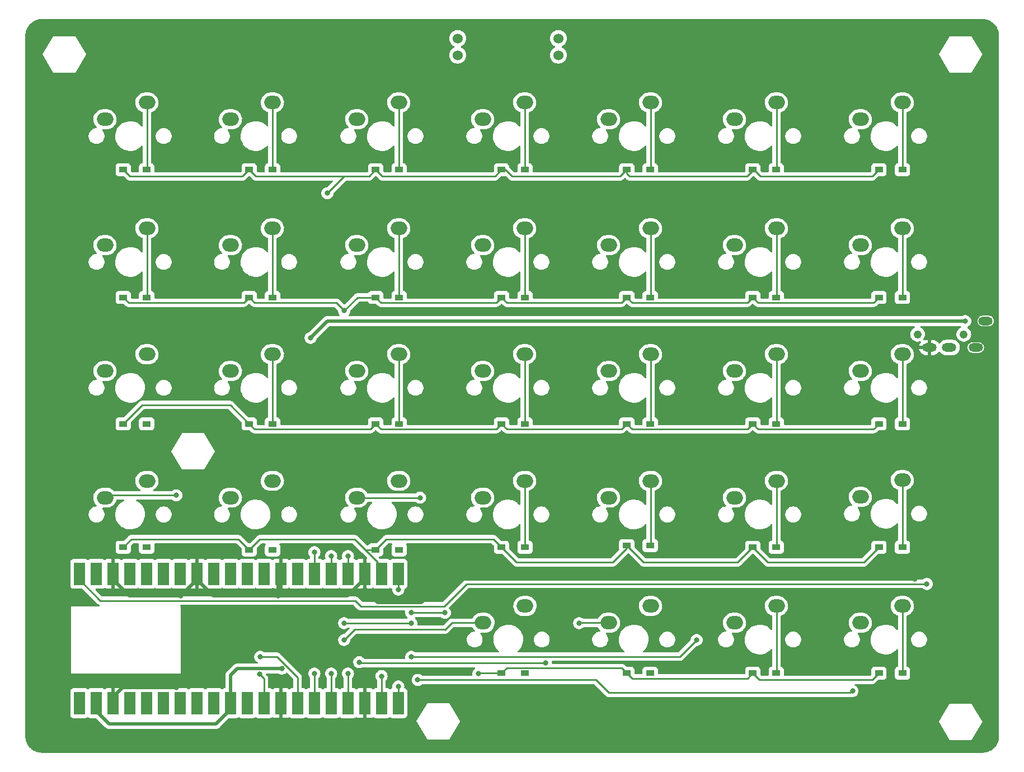
<source format=gbr>
%TF.GenerationSoftware,KiCad,Pcbnew,(7.0.0-0)*%
%TF.CreationDate,2023-03-06T01:51:54+09:00*%
%TF.ProjectId,11111_pcb,31313131-315f-4706-9362-2e6b69636164,rev?*%
%TF.SameCoordinates,Original*%
%TF.FileFunction,Copper,L2,Bot*%
%TF.FilePolarity,Positive*%
%FSLAX46Y46*%
G04 Gerber Fmt 4.6, Leading zero omitted, Abs format (unit mm)*
G04 Created by KiCad (PCBNEW (7.0.0-0)) date 2023-03-06 01:51:54*
%MOMM*%
%LPD*%
G01*
G04 APERTURE LIST*
%TA.AperFunction,ComponentPad*%
%ADD10O,2.500000X2.000000*%
%TD*%
%TA.AperFunction,SMDPad,CuDef*%
%ADD11R,1.300000X0.950000*%
%TD*%
%TA.AperFunction,WasherPad*%
%ADD12C,1.210000*%
%TD*%
%TA.AperFunction,ComponentPad*%
%ADD13O,2.200000X1.300000*%
%TD*%
%TA.AperFunction,ComponentPad*%
%ADD14C,1.524000*%
%TD*%
%TA.AperFunction,SMDPad,CuDef*%
%ADD15R,1.700000X3.500000*%
%TD*%
%TA.AperFunction,ViaPad*%
%ADD16C,0.800000*%
%TD*%
%TA.AperFunction,Conductor*%
%ADD17C,0.250000*%
%TD*%
%TA.AperFunction,Conductor*%
%ADD18C,0.500000*%
%TD*%
G04 APERTURE END LIST*
D10*
%TO.P,SW46,1,1*%
%TO.N,Col3*%
X92074999Y-92769999D03*
%TO.P,SW46,2,2*%
%TO.N,Net-(D46-A)*%
X98424999Y-90229999D03*
%TD*%
D11*
%TO.P,D33,1,K*%
%TO.N,Row2*%
X113879999Y-81589999D03*
%TO.P,D33,2,A*%
%TO.N,Net-(D33-A)*%
X117429999Y-81589999D03*
%TD*%
%TO.P,D43,1,K*%
%TO.N,Row3*%
X37689999Y-100269999D03*
%TO.P,D43,2,A*%
%TO.N,Net-(D43-A)*%
X41239999Y-100269999D03*
%TD*%
%TO.P,D60,1,K*%
%TO.N,Row4*%
X152024999Y-119339999D03*
%TO.P,D60,2,A*%
%TO.N,Net-(D60-A)*%
X155574999Y-119339999D03*
%TD*%
%TO.P,D18,1,K*%
%TO.N,Row1*%
X94939999Y-62459999D03*
%TO.P,D18,2,A*%
%TO.N,Net-(D18-A)*%
X98489999Y-62459999D03*
%TD*%
%TO.P,D16,1,K*%
%TO.N,Row1*%
X56739999Y-62459999D03*
%TO.P,D16,2,A*%
%TO.N,Net-(D16-A)*%
X60289999Y-62459999D03*
%TD*%
%TO.P,D6,1,K*%
%TO.N,Row0*%
X132949999Y-43139999D03*
%TO.P,D6,2,A*%
%TO.N,Net-(D6-A)*%
X136499999Y-43139999D03*
%TD*%
%TO.P,D17,1,K*%
%TO.N,Row1*%
X75889999Y-62459999D03*
%TO.P,D17,2,A*%
%TO.N,Net-(D17-A)*%
X79439999Y-62459999D03*
%TD*%
D12*
%TO.P,J1,*%
%TO.N,*%
X157880000Y-68040000D03*
X164880000Y-68040000D03*
D13*
%TO.P,J1,A*%
%TO.N,unconnected-(J1-PadA)*%
X168179999Y-66039999D03*
%TO.P,J1,B*%
%TO.N,GND*%
X159679999Y-70039999D03*
%TO.P,J1,C*%
%TO.N,DataLeft*%
X162679999Y-70039999D03*
%TO.P,J1,D*%
%TO.N,VCC*%
X166679999Y-70039999D03*
%TD*%
D11*
%TO.P,D21,1,K*%
%TO.N,Row1*%
X152024999Y-62459999D03*
%TO.P,D21,2,A*%
%TO.N,Net-(D21-A)*%
X155574999Y-62459999D03*
%TD*%
D14*
%TO.P,REF\u002A\u002A,a*%
%TO.N,N/C*%
X88300000Y-23260000D03*
%TO.P,REF\u002A\u002A,b*%
X88300000Y-25800000D03*
%TO.P,REF\u002A\u002A,c*%
X103540000Y-23260000D03*
%TO.P,REF\u002A\u002A,d*%
X103540000Y-25800000D03*
%TD*%
D10*
%TO.P,SW34,1,1*%
%TO.N,Col5*%
X130174999Y-73599999D03*
%TO.P,SW34,2,2*%
%TO.N,Net-(D34-A)*%
X136524999Y-71059999D03*
%TD*%
%TO.P,SW15,1,1*%
%TO.N,Col0*%
X34924999Y-54549999D03*
%TO.P,SW15,2,2*%
%TO.N,Net-(D15-A)*%
X41274999Y-52009999D03*
%TD*%
%TO.P,SW45,1,1*%
%TO.N,Col2*%
X73024999Y-92769999D03*
%TO.P,SW45,2,2*%
%TO.N,Net-(D45-A)*%
X79374999Y-90229999D03*
%TD*%
%TO.P,SW57,1,1*%
%TO.N,Col3*%
X92134999Y-111699999D03*
%TO.P,SW57,2,2*%
%TO.N,Net-(D57-A)*%
X98484999Y-109159999D03*
%TD*%
%TO.P,SW1,1,1*%
%TO.N,Col0*%
X34924999Y-35499999D03*
%TO.P,SW1,2,2*%
%TO.N,Net-(D1-A)*%
X41274999Y-32959999D03*
%TD*%
%TO.P,SW58,1,1*%
%TO.N,Col4*%
X111124999Y-111699999D03*
%TO.P,SW58,2,2*%
%TO.N,Net-(D58-A)*%
X117474999Y-109159999D03*
%TD*%
%TO.P,SW16,1,1*%
%TO.N,Col1*%
X53904999Y-54549999D03*
%TO.P,SW16,2,2*%
%TO.N,Net-(D16-A)*%
X60254999Y-52009999D03*
%TD*%
D11*
%TO.P,D58,1,K*%
%TO.N,Row4*%
X113879999Y-119339999D03*
%TO.P,D58,2,A*%
%TO.N,Net-(D58-A)*%
X117429999Y-119339999D03*
%TD*%
%TO.P,D32,1,K*%
%TO.N,Row2*%
X94939999Y-81589999D03*
%TO.P,D32,2,A*%
%TO.N,Net-(D32-A)*%
X98489999Y-81589999D03*
%TD*%
D10*
%TO.P,SW19,1,1*%
%TO.N,Col4*%
X111124999Y-54549999D03*
%TO.P,SW19,2,2*%
%TO.N,Net-(D19-A)*%
X117474999Y-52009999D03*
%TD*%
D11*
%TO.P,D35,1,K*%
%TO.N,Row2*%
X152024999Y-81589999D03*
%TO.P,D35,2,A*%
%TO.N,Net-(D35-A)*%
X155574999Y-81589999D03*
%TD*%
%TO.P,D46,1,K*%
%TO.N,Row3*%
X94939999Y-100269999D03*
%TO.P,D46,2,A*%
%TO.N,Net-(D46-A)*%
X98489999Y-100269999D03*
%TD*%
%TO.P,D34,1,K*%
%TO.N,Row2*%
X132949999Y-81589999D03*
%TO.P,D34,2,A*%
%TO.N,Net-(D34-A)*%
X136499999Y-81589999D03*
%TD*%
D10*
%TO.P,SW43,1,1*%
%TO.N,Col0*%
X34924999Y-92769999D03*
%TO.P,SW43,2,2*%
%TO.N,Net-(D43-A)*%
X41274999Y-90229999D03*
%TD*%
%TO.P,SW47,1,1*%
%TO.N,Col4*%
X111124999Y-92769999D03*
%TO.P,SW47,2,2*%
%TO.N,Net-(D47-A)*%
X117474999Y-90229999D03*
%TD*%
D11*
%TO.P,D2,1,K*%
%TO.N,Row0*%
X56739999Y-43139999D03*
%TO.P,D2,2,A*%
%TO.N,Net-(D2-A)*%
X60289999Y-43139999D03*
%TD*%
D10*
%TO.P,SW35,1,1*%
%TO.N,Col6*%
X149224999Y-73599999D03*
%TO.P,SW35,2,2*%
%TO.N,Net-(D35-A)*%
X155574999Y-71059999D03*
%TD*%
D11*
%TO.P,D31,1,K*%
%TO.N,Row2*%
X75889999Y-81589999D03*
%TO.P,D31,2,A*%
%TO.N,Net-(D31-A)*%
X79439999Y-81589999D03*
%TD*%
D10*
%TO.P,SW30,1,1*%
%TO.N,Col1*%
X53904999Y-73599999D03*
%TO.P,SW30,2,2*%
%TO.N,Net-(D30-A)*%
X60254999Y-71059999D03*
%TD*%
D11*
%TO.P,D59,1,K*%
%TO.N,Row4*%
X132949999Y-119339999D03*
%TO.P,D59,2,A*%
%TO.N,Net-(D59-A)*%
X136499999Y-119339999D03*
%TD*%
D10*
%TO.P,SW33,1,1*%
%TO.N,Col4*%
X111124999Y-73599999D03*
%TO.P,SW33,2,2*%
%TO.N,Net-(D33-A)*%
X117474999Y-71059999D03*
%TD*%
D11*
%TO.P,D5,1,K*%
%TO.N,Row0*%
X113879999Y-43139999D03*
%TO.P,D5,2,A*%
%TO.N,Net-(D5-A)*%
X117429999Y-43139999D03*
%TD*%
%TO.P,D4,1,K*%
%TO.N,Row0*%
X94939999Y-43139999D03*
%TO.P,D4,2,A*%
%TO.N,Net-(D4-A)*%
X98489999Y-43139999D03*
%TD*%
%TO.P,D7,1,K*%
%TO.N,Row0*%
X152024999Y-43139999D03*
%TO.P,D7,2,A*%
%TO.N,Net-(D7-A)*%
X155574999Y-43139999D03*
%TD*%
D10*
%TO.P,SW6,1,1*%
%TO.N,Col5*%
X130174999Y-35499999D03*
%TO.P,SW6,2,2*%
%TO.N,Net-(D6-A)*%
X136524999Y-32959999D03*
%TD*%
%TO.P,SW44,1,1*%
%TO.N,Col1*%
X53904999Y-92769999D03*
%TO.P,SW44,2,2*%
%TO.N,Net-(D44-A)*%
X60254999Y-90229999D03*
%TD*%
D11*
%TO.P,D57,1,K*%
%TO.N,Row4*%
X94939999Y-119339999D03*
%TO.P,D57,2,A*%
%TO.N,Net-(D57-A)*%
X98489999Y-119339999D03*
%TD*%
%TO.P,D44,1,K*%
%TO.N,Row3*%
X56739999Y-100669999D03*
%TO.P,D44,2,A*%
%TO.N,Net-(D44-A)*%
X60289999Y-100669999D03*
%TD*%
%TO.P,D20,1,K*%
%TO.N,Row1*%
X132949999Y-62459999D03*
%TO.P,D20,2,A*%
%TO.N,Net-(D20-A)*%
X136499999Y-62459999D03*
%TD*%
D10*
%TO.P,SW49,1,1*%
%TO.N,Col6*%
X149224999Y-92649999D03*
%TO.P,SW49,2,2*%
%TO.N,Net-(D49-A)*%
X155574999Y-90109999D03*
%TD*%
%TO.P,SW21,1,1*%
%TO.N,Col6*%
X149224999Y-54549999D03*
%TO.P,SW21,2,2*%
%TO.N,Net-(D21-A)*%
X155574999Y-52009999D03*
%TD*%
D11*
%TO.P,D30,1,K*%
%TO.N,Row2*%
X56739999Y-81589999D03*
%TO.P,D30,2,A*%
%TO.N,Net-(D30-A)*%
X60289999Y-81589999D03*
%TD*%
%TO.P,D49,1,K*%
%TO.N,Row3*%
X152024999Y-100269999D03*
%TO.P,D49,2,A*%
%TO.N,Net-(D49-A)*%
X155574999Y-100269999D03*
%TD*%
D10*
%TO.P,SW29,1,1*%
%TO.N,Col0*%
X34924999Y-73599999D03*
%TO.P,SW29,2,2*%
%TO.N,Net-(D29-A)*%
X41274999Y-71059999D03*
%TD*%
%TO.P,SW4,1,1*%
%TO.N,Col3*%
X92074999Y-35499999D03*
%TO.P,SW4,2,2*%
%TO.N,Net-(D4-A)*%
X98424999Y-32959999D03*
%TD*%
D11*
%TO.P,D45,1,K*%
%TO.N,Row3*%
X75889999Y-100669999D03*
%TO.P,D45,2,A*%
%TO.N,Net-(D45-A)*%
X79439999Y-100669999D03*
%TD*%
%TO.P,D19,1,K*%
%TO.N,Row1*%
X113879999Y-62459999D03*
%TO.P,D19,2,A*%
%TO.N,Net-(D19-A)*%
X117429999Y-62459999D03*
%TD*%
D10*
%TO.P,SW59,1,1*%
%TO.N,Col5*%
X130174999Y-111699999D03*
%TO.P,SW59,2,2*%
%TO.N,Net-(D59-A)*%
X136524999Y-109159999D03*
%TD*%
%TO.P,SW20,1,1*%
%TO.N,Col5*%
X130174999Y-54549999D03*
%TO.P,SW20,2,2*%
%TO.N,Net-(D20-A)*%
X136524999Y-52009999D03*
%TD*%
%TO.P,SW32,1,1*%
%TO.N,Col3*%
X92074999Y-73599999D03*
%TO.P,SW32,2,2*%
%TO.N,Net-(D32-A)*%
X98424999Y-71059999D03*
%TD*%
%TO.P,SW2,1,1*%
%TO.N,Col1*%
X53904999Y-35499999D03*
%TO.P,SW2,2,2*%
%TO.N,Net-(D2-A)*%
X60254999Y-32959999D03*
%TD*%
%TO.P,SW3,1,1*%
%TO.N,Col2*%
X73024999Y-35499999D03*
%TO.P,SW3,2,2*%
%TO.N,Net-(D3-A)*%
X79374999Y-32959999D03*
%TD*%
%TO.P,SW7,1,1*%
%TO.N,Col6*%
X149224999Y-35499999D03*
%TO.P,SW7,2,2*%
%TO.N,Net-(D7-A)*%
X155574999Y-32959999D03*
%TD*%
%TO.P,SW17,1,1*%
%TO.N,Col2*%
X73024999Y-54549999D03*
%TO.P,SW17,2,2*%
%TO.N,Net-(D17-A)*%
X79374999Y-52009999D03*
%TD*%
D11*
%TO.P,D3,1,K*%
%TO.N,Row0*%
X75889999Y-43139999D03*
%TO.P,D3,2,A*%
%TO.N,Net-(D3-A)*%
X79439999Y-43139999D03*
%TD*%
D10*
%TO.P,SW48,1,1*%
%TO.N,Col5*%
X130174999Y-92769999D03*
%TO.P,SW48,2,2*%
%TO.N,Net-(D48-A)*%
X136524999Y-90229999D03*
%TD*%
D11*
%TO.P,D48,1,K*%
%TO.N,Row3*%
X132949999Y-100269999D03*
%TO.P,D48,2,A*%
%TO.N,Net-(D48-A)*%
X136499999Y-100269999D03*
%TD*%
D10*
%TO.P,SW60,1,1*%
%TO.N,Col6*%
X149224999Y-111699999D03*
%TO.P,SW60,2,2*%
%TO.N,Net-(D60-A)*%
X155574999Y-109159999D03*
%TD*%
%TO.P,SW18,1,1*%
%TO.N,Col3*%
X92074999Y-54549999D03*
%TO.P,SW18,2,2*%
%TO.N,Net-(D18-A)*%
X98424999Y-52009999D03*
%TD*%
D11*
%TO.P,D47,1,K*%
%TO.N,Row3*%
X113879999Y-100019999D03*
%TO.P,D47,2,A*%
%TO.N,Net-(D47-A)*%
X117429999Y-100019999D03*
%TD*%
%TO.P,D29,1,K*%
%TO.N,Row2*%
X37689999Y-81589999D03*
%TO.P,D29,2,A*%
%TO.N,Net-(D29-A)*%
X41239999Y-81589999D03*
%TD*%
D10*
%TO.P,SW31,1,1*%
%TO.N,Col2*%
X73024999Y-73599999D03*
%TO.P,SW31,2,2*%
%TO.N,Net-(D31-A)*%
X79374999Y-71059999D03*
%TD*%
D11*
%TO.P,D15,1,K*%
%TO.N,Row1*%
X37689999Y-62459999D03*
%TO.P,D15,2,A*%
%TO.N,Net-(D15-A)*%
X41239999Y-62459999D03*
%TD*%
%TO.P,D1,1,K*%
%TO.N,Row0*%
X37689999Y-43139999D03*
%TO.P,D1,2,A*%
%TO.N,Net-(D1-A)*%
X41239999Y-43139999D03*
%TD*%
D10*
%TO.P,SW5,1,1*%
%TO.N,Col4*%
X111124999Y-35499999D03*
%TO.P,SW5,2,2*%
%TO.N,Net-(D5-A)*%
X117474999Y-32959999D03*
%TD*%
D15*
%TO.P,U1,1,GPIO0*%
%TO.N,DataLeft*%
X31049999Y-104284999D03*
%TO.P,U1,2,GPIO1*%
%TO.N,unconnected-(U1-GPIO1-Pad2)*%
X33589999Y-104284999D03*
%TO.P,U1,3,GND*%
%TO.N,GND*%
X36129999Y-104284999D03*
%TO.P,U1,4,GPIO2*%
%TO.N,unconnected-(U1-GPIO2-Pad4)*%
X38669999Y-104284999D03*
%TO.P,U1,5,GPIO3*%
%TO.N,unconnected-(U1-GPIO3-Pad5)*%
X41209999Y-104284999D03*
%TO.P,U1,6,GPIO4*%
%TO.N,unconnected-(U1-GPIO4-Pad6)*%
X43749999Y-104284999D03*
%TO.P,U1,7,GPIO5*%
%TO.N,unconnected-(U1-GPIO5-Pad7)*%
X46289999Y-104284999D03*
%TO.P,U1,8,GND*%
%TO.N,GND*%
X48829999Y-104284999D03*
%TO.P,U1,9,GPIO6*%
%TO.N,unconnected-(U1-GPIO6-Pad9)*%
X51369999Y-104284999D03*
%TO.P,U1,10,GPIO7*%
%TO.N,unconnected-(U1-GPIO7-Pad10)*%
X53909999Y-104284999D03*
%TO.P,U1,11,GPIO8*%
%TO.N,unconnected-(U1-GPIO8-Pad11)*%
X56449999Y-104284999D03*
%TO.P,U1,12,GPIO9*%
%TO.N,unconnected-(U1-GPIO9-Pad12)*%
X58989999Y-104284999D03*
%TO.P,U1,13,GND*%
%TO.N,GND*%
X61529999Y-104284999D03*
%TO.P,U1,14,GPIO10*%
%TO.N,unconnected-(U1-GPIO10-Pad14)*%
X64069999Y-104284999D03*
%TO.P,U1,15,GPIO11*%
%TO.N,Row0*%
X66609999Y-104284999D03*
%TO.P,U1,16,GPIO12*%
%TO.N,Row1*%
X69149999Y-104284999D03*
%TO.P,U1,17,GPIO13*%
%TO.N,Row2*%
X71689999Y-104284999D03*
%TO.P,U1,18,GND*%
%TO.N,GND*%
X74229999Y-104284999D03*
%TO.P,U1,19,GPIO14*%
%TO.N,Row3*%
X76769999Y-104284999D03*
%TO.P,U1,20,GPIO15*%
%TO.N,Row4*%
X79309999Y-104284999D03*
%TO.P,U1,21,GPIO16*%
%TO.N,Col6*%
X79309999Y-123864999D03*
%TO.P,U1,22,GPIO17*%
%TO.N,Col5*%
X76769999Y-123864999D03*
%TO.P,U1,23,GND*%
%TO.N,GND*%
X74229999Y-123864999D03*
%TO.P,U1,24,GPIO18*%
%TO.N,Col4*%
X71689999Y-123864999D03*
%TO.P,U1,25,GPIO19*%
%TO.N,Col3*%
X69149999Y-123864999D03*
%TO.P,U1,26,GPIO20*%
%TO.N,Col2*%
X66609999Y-123864999D03*
%TO.P,U1,27,GPIO21*%
%TO.N,Col1*%
X64069999Y-123864999D03*
%TO.P,U1,28,GND*%
%TO.N,GND*%
X61529999Y-123864999D03*
%TO.P,U1,29,GPIO22*%
%TO.N,Col0*%
X58989999Y-123864999D03*
%TO.P,U1,30,RUN*%
%TO.N,unconnected-(U1-RUN-Pad30)*%
X56449999Y-123864999D03*
%TO.P,U1,31,GPIO26_ADC0*%
%TO.N,VCC*%
X53909999Y-123864999D03*
%TO.P,U1,32,GPIO27_ADC1*%
%TO.N,unconnected-(U1-GPIO27_ADC1-Pad32)*%
X51369999Y-123864999D03*
%TO.P,U1,33,AGND*%
%TO.N,unconnected-(U1-AGND-Pad33)*%
X48829999Y-123864999D03*
%TO.P,U1,34,GPIO28_ADC2*%
%TO.N,unconnected-(U1-GPIO28_ADC2-Pad34)*%
X46289999Y-123864999D03*
%TO.P,U1,35,ADC_VREF*%
%TO.N,unconnected-(U1-ADC_VREF-Pad35)*%
X43749999Y-123864999D03*
%TO.P,U1,36,3V3*%
%TO.N,unconnected-(U1-3V3-Pad36)*%
X41209999Y-123864999D03*
%TO.P,U1,37,3V3_EN*%
%TO.N,unconnected-(U1-3V3_EN-Pad37)*%
X38669999Y-123864999D03*
%TO.P,U1,38,GND*%
%TO.N,GND*%
X36129999Y-123864999D03*
%TO.P,U1,39,VSYS*%
%TO.N,VCC*%
X33589999Y-123864999D03*
%TO.P,U1,40,VBUS*%
%TO.N,unconnected-(U1-VBUS-Pad40)*%
X31049999Y-123864999D03*
%TD*%
D16*
%TO.N,Row0*%
X66610000Y-101030000D03*
X68580000Y-46680000D03*
%TO.N,Row1*%
X71120000Y-64460000D03*
X69150000Y-101600000D03*
%TO.N,Row2*%
X71690000Y-101600000D03*
X75890000Y-81590000D03*
%TO.N,Net-(D29-A)*%
X41240000Y-81590000D03*
%TO.N,Net-(D43-A)*%
X41240000Y-100270000D03*
%TO.N,Net-(D44-A)*%
X60290000Y-100670000D03*
%TO.N,Net-(D45-A)*%
X79440000Y-100670000D03*
%TO.N,Row4*%
X91440000Y-119380000D03*
X86360000Y-110180000D03*
X81280000Y-110180000D03*
X79310000Y-106680000D03*
%TO.N,Net-(D57-A)*%
X98490000Y-119340000D03*
%TO.N,Net-(D58-A)*%
X117430000Y-119340000D03*
%TO.N,DataLeft*%
X159295000Y-105825000D03*
%TO.N,GND*%
X61140000Y-107640000D03*
X45720000Y-121515498D03*
X74254628Y-119380000D03*
X46375000Y-107640000D03*
X61530000Y-120920497D03*
X74254628Y-106680000D03*
X157480000Y-105100000D03*
%TO.N,VCC*%
X165100000Y-66040000D03*
X66040000Y-68580000D03*
X61699500Y-118640500D03*
%TO.N,Col0*%
X58309500Y-119490500D03*
X45720000Y-92400000D03*
%TO.N,Col1*%
X58420000Y-116840000D03*
%TO.N,Col2*%
X81280000Y-111760000D03*
X71120000Y-111760000D03*
X66610000Y-119380000D03*
X82610000Y-92770000D03*
%TO.N,Col3*%
X71120000Y-114300000D03*
X69150000Y-119380000D03*
%TO.N,Col4*%
X106680000Y-111760000D03*
X73405128Y-117664872D03*
X71690000Y-119380000D03*
X101600000Y-117800000D03*
%TO.N,Col5*%
X76770000Y-119770000D03*
X124460000Y-114300000D03*
X81280000Y-116840000D03*
%TO.N,Col6*%
X79310000Y-121350000D03*
X148039500Y-122030500D03*
X82240000Y-120340000D03*
%TD*%
D17*
%TO.N,Row0*%
X112880000Y-44140000D02*
X113880000Y-43140000D01*
X114300000Y-44140000D02*
X132080000Y-44140000D01*
X113880000Y-43140000D02*
X113880000Y-43720000D01*
X132950000Y-43140000D02*
X133080000Y-43140000D01*
X55740000Y-44140000D02*
X56740000Y-43140000D01*
X132950000Y-43270000D02*
X132950000Y-43140000D01*
X76890000Y-44140000D02*
X93940000Y-44140000D01*
X96520000Y-44140000D02*
X112880000Y-44140000D01*
X56740000Y-43140000D02*
X57740000Y-44140000D01*
X66610000Y-101030000D02*
X66610000Y-105185000D01*
X132080000Y-44140000D02*
X132950000Y-43270000D01*
X151025000Y-44140000D02*
X152025000Y-43140000D01*
X68580000Y-46680000D02*
X71120000Y-44140000D01*
X38690000Y-44140000D02*
X55740000Y-44140000D01*
X95520000Y-43140000D02*
X96520000Y-44140000D01*
X75890000Y-43140000D02*
X76890000Y-44140000D01*
X37690000Y-43140000D02*
X38690000Y-44140000D01*
X113880000Y-43720000D02*
X114300000Y-44140000D01*
X57740000Y-44140000D02*
X74890000Y-44140000D01*
X74890000Y-44140000D02*
X75890000Y-43140000D01*
X133080000Y-43140000D02*
X134080000Y-44140000D01*
X93940000Y-44140000D02*
X94940000Y-43140000D01*
X94940000Y-43140000D02*
X95520000Y-43140000D01*
X71120000Y-44140000D02*
X74890000Y-44140000D01*
X134080000Y-44140000D02*
X151025000Y-44140000D01*
%TO.N,Net-(D1-A)*%
X41275000Y-43105000D02*
X41240000Y-43140000D01*
X41275000Y-32960000D02*
X41275000Y-43105000D01*
%TO.N,Net-(D2-A)*%
X60255000Y-43105000D02*
X60290000Y-43140000D01*
X60255000Y-32960000D02*
X60255000Y-43105000D01*
%TO.N,Net-(D3-A)*%
X79375000Y-43075000D02*
X79440000Y-43140000D01*
X79375000Y-32960000D02*
X79375000Y-43075000D01*
%TO.N,Net-(D4-A)*%
X98425000Y-43075000D02*
X98490000Y-43140000D01*
X98425000Y-32960000D02*
X98425000Y-43075000D01*
%TO.N,Net-(D5-A)*%
X117475000Y-32960000D02*
X117475000Y-43095000D01*
X117475000Y-43095000D02*
X117430000Y-43140000D01*
%TO.N,Net-(D6-A)*%
X136525000Y-32960000D02*
X136525000Y-43115000D01*
X136525000Y-43115000D02*
X136500000Y-43140000D01*
%TO.N,Net-(D7-A)*%
X155575000Y-32960000D02*
X155575000Y-43140000D01*
%TO.N,Row1*%
X38490000Y-63260000D02*
X37690000Y-62460000D01*
X76690000Y-63260000D02*
X75890000Y-62460000D01*
X113880000Y-62460000D02*
X113080000Y-63260000D01*
X94940000Y-62460000D02*
X94140000Y-63260000D01*
X69150000Y-101600000D02*
X69150000Y-105185000D01*
X55940000Y-63260000D02*
X38490000Y-63260000D01*
X71120000Y-64460000D02*
X73120000Y-62460000D01*
X71120000Y-64460000D02*
X69920000Y-63260000D01*
X132950000Y-62460000D02*
X132150000Y-63260000D01*
X114680000Y-63260000D02*
X113880000Y-62460000D01*
X73120000Y-62460000D02*
X75890000Y-62460000D01*
X152025000Y-62460000D02*
X151225000Y-63260000D01*
X95740000Y-63260000D02*
X94940000Y-62460000D01*
X132150000Y-63260000D02*
X114680000Y-63260000D01*
X56740000Y-62460000D02*
X55940000Y-63260000D01*
X113080000Y-63260000D02*
X95740000Y-63260000D01*
X133750000Y-63260000D02*
X132950000Y-62460000D01*
X57540000Y-63260000D02*
X56740000Y-62460000D01*
X69920000Y-63260000D02*
X57540000Y-63260000D01*
X94140000Y-63260000D02*
X76690000Y-63260000D01*
X151225000Y-63260000D02*
X133750000Y-63260000D01*
%TO.N,Net-(D15-A)*%
X41275000Y-62425000D02*
X41240000Y-62460000D01*
X41275000Y-52010000D02*
X41275000Y-62425000D01*
%TO.N,Net-(D16-A)*%
X60255000Y-52010000D02*
X60255000Y-62425000D01*
X60255000Y-62425000D02*
X60290000Y-62460000D01*
%TO.N,Net-(D17-A)*%
X79375000Y-62395000D02*
X79440000Y-62460000D01*
X79375000Y-52010000D02*
X79375000Y-62395000D01*
%TO.N,Net-(D18-A)*%
X98425000Y-52010000D02*
X98425000Y-62395000D01*
X98425000Y-62395000D02*
X98490000Y-62460000D01*
%TO.N,Net-(D19-A)*%
X117475000Y-52010000D02*
X117475000Y-62415000D01*
X117475000Y-62415000D02*
X117430000Y-62460000D01*
%TO.N,Net-(D20-A)*%
X136525000Y-62435000D02*
X136500000Y-62460000D01*
X136525000Y-52010000D02*
X136525000Y-62435000D01*
%TO.N,Net-(D21-A)*%
X155575000Y-52010000D02*
X155575000Y-62460000D01*
%TO.N,Row2*%
X37690000Y-81590000D02*
X40540000Y-78740000D01*
X151225000Y-82390000D02*
X133750000Y-82390000D01*
X95740000Y-82390000D02*
X94940000Y-81590000D01*
X75890000Y-81590000D02*
X76690000Y-82390000D01*
X75090000Y-82390000D02*
X75890000Y-81590000D01*
X71690000Y-101600000D02*
X71690000Y-105185000D01*
X132150000Y-82390000D02*
X114680000Y-82390000D01*
X56740000Y-81590000D02*
X57540000Y-82390000D01*
X57540000Y-82390000D02*
X75090000Y-82390000D01*
X114680000Y-82390000D02*
X113880000Y-81590000D01*
X94140000Y-82390000D02*
X94940000Y-81590000D01*
X40540000Y-78740000D02*
X53890000Y-78740000D01*
X113080000Y-82390000D02*
X95740000Y-82390000D01*
X152025000Y-81590000D02*
X151225000Y-82390000D01*
X133750000Y-82390000D02*
X132950000Y-81590000D01*
X132950000Y-81590000D02*
X132150000Y-82390000D01*
X76690000Y-82390000D02*
X94140000Y-82390000D01*
X53890000Y-78740000D02*
X56740000Y-81590000D01*
X113880000Y-81590000D02*
X113080000Y-82390000D01*
%TO.N,Net-(D30-A)*%
X60255000Y-71060000D02*
X60255000Y-81555000D01*
X60255000Y-81555000D02*
X60290000Y-81590000D01*
%TO.N,Net-(D31-A)*%
X79375000Y-71060000D02*
X79375000Y-81525000D01*
X79375000Y-81525000D02*
X79440000Y-81590000D01*
%TO.N,Net-(D32-A)*%
X98425000Y-71060000D02*
X98425000Y-81525000D01*
X98425000Y-81525000D02*
X98490000Y-81590000D01*
%TO.N,Net-(D33-A)*%
X117475000Y-81545000D02*
X117430000Y-81590000D01*
X117475000Y-71060000D02*
X117475000Y-81545000D01*
%TO.N,Net-(D34-A)*%
X136525000Y-71060000D02*
X136525000Y-81565000D01*
X136525000Y-81565000D02*
X136500000Y-81590000D01*
%TO.N,Net-(D35-A)*%
X155575000Y-71060000D02*
X155575000Y-81590000D01*
%TO.N,Row3*%
X38900000Y-99060000D02*
X55130000Y-99060000D01*
X58350000Y-99060000D02*
X72700000Y-99060000D01*
X97230000Y-102560000D02*
X111760000Y-102560000D01*
X113880000Y-100440000D02*
X113880000Y-100020000D01*
X132950000Y-100270000D02*
X130660000Y-102560000D01*
X116420000Y-102560000D02*
X113880000Y-100020000D01*
X56740000Y-100670000D02*
X58350000Y-99060000D01*
X111760000Y-102560000D02*
X113880000Y-100440000D01*
X149735000Y-102560000D02*
X135240000Y-102560000D01*
X130660000Y-102560000D02*
X116420000Y-102560000D01*
X135240000Y-102560000D02*
X132950000Y-100270000D01*
X152025000Y-100270000D02*
X149735000Y-102560000D01*
X72700000Y-99060000D02*
X76200000Y-102560000D01*
X77500000Y-99060000D02*
X93730000Y-99060000D01*
X93730000Y-99060000D02*
X94940000Y-100270000D01*
X75890000Y-100670000D02*
X77500000Y-99060000D01*
X94940000Y-100270000D02*
X97230000Y-102560000D01*
X37690000Y-100270000D02*
X38900000Y-99060000D01*
X55130000Y-99060000D02*
X56740000Y-100670000D01*
X75890000Y-100670000D02*
X74310000Y-100670000D01*
%TO.N,Net-(D46-A)*%
X98425000Y-90230000D02*
X98425000Y-100205000D01*
X98425000Y-100205000D02*
X98490000Y-100270000D01*
%TO.N,Net-(D47-A)*%
X117475000Y-99975000D02*
X117430000Y-100020000D01*
X117475000Y-90230000D02*
X117475000Y-99975000D01*
%TO.N,Net-(D48-A)*%
X136525000Y-100245000D02*
X136500000Y-100270000D01*
X136525000Y-90230000D02*
X136525000Y-100245000D01*
%TO.N,Net-(D49-A)*%
X155575000Y-90110000D02*
X155575000Y-100270000D01*
%TO.N,Row4*%
X114680000Y-120140000D02*
X113880000Y-119340000D01*
X133950000Y-120340000D02*
X132950000Y-119340000D01*
X152025000Y-119340000D02*
X151025000Y-120340000D01*
X95740000Y-118540000D02*
X94940000Y-119340000D01*
X91480000Y-119340000D02*
X94940000Y-119340000D01*
X132150000Y-120140000D02*
X114680000Y-120140000D01*
X132950000Y-119340000D02*
X132150000Y-120140000D01*
X113080000Y-118540000D02*
X95740000Y-118540000D01*
X79310000Y-106680000D02*
X79310000Y-105185000D01*
X86360000Y-110180000D02*
X81280000Y-110180000D01*
X151025000Y-120340000D02*
X133950000Y-120340000D01*
X113880000Y-119340000D02*
X113080000Y-118540000D01*
X91440000Y-119380000D02*
X91480000Y-119340000D01*
%TO.N,Net-(D59-A)*%
X136525000Y-109160000D02*
X136525000Y-119315000D01*
X136525000Y-119315000D02*
X136500000Y-119340000D01*
%TO.N,Net-(D60-A)*%
X155575000Y-109160000D02*
X155575000Y-119340000D01*
%TO.N,DataLeft*%
X72805000Y-108365000D02*
X73660000Y-109220000D01*
X34230000Y-108365000D02*
X72805000Y-108365000D01*
X89645583Y-105825000D02*
X159295000Y-105825000D01*
X86250583Y-109220000D02*
X89645583Y-105825000D01*
X73660000Y-109220000D02*
X86250583Y-109220000D01*
X31050000Y-105185000D02*
X34230000Y-108365000D01*
D18*
%TO.N,GND*%
X51285000Y-107640000D02*
X48830000Y-105185000D01*
X82815000Y-108645000D02*
X86360000Y-105100000D01*
X71638750Y-107640000D02*
X74693750Y-104585000D01*
X61140000Y-107640000D02*
X51285000Y-107640000D01*
X76200000Y-108625372D02*
X76200000Y-108645000D01*
X74254628Y-106680000D02*
X76200000Y-108625372D01*
X74254628Y-106680000D02*
X74254628Y-105209628D01*
X61530000Y-120920497D02*
X61530000Y-122965000D01*
X74254628Y-119380000D02*
X74254628Y-122940372D01*
X76200000Y-108645000D02*
X82815000Y-108645000D01*
X74254628Y-105209628D02*
X74230000Y-105185000D01*
X38585000Y-107640000D02*
X36130000Y-105185000D01*
X86360000Y-105100000D02*
X157480000Y-105100000D01*
X61140000Y-105575000D02*
X61530000Y-105185000D01*
X61140000Y-107640000D02*
X71638750Y-107640000D01*
X45720000Y-121515498D02*
X37579502Y-121515498D01*
X46375000Y-107640000D02*
X38585000Y-107640000D01*
X37579502Y-121515498D02*
X36130000Y-122965000D01*
X74254628Y-122940372D02*
X74230000Y-122965000D01*
X61140000Y-107640000D02*
X61140000Y-105575000D01*
X46375000Y-107640000D02*
X48830000Y-105185000D01*
%TO.N,VCC*%
X53910000Y-124825000D02*
X53910000Y-122965000D01*
X68580000Y-66040000D02*
X165100000Y-66040000D01*
X35560000Y-127000000D02*
X51735000Y-127000000D01*
X53910000Y-119660000D02*
X53910000Y-122965000D01*
X33590000Y-125030000D02*
X35560000Y-127000000D01*
X61699500Y-118640500D02*
X54929500Y-118640500D01*
X51735000Y-127000000D02*
X53910000Y-124825000D01*
X33590000Y-122965000D02*
X33590000Y-125030000D01*
X54929500Y-118640500D02*
X53910000Y-119660000D01*
X66040000Y-68580000D02*
X68580000Y-66040000D01*
D17*
%TO.N,Col0*%
X58990000Y-120171000D02*
X58990000Y-122965000D01*
X45720000Y-92400000D02*
X35295000Y-92400000D01*
X35295000Y-92400000D02*
X34925000Y-92770000D01*
X58309500Y-119490500D02*
X58990000Y-120171000D01*
%TO.N,Col1*%
X64070000Y-119950000D02*
X64070000Y-122965000D01*
X60960000Y-116840000D02*
X64070000Y-119950000D01*
X58420000Y-116840000D02*
X60960000Y-116840000D01*
%TO.N,Col2*%
X82610000Y-92770000D02*
X73025000Y-92770000D01*
X66610000Y-119380000D02*
X66610000Y-122965000D01*
X81280000Y-111760000D02*
X71120000Y-111760000D01*
%TO.N,Col3*%
X69150000Y-119380000D02*
X69150000Y-122965000D01*
X72700000Y-112720000D02*
X86320497Y-112720000D01*
X71120000Y-114300000D02*
X72700000Y-112720000D01*
X86360000Y-112759503D02*
X87419503Y-111700000D01*
X87419503Y-111700000D02*
X92135000Y-111700000D01*
X86320497Y-112720000D02*
X86360000Y-112759503D01*
%TO.N,Col4*%
X73405128Y-117664872D02*
X73540256Y-117800000D01*
X73540256Y-117800000D02*
X101600000Y-117800000D01*
X106680000Y-111760000D02*
X106740000Y-111700000D01*
X71690000Y-119380000D02*
X71690000Y-122965000D01*
X106740000Y-111700000D02*
X111125000Y-111700000D01*
%TO.N,Col5*%
X76770000Y-119770000D02*
X76770000Y-122965000D01*
X81280000Y-116840000D02*
X121920000Y-116840000D01*
X121920000Y-116840000D02*
X124460000Y-114300000D01*
%TO.N,Col6*%
X147765000Y-122305000D02*
X148039500Y-122030500D01*
X82240000Y-120340000D02*
X109220000Y-120340000D01*
X79310000Y-121350000D02*
X79310000Y-122965000D01*
X111185000Y-122305000D02*
X147765000Y-122305000D01*
X109220000Y-120340000D02*
X111185000Y-122305000D01*
%TD*%
%TA.AperFunction,Conductor*%
%TO.N,GND*%
G36*
X167748814Y-20320195D02*
G01*
X167750164Y-20320270D01*
X167799574Y-20323046D01*
X167968302Y-20333256D01*
X167981546Y-20334778D01*
X168113730Y-20357239D01*
X168114902Y-20357446D01*
X168260139Y-20384064D01*
X168272103Y-20386877D01*
X168404691Y-20425076D01*
X168407181Y-20425822D01*
X168544094Y-20468487D01*
X168554628Y-20472302D01*
X168683660Y-20525751D01*
X168687050Y-20527215D01*
X168816234Y-20585357D01*
X168825302Y-20589894D01*
X168948320Y-20657885D01*
X168952402Y-20660245D01*
X169072958Y-20733125D01*
X169080498Y-20738069D01*
X169195506Y-20819672D01*
X169200148Y-20823135D01*
X169308138Y-20907740D01*
X169310694Y-20909743D01*
X169316832Y-20914880D01*
X169422082Y-21008938D01*
X169427116Y-21013698D01*
X169526300Y-21112882D01*
X169531063Y-21117919D01*
X169625113Y-21223161D01*
X169630255Y-21229304D01*
X169669276Y-21279109D01*
X169716854Y-21339837D01*
X169720337Y-21344507D01*
X169801921Y-21459488D01*
X169806883Y-21467054D01*
X169879733Y-21587562D01*
X169882144Y-21591731D01*
X169950097Y-21714682D01*
X169954644Y-21723771D01*
X170012773Y-21852925D01*
X170014258Y-21856363D01*
X170067691Y-21985357D01*
X170071516Y-21995919D01*
X170114154Y-22132743D01*
X170114922Y-22135307D01*
X170153121Y-22267895D01*
X170155936Y-22279869D01*
X170177968Y-22400079D01*
X170180000Y-22422433D01*
X170180000Y-129273933D01*
X170177969Y-129296286D01*
X170156084Y-129415702D01*
X170153268Y-129427678D01*
X170114278Y-129563011D01*
X170113510Y-129565573D01*
X170071745Y-129699601D01*
X170067921Y-129710163D01*
X170013622Y-129841250D01*
X170012136Y-129844688D01*
X169954956Y-129971736D01*
X169950408Y-129980827D01*
X169881523Y-130105463D01*
X169879113Y-130109631D01*
X169807307Y-130228412D01*
X169802319Y-130236018D01*
X169719752Y-130352383D01*
X169716233Y-130357101D01*
X169630793Y-130466155D01*
X169625642Y-130472309D01*
X169530484Y-130578789D01*
X169525705Y-130583843D01*
X169427811Y-130681735D01*
X169422757Y-130686514D01*
X169316263Y-130781680D01*
X169310110Y-130786830D01*
X169201059Y-130872265D01*
X169196340Y-130875784D01*
X169079975Y-130958348D01*
X169072369Y-130963336D01*
X168953596Y-131035134D01*
X168949428Y-131037545D01*
X168824784Y-131106431D01*
X168815693Y-131110978D01*
X168688636Y-131168159D01*
X168685198Y-131169645D01*
X168554118Y-131223938D01*
X168543556Y-131227762D01*
X168409514Y-131269529D01*
X168406951Y-131270297D01*
X168271616Y-131309284D01*
X168259638Y-131312099D01*
X168118935Y-131337880D01*
X168117356Y-131338159D01*
X167981105Y-131361307D01*
X167967821Y-131362833D01*
X167811373Y-131372294D01*
X167810839Y-131372325D01*
X167696789Y-131378728D01*
X167686513Y-131379305D01*
X167679564Y-131379500D01*
X25403481Y-131379500D01*
X25396528Y-131379305D01*
X25392045Y-131379053D01*
X25284774Y-131373028D01*
X25284242Y-131372997D01*
X25115670Y-131362801D01*
X25102385Y-131361275D01*
X24970446Y-131338857D01*
X24968865Y-131338578D01*
X24823807Y-131311995D01*
X24811831Y-131309180D01*
X24679246Y-131270983D01*
X24676684Y-131270214D01*
X24539866Y-131227580D01*
X24529303Y-131223756D01*
X24400291Y-131170317D01*
X24396873Y-131168841D01*
X24267713Y-131110710D01*
X24258626Y-131106164D01*
X24135667Y-131038207D01*
X24131498Y-131035796D01*
X24011010Y-130962958D01*
X24003406Y-130957971D01*
X23888473Y-130876423D01*
X23883754Y-130872904D01*
X23882938Y-130872265D01*
X23773246Y-130786326D01*
X23767092Y-130781175D01*
X23661865Y-130687139D01*
X23656811Y-130682360D01*
X23557638Y-130583187D01*
X23552859Y-130578133D01*
X23458823Y-130472906D01*
X23453672Y-130466752D01*
X23453204Y-130466155D01*
X23367078Y-130356223D01*
X23363575Y-130351525D01*
X23282027Y-130236592D01*
X23277040Y-130228988D01*
X23204202Y-130108500D01*
X23201791Y-130104331D01*
X23183272Y-130070824D01*
X23133832Y-129981369D01*
X23129298Y-129972306D01*
X23071130Y-129843063D01*
X23069693Y-129839736D01*
X23016237Y-129710682D01*
X23012423Y-129700146D01*
X22969773Y-129563279D01*
X22969015Y-129560752D01*
X22937260Y-129450526D01*
X22930814Y-129428153D01*
X22928007Y-129416210D01*
X22901397Y-129271007D01*
X22901160Y-129269665D01*
X22878720Y-129137591D01*
X22877199Y-129124353D01*
X22866983Y-128955453D01*
X22860694Y-128843471D01*
X22860500Y-128836521D01*
X22860500Y-125663638D01*
X29691500Y-125663638D01*
X29698011Y-125724201D01*
X29700717Y-125731458D01*
X29700719Y-125731463D01*
X29746011Y-125852894D01*
X29749111Y-125861204D01*
X29754425Y-125868303D01*
X29754426Y-125868304D01*
X29830192Y-125969516D01*
X29836739Y-125978261D01*
X29953796Y-126065889D01*
X30090799Y-126116989D01*
X30151362Y-126123500D01*
X31945328Y-126123500D01*
X31948638Y-126123500D01*
X32009201Y-126116989D01*
X32146204Y-126065889D01*
X32245689Y-125991414D01*
X32293642Y-125969516D01*
X32346358Y-125969516D01*
X32394310Y-125991414D01*
X32493796Y-126065889D01*
X32630799Y-126116989D01*
X32691362Y-126123500D01*
X33559457Y-126123500D01*
X33606910Y-126132939D01*
X33647138Y-126159819D01*
X34978195Y-127490876D01*
X34989973Y-127504503D01*
X35004531Y-127524058D01*
X35010067Y-127528703D01*
X35042932Y-127556280D01*
X35050908Y-127563589D01*
X35054900Y-127567581D01*
X35057731Y-127569819D01*
X35057735Y-127569823D01*
X35079469Y-127587008D01*
X35082267Y-127589287D01*
X35134822Y-127633386D01*
X35134827Y-127633389D01*
X35140360Y-127638032D01*
X35146818Y-127641275D01*
X35149935Y-127643325D01*
X35150087Y-127643435D01*
X35150261Y-127643532D01*
X35153424Y-127645483D01*
X35159095Y-127649967D01*
X35165644Y-127653021D01*
X35165646Y-127653022D01*
X35227830Y-127682019D01*
X35231071Y-127683588D01*
X35237216Y-127686674D01*
X35292348Y-127714363D01*
X35292350Y-127714363D01*
X35298812Y-127717609D01*
X35305850Y-127719276D01*
X35309322Y-127720540D01*
X35309522Y-127720623D01*
X35309702Y-127720674D01*
X35313240Y-127721846D01*
X35319794Y-127724903D01*
X35394100Y-127740245D01*
X35397572Y-127741015D01*
X35471344Y-127758500D01*
X35478576Y-127758500D01*
X35482255Y-127758930D01*
X35482468Y-127758964D01*
X35482638Y-127758972D01*
X35486369Y-127759298D01*
X35493442Y-127760759D01*
X35569292Y-127758552D01*
X35572899Y-127758500D01*
X51670705Y-127758500D01*
X51688677Y-127759809D01*
X51712789Y-127763341D01*
X51762727Y-127758971D01*
X51773533Y-127758500D01*
X51775571Y-127758500D01*
X51779180Y-127758500D01*
X51810370Y-127754853D01*
X51813851Y-127754498D01*
X51889426Y-127747887D01*
X51896290Y-127745612D01*
X51899924Y-127744862D01*
X51900119Y-127744830D01*
X51900308Y-127744777D01*
X51903930Y-127743918D01*
X51911113Y-127743079D01*
X51982393Y-127717134D01*
X51985709Y-127715981D01*
X52057738Y-127692114D01*
X52063886Y-127688320D01*
X52067251Y-127686752D01*
X52067438Y-127686674D01*
X52067618Y-127686574D01*
X52070934Y-127684908D01*
X52077732Y-127682435D01*
X52141103Y-127640753D01*
X52144110Y-127638837D01*
X52208651Y-127599030D01*
X52213763Y-127593916D01*
X52216672Y-127591617D01*
X52216843Y-127591493D01*
X52216990Y-127591359D01*
X52219832Y-127588974D01*
X52225874Y-127585001D01*
X52277963Y-127529788D01*
X52280407Y-127527272D01*
X53207550Y-126600130D01*
X82042874Y-126600130D01*
X82042986Y-126600281D01*
X83701251Y-129350224D01*
X83701317Y-129350383D01*
X83701452Y-129350438D01*
X83701570Y-129350526D01*
X83701742Y-129350500D01*
X87018261Y-129350500D01*
X87018430Y-129350526D01*
X87018547Y-129350438D01*
X87018683Y-129350383D01*
X87018748Y-129350224D01*
X88616802Y-126700130D01*
X161082874Y-126700130D01*
X161082986Y-126700281D01*
X162741251Y-129450224D01*
X162741317Y-129450383D01*
X162741452Y-129450438D01*
X162741570Y-129450526D01*
X162741742Y-129450500D01*
X166058261Y-129450500D01*
X166058430Y-129450526D01*
X166058547Y-129450438D01*
X166058683Y-129450383D01*
X166058748Y-129450224D01*
X167717009Y-126700287D01*
X167717126Y-126700130D01*
X167717105Y-126700000D01*
X167717126Y-126699870D01*
X167717009Y-126699712D01*
X167657054Y-126600287D01*
X166065194Y-123960464D01*
X166065193Y-123960463D01*
X166058748Y-123949775D01*
X166058683Y-123949617D01*
X166058547Y-123949561D01*
X166058430Y-123949474D01*
X166058261Y-123949500D01*
X162741742Y-123949500D01*
X162741570Y-123949474D01*
X162741452Y-123949561D01*
X162741317Y-123949617D01*
X162741251Y-123949775D01*
X162734769Y-123960523D01*
X162734768Y-123960525D01*
X161435795Y-126114646D01*
X161082986Y-126699718D01*
X161082874Y-126699870D01*
X161082894Y-126700000D01*
X161082874Y-126700130D01*
X88616802Y-126700130D01*
X88677009Y-126600287D01*
X88677126Y-126600130D01*
X88677105Y-126599999D01*
X88677126Y-126599870D01*
X88677009Y-126599712D01*
X88389631Y-126123146D01*
X87025194Y-123860464D01*
X87025193Y-123860463D01*
X87018748Y-123849775D01*
X87018683Y-123849617D01*
X87018547Y-123849561D01*
X87018430Y-123849474D01*
X87018261Y-123849500D01*
X83701742Y-123849500D01*
X83701570Y-123849474D01*
X83701452Y-123849561D01*
X83701317Y-123849617D01*
X83701251Y-123849775D01*
X83694769Y-123860523D01*
X83694768Y-123860525D01*
X82051124Y-126586220D01*
X82051123Y-126586223D01*
X82042986Y-126599718D01*
X82042874Y-126599870D01*
X82042894Y-126599999D01*
X82042874Y-126600130D01*
X53207550Y-126600130D01*
X53647861Y-126159819D01*
X53688090Y-126132939D01*
X53735543Y-126123500D01*
X54805328Y-126123500D01*
X54808638Y-126123500D01*
X54869201Y-126116989D01*
X55006204Y-126065889D01*
X55105689Y-125991414D01*
X55153642Y-125969516D01*
X55206358Y-125969516D01*
X55254310Y-125991414D01*
X55353796Y-126065889D01*
X55490799Y-126116989D01*
X55551362Y-126123500D01*
X57345328Y-126123500D01*
X57348638Y-126123500D01*
X57409201Y-126116989D01*
X57546204Y-126065889D01*
X57645689Y-125991414D01*
X57693642Y-125969516D01*
X57746358Y-125969516D01*
X57794310Y-125991414D01*
X57893796Y-126065889D01*
X58030799Y-126116989D01*
X58091362Y-126123500D01*
X59885328Y-126123500D01*
X59888638Y-126123500D01*
X59949201Y-126116989D01*
X60086204Y-126065889D01*
X60192783Y-125986104D01*
X60240733Y-125964207D01*
X60293449Y-125964207D01*
X60341402Y-125986107D01*
X60430805Y-126053035D01*
X60446222Y-126061452D01*
X60565358Y-126105888D01*
X60580332Y-126109426D01*
X60628885Y-126114646D01*
X60635482Y-126115000D01*
X61263674Y-126115000D01*
X61276549Y-126111549D01*
X61280000Y-126098674D01*
X61280000Y-121631326D01*
X61276549Y-121618450D01*
X61263674Y-121615000D01*
X60635482Y-121615000D01*
X60628885Y-121615353D01*
X60580332Y-121620573D01*
X60565358Y-121624111D01*
X60446222Y-121668547D01*
X60430810Y-121676962D01*
X60341402Y-121743893D01*
X60293449Y-121765792D01*
X60240733Y-121765792D01*
X60192780Y-121743893D01*
X60093304Y-121669426D01*
X60093303Y-121669425D01*
X60086204Y-121664111D01*
X60077896Y-121661012D01*
X60077894Y-121661011D01*
X59956463Y-121615719D01*
X59956458Y-121615717D01*
X59949201Y-121613011D01*
X59941497Y-121612182D01*
X59941494Y-121612182D01*
X59891924Y-121606853D01*
X59891918Y-121606852D01*
X59888638Y-121606500D01*
X59885328Y-121606500D01*
X59747500Y-121606500D01*
X59685500Y-121589887D01*
X59640113Y-121544500D01*
X59623500Y-121482500D01*
X59623500Y-120249835D01*
X59624031Y-120238560D01*
X59625701Y-120231091D01*
X59623560Y-120163000D01*
X59623500Y-120159106D01*
X59623500Y-120135036D01*
X59623500Y-120131144D01*
X59622982Y-120127043D01*
X59622064Y-120115387D01*
X59620673Y-120071110D01*
X59614979Y-120051513D01*
X59611031Y-120032449D01*
X59609688Y-120021817D01*
X59608474Y-120012203D01*
X59593594Y-119974622D01*
X59592162Y-119971005D01*
X59588377Y-119959949D01*
X59578193Y-119924894D01*
X59576018Y-119917407D01*
X59565623Y-119899831D01*
X59557063Y-119882355D01*
X59549552Y-119863383D01*
X59544098Y-119855877D01*
X59523511Y-119827542D01*
X59517103Y-119817788D01*
X59494542Y-119779637D01*
X59480107Y-119765202D01*
X59467469Y-119750405D01*
X59460058Y-119740205D01*
X59460057Y-119740204D01*
X59455472Y-119733893D01*
X59421336Y-119705653D01*
X59412696Y-119697791D01*
X59325586Y-119610681D01*
X59295336Y-119561318D01*
X59290794Y-119503602D01*
X59312949Y-119450115D01*
X59356972Y-119412515D01*
X59413267Y-119399000D01*
X61157564Y-119399000D01*
X61195883Y-119405069D01*
X61230447Y-119422681D01*
X61242748Y-119431618D01*
X61248682Y-119434260D01*
X61248684Y-119434261D01*
X61410936Y-119506500D01*
X61417212Y-119509294D01*
X61423570Y-119510645D01*
X61423572Y-119510646D01*
X61460374Y-119518468D01*
X61604013Y-119549000D01*
X61788484Y-119549000D01*
X61794987Y-119549000D01*
X61981788Y-119509294D01*
X62156252Y-119431618D01*
X62310753Y-119319366D01*
X62333574Y-119294019D01*
X62389470Y-119258409D01*
X62455723Y-119256674D01*
X62513406Y-119289310D01*
X63400181Y-120176085D01*
X63427061Y-120216313D01*
X63436500Y-120263766D01*
X63436500Y-121482500D01*
X63419887Y-121544500D01*
X63374500Y-121589887D01*
X63312500Y-121606500D01*
X63171362Y-121606500D01*
X63168082Y-121606852D01*
X63168075Y-121606853D01*
X63118505Y-121612182D01*
X63118500Y-121612182D01*
X63110799Y-121613011D01*
X63103543Y-121615717D01*
X63103536Y-121615719D01*
X62982105Y-121661011D01*
X62982099Y-121661013D01*
X62973796Y-121664111D01*
X62966699Y-121669423D01*
X62966691Y-121669428D01*
X62867218Y-121743893D01*
X62819266Y-121765792D01*
X62766549Y-121765792D01*
X62718597Y-121743893D01*
X62629189Y-121676962D01*
X62613777Y-121668547D01*
X62494641Y-121624111D01*
X62479667Y-121620573D01*
X62431114Y-121615353D01*
X62424518Y-121615000D01*
X61796326Y-121615000D01*
X61783450Y-121618450D01*
X61780000Y-121631326D01*
X61780000Y-126098674D01*
X61783450Y-126111549D01*
X61796326Y-126115000D01*
X62424518Y-126115000D01*
X62431114Y-126114646D01*
X62479667Y-126109426D01*
X62494641Y-126105888D01*
X62613777Y-126061452D01*
X62629190Y-126053037D01*
X62718596Y-125986107D01*
X62766549Y-125964207D01*
X62819266Y-125964207D01*
X62867218Y-125986105D01*
X62973796Y-126065889D01*
X63110799Y-126116989D01*
X63171362Y-126123500D01*
X64965328Y-126123500D01*
X64968638Y-126123500D01*
X65029201Y-126116989D01*
X65166204Y-126065889D01*
X65265689Y-125991414D01*
X65313642Y-125969516D01*
X65366358Y-125969516D01*
X65414310Y-125991414D01*
X65513796Y-126065889D01*
X65650799Y-126116989D01*
X65711362Y-126123500D01*
X67505328Y-126123500D01*
X67508638Y-126123500D01*
X67569201Y-126116989D01*
X67706204Y-126065889D01*
X67805689Y-125991414D01*
X67853642Y-125969516D01*
X67906358Y-125969516D01*
X67954310Y-125991414D01*
X68053796Y-126065889D01*
X68190799Y-126116989D01*
X68251362Y-126123500D01*
X70045328Y-126123500D01*
X70048638Y-126123500D01*
X70109201Y-126116989D01*
X70246204Y-126065889D01*
X70345689Y-125991414D01*
X70393642Y-125969516D01*
X70446358Y-125969516D01*
X70494310Y-125991414D01*
X70593796Y-126065889D01*
X70730799Y-126116989D01*
X70791362Y-126123500D01*
X72585328Y-126123500D01*
X72588638Y-126123500D01*
X72649201Y-126116989D01*
X72786204Y-126065889D01*
X72892783Y-125986104D01*
X72940733Y-125964207D01*
X72993449Y-125964207D01*
X73041402Y-125986107D01*
X73130805Y-126053035D01*
X73146222Y-126061452D01*
X73265358Y-126105888D01*
X73280332Y-126109426D01*
X73328885Y-126114646D01*
X73335482Y-126115000D01*
X73963674Y-126115000D01*
X73976549Y-126111549D01*
X73980000Y-126098674D01*
X74480000Y-126098674D01*
X74483450Y-126111549D01*
X74496326Y-126115000D01*
X75124518Y-126115000D01*
X75131114Y-126114646D01*
X75179667Y-126109426D01*
X75194641Y-126105888D01*
X75313777Y-126061452D01*
X75329190Y-126053037D01*
X75418596Y-125986107D01*
X75466549Y-125964207D01*
X75519266Y-125964207D01*
X75567218Y-125986105D01*
X75673796Y-126065889D01*
X75810799Y-126116989D01*
X75871362Y-126123500D01*
X77665328Y-126123500D01*
X77668638Y-126123500D01*
X77729201Y-126116989D01*
X77866204Y-126065889D01*
X77965689Y-125991414D01*
X78013642Y-125969516D01*
X78066358Y-125969516D01*
X78114310Y-125991414D01*
X78213796Y-126065889D01*
X78350799Y-126116989D01*
X78411362Y-126123500D01*
X80205328Y-126123500D01*
X80208638Y-126123500D01*
X80269201Y-126116989D01*
X80406204Y-126065889D01*
X80523261Y-125978261D01*
X80610889Y-125861204D01*
X80661989Y-125724201D01*
X80668500Y-125663638D01*
X80668500Y-122066362D01*
X80661989Y-122005799D01*
X80610889Y-121868796D01*
X80523261Y-121751739D01*
X80406204Y-121664111D01*
X80397896Y-121661012D01*
X80397894Y-121661011D01*
X80288658Y-121620268D01*
X80243342Y-121590788D01*
X80214876Y-121544828D01*
X80208671Y-121491124D01*
X80209578Y-121482500D01*
X80223504Y-121350000D01*
X80203542Y-121160072D01*
X80144527Y-120978444D01*
X80049040Y-120813056D01*
X79921253Y-120671134D01*
X79916003Y-120667319D01*
X79915999Y-120667316D01*
X79772006Y-120562699D01*
X79772004Y-120562697D01*
X79766752Y-120558882D01*
X79760821Y-120556241D01*
X79760817Y-120556239D01*
X79598226Y-120483849D01*
X79598219Y-120483846D01*
X79592288Y-120481206D01*
X79585935Y-120479855D01*
X79585927Y-120479853D01*
X79411849Y-120442852D01*
X79411846Y-120442851D01*
X79405487Y-120441500D01*
X79214513Y-120441500D01*
X79208154Y-120442851D01*
X79208150Y-120442852D01*
X79034072Y-120479853D01*
X79034061Y-120479856D01*
X79027712Y-120481206D01*
X79021782Y-120483845D01*
X79021773Y-120483849D01*
X78859182Y-120556239D01*
X78859174Y-120556243D01*
X78853248Y-120558882D01*
X78847999Y-120562695D01*
X78847993Y-120562699D01*
X78704000Y-120667316D01*
X78703991Y-120667323D01*
X78698747Y-120671134D01*
X78694403Y-120675957D01*
X78694400Y-120675961D01*
X78575307Y-120808228D01*
X78570960Y-120813056D01*
X78567714Y-120818676D01*
X78567711Y-120818682D01*
X78478721Y-120972817D01*
X78478718Y-120972822D01*
X78475473Y-120978444D01*
X78473467Y-120984616D01*
X78473465Y-120984622D01*
X78418465Y-121153892D01*
X78418463Y-121153901D01*
X78416458Y-121160072D01*
X78415780Y-121166522D01*
X78415778Y-121166532D01*
X78397778Y-121337795D01*
X78396496Y-121350000D01*
X78397175Y-121356459D01*
X78397175Y-121356461D01*
X78411328Y-121491125D01*
X78405123Y-121544828D01*
X78376657Y-121590788D01*
X78331341Y-121620267D01*
X78222111Y-121661008D01*
X78222101Y-121661013D01*
X78213796Y-121664111D01*
X78206699Y-121669423D01*
X78206691Y-121669428D01*
X78114310Y-121738584D01*
X78066358Y-121760483D01*
X78013642Y-121760483D01*
X77965690Y-121738584D01*
X77873308Y-121669428D01*
X77873303Y-121669425D01*
X77866204Y-121664111D01*
X77857896Y-121661012D01*
X77857894Y-121661011D01*
X77736463Y-121615719D01*
X77736458Y-121615717D01*
X77729201Y-121613011D01*
X77721497Y-121612182D01*
X77721494Y-121612182D01*
X77671924Y-121606853D01*
X77671918Y-121606852D01*
X77668638Y-121606500D01*
X77665328Y-121606500D01*
X77527500Y-121606500D01*
X77465500Y-121589887D01*
X77420113Y-121544500D01*
X77403500Y-121482500D01*
X77403500Y-120471757D01*
X77411736Y-120427319D01*
X77435350Y-120388785D01*
X77460686Y-120360646D01*
X77509040Y-120306944D01*
X77604527Y-120141556D01*
X77663542Y-119959928D01*
X77683504Y-119770000D01*
X77665706Y-119600658D01*
X77664221Y-119586532D01*
X77664220Y-119586531D01*
X77663542Y-119580072D01*
X77604527Y-119398444D01*
X77509040Y-119233056D01*
X77381253Y-119091134D01*
X77376003Y-119087319D01*
X77375999Y-119087316D01*
X77232006Y-118982699D01*
X77232004Y-118982697D01*
X77226752Y-118978882D01*
X77220821Y-118976241D01*
X77220817Y-118976239D01*
X77058226Y-118903849D01*
X77058219Y-118903846D01*
X77052288Y-118901206D01*
X77045935Y-118899855D01*
X77045927Y-118899853D01*
X76871849Y-118862852D01*
X76871846Y-118862851D01*
X76865487Y-118861500D01*
X76674513Y-118861500D01*
X76668154Y-118862851D01*
X76668150Y-118862852D01*
X76494072Y-118899853D01*
X76494061Y-118899856D01*
X76487712Y-118901206D01*
X76481782Y-118903845D01*
X76481773Y-118903849D01*
X76319182Y-118976239D01*
X76319174Y-118976243D01*
X76313248Y-118978882D01*
X76307999Y-118982695D01*
X76307993Y-118982699D01*
X76164000Y-119087316D01*
X76163991Y-119087323D01*
X76158747Y-119091134D01*
X76154403Y-119095957D01*
X76154400Y-119095961D01*
X76075227Y-119183892D01*
X76030960Y-119233056D01*
X76027714Y-119238676D01*
X76027711Y-119238682D01*
X75938721Y-119392817D01*
X75938718Y-119392822D01*
X75935473Y-119398444D01*
X75933467Y-119404616D01*
X75933465Y-119404622D01*
X75878465Y-119573892D01*
X75878463Y-119573901D01*
X75876458Y-119580072D01*
X75875780Y-119586522D01*
X75875778Y-119586532D01*
X75857843Y-119757182D01*
X75856496Y-119770000D01*
X75857175Y-119776460D01*
X75875778Y-119953467D01*
X75875779Y-119953475D01*
X75876458Y-119959928D01*
X75878463Y-119966100D01*
X75878465Y-119966107D01*
X75933465Y-120135377D01*
X75935473Y-120141556D01*
X75938720Y-120147180D01*
X75938721Y-120147182D01*
X76014133Y-120277800D01*
X76030960Y-120306944D01*
X76075716Y-120356650D01*
X76104650Y-120388785D01*
X76128264Y-120427319D01*
X76136500Y-120471757D01*
X76136500Y-121482500D01*
X76119887Y-121544500D01*
X76074500Y-121589887D01*
X76012500Y-121606500D01*
X75871362Y-121606500D01*
X75868082Y-121606852D01*
X75868075Y-121606853D01*
X75818505Y-121612182D01*
X75818500Y-121612182D01*
X75810799Y-121613011D01*
X75803543Y-121615717D01*
X75803536Y-121615719D01*
X75682105Y-121661011D01*
X75682099Y-121661013D01*
X75673796Y-121664111D01*
X75666699Y-121669423D01*
X75666691Y-121669428D01*
X75567218Y-121743893D01*
X75519266Y-121765792D01*
X75466549Y-121765792D01*
X75418597Y-121743893D01*
X75329189Y-121676962D01*
X75313777Y-121668547D01*
X75194641Y-121624111D01*
X75179667Y-121620573D01*
X75131114Y-121615353D01*
X75124518Y-121615000D01*
X74496326Y-121615000D01*
X74483450Y-121618450D01*
X74480000Y-121631326D01*
X74480000Y-126098674D01*
X73980000Y-126098674D01*
X73980000Y-121631326D01*
X73976549Y-121618450D01*
X73963674Y-121615000D01*
X73335482Y-121615000D01*
X73328885Y-121615353D01*
X73280332Y-121620573D01*
X73265358Y-121624111D01*
X73146222Y-121668547D01*
X73130810Y-121676962D01*
X73041402Y-121743893D01*
X72993449Y-121765792D01*
X72940733Y-121765792D01*
X72892780Y-121743893D01*
X72793304Y-121669426D01*
X72793303Y-121669425D01*
X72786204Y-121664111D01*
X72777896Y-121661012D01*
X72777894Y-121661011D01*
X72656463Y-121615719D01*
X72656458Y-121615717D01*
X72649201Y-121613011D01*
X72641497Y-121612182D01*
X72641494Y-121612182D01*
X72591924Y-121606853D01*
X72591918Y-121606852D01*
X72588638Y-121606500D01*
X72585328Y-121606500D01*
X72447500Y-121606500D01*
X72385500Y-121589887D01*
X72340113Y-121544500D01*
X72323500Y-121482500D01*
X72323500Y-120081757D01*
X72331736Y-120037319D01*
X72355350Y-119998785D01*
X72429040Y-119916944D01*
X72524527Y-119751556D01*
X72583542Y-119569928D01*
X72603504Y-119380000D01*
X72583542Y-119190072D01*
X72524527Y-119008444D01*
X72429040Y-118843056D01*
X72301253Y-118701134D01*
X72296003Y-118697319D01*
X72295999Y-118697316D01*
X72152006Y-118592699D01*
X72152004Y-118592697D01*
X72146752Y-118588882D01*
X72140821Y-118586241D01*
X72140817Y-118586239D01*
X71978226Y-118513849D01*
X71978219Y-118513846D01*
X71972288Y-118511206D01*
X71965935Y-118509855D01*
X71965927Y-118509853D01*
X71791849Y-118472852D01*
X71791846Y-118472851D01*
X71785487Y-118471500D01*
X71594513Y-118471500D01*
X71588154Y-118472851D01*
X71588150Y-118472852D01*
X71414072Y-118509853D01*
X71414061Y-118509856D01*
X71407712Y-118511206D01*
X71401782Y-118513845D01*
X71401773Y-118513849D01*
X71239182Y-118586239D01*
X71239174Y-118586243D01*
X71233248Y-118588882D01*
X71227999Y-118592695D01*
X71227993Y-118592699D01*
X71084000Y-118697316D01*
X71083991Y-118697323D01*
X71078747Y-118701134D01*
X71074403Y-118705957D01*
X71074400Y-118705961D01*
X70977955Y-118813075D01*
X70950960Y-118843056D01*
X70947714Y-118848676D01*
X70947711Y-118848682D01*
X70858721Y-119002817D01*
X70858718Y-119002822D01*
X70855473Y-119008444D01*
X70853467Y-119014616D01*
X70853465Y-119014622D01*
X70798465Y-119183892D01*
X70798463Y-119183901D01*
X70796458Y-119190072D01*
X70795780Y-119196522D01*
X70795778Y-119196532D01*
X70778541Y-119360541D01*
X70776496Y-119380000D01*
X70777175Y-119386460D01*
X70795778Y-119563467D01*
X70795779Y-119563475D01*
X70796458Y-119569928D01*
X70798463Y-119576100D01*
X70798465Y-119576107D01*
X70852117Y-119741228D01*
X70855473Y-119751556D01*
X70858720Y-119757180D01*
X70858721Y-119757182D01*
X70931725Y-119883629D01*
X70950960Y-119916944D01*
X71002894Y-119974622D01*
X71024650Y-119998785D01*
X71048264Y-120037319D01*
X71056500Y-120081757D01*
X71056500Y-121482500D01*
X71039887Y-121544500D01*
X70994500Y-121589887D01*
X70932500Y-121606500D01*
X70791362Y-121606500D01*
X70788082Y-121606852D01*
X70788075Y-121606853D01*
X70738505Y-121612182D01*
X70738500Y-121612182D01*
X70730799Y-121613011D01*
X70723543Y-121615717D01*
X70723536Y-121615719D01*
X70602105Y-121661011D01*
X70602099Y-121661013D01*
X70593796Y-121664111D01*
X70586699Y-121669423D01*
X70586691Y-121669428D01*
X70494310Y-121738584D01*
X70446358Y-121760483D01*
X70393642Y-121760483D01*
X70345690Y-121738584D01*
X70253308Y-121669428D01*
X70253303Y-121669425D01*
X70246204Y-121664111D01*
X70237896Y-121661012D01*
X70237894Y-121661011D01*
X70116463Y-121615719D01*
X70116458Y-121615717D01*
X70109201Y-121613011D01*
X70101497Y-121612182D01*
X70101494Y-121612182D01*
X70051924Y-121606853D01*
X70051918Y-121606852D01*
X70048638Y-121606500D01*
X70045328Y-121606500D01*
X69907500Y-121606500D01*
X69845500Y-121589887D01*
X69800113Y-121544500D01*
X69783500Y-121482500D01*
X69783500Y-120081757D01*
X69791736Y-120037319D01*
X69815350Y-119998785D01*
X69889040Y-119916944D01*
X69984527Y-119751556D01*
X70043542Y-119569928D01*
X70063504Y-119380000D01*
X70043542Y-119190072D01*
X69984527Y-119008444D01*
X69889040Y-118843056D01*
X69761253Y-118701134D01*
X69756003Y-118697319D01*
X69755999Y-118697316D01*
X69612006Y-118592699D01*
X69612004Y-118592697D01*
X69606752Y-118588882D01*
X69600821Y-118586241D01*
X69600817Y-118586239D01*
X69438226Y-118513849D01*
X69438219Y-118513846D01*
X69432288Y-118511206D01*
X69425935Y-118509855D01*
X69425927Y-118509853D01*
X69251849Y-118472852D01*
X69251846Y-118472851D01*
X69245487Y-118471500D01*
X69054513Y-118471500D01*
X69048154Y-118472851D01*
X69048150Y-118472852D01*
X68874072Y-118509853D01*
X68874061Y-118509856D01*
X68867712Y-118511206D01*
X68861782Y-118513845D01*
X68861773Y-118513849D01*
X68699182Y-118586239D01*
X68699174Y-118586243D01*
X68693248Y-118588882D01*
X68687999Y-118592695D01*
X68687993Y-118592699D01*
X68544000Y-118697316D01*
X68543991Y-118697323D01*
X68538747Y-118701134D01*
X68534403Y-118705957D01*
X68534400Y-118705961D01*
X68437955Y-118813075D01*
X68410960Y-118843056D01*
X68407714Y-118848676D01*
X68407711Y-118848682D01*
X68318721Y-119002817D01*
X68318718Y-119002822D01*
X68315473Y-119008444D01*
X68313467Y-119014616D01*
X68313465Y-119014622D01*
X68258465Y-119183892D01*
X68258463Y-119183901D01*
X68256458Y-119190072D01*
X68255780Y-119196522D01*
X68255778Y-119196532D01*
X68238541Y-119360541D01*
X68236496Y-119380000D01*
X68237175Y-119386460D01*
X68255778Y-119563467D01*
X68255779Y-119563475D01*
X68256458Y-119569928D01*
X68258463Y-119576100D01*
X68258465Y-119576107D01*
X68312117Y-119741228D01*
X68315473Y-119751556D01*
X68318720Y-119757180D01*
X68318721Y-119757182D01*
X68391725Y-119883629D01*
X68410960Y-119916944D01*
X68462894Y-119974622D01*
X68484650Y-119998785D01*
X68508264Y-120037319D01*
X68516500Y-120081757D01*
X68516500Y-121482500D01*
X68499887Y-121544500D01*
X68454500Y-121589887D01*
X68392500Y-121606500D01*
X68251362Y-121606500D01*
X68248082Y-121606852D01*
X68248075Y-121606853D01*
X68198505Y-121612182D01*
X68198500Y-121612182D01*
X68190799Y-121613011D01*
X68183543Y-121615717D01*
X68183536Y-121615719D01*
X68062105Y-121661011D01*
X68062099Y-121661013D01*
X68053796Y-121664111D01*
X68046699Y-121669423D01*
X68046691Y-121669428D01*
X67954310Y-121738584D01*
X67906358Y-121760483D01*
X67853642Y-121760483D01*
X67805690Y-121738584D01*
X67713308Y-121669428D01*
X67713303Y-121669425D01*
X67706204Y-121664111D01*
X67697896Y-121661012D01*
X67697894Y-121661011D01*
X67576463Y-121615719D01*
X67576458Y-121615717D01*
X67569201Y-121613011D01*
X67561497Y-121612182D01*
X67561494Y-121612182D01*
X67511924Y-121606853D01*
X67511918Y-121606852D01*
X67508638Y-121606500D01*
X67505328Y-121606500D01*
X67367500Y-121606500D01*
X67305500Y-121589887D01*
X67260113Y-121544500D01*
X67243500Y-121482500D01*
X67243500Y-120081757D01*
X67251736Y-120037319D01*
X67275350Y-119998785D01*
X67349040Y-119916944D01*
X67444527Y-119751556D01*
X67503542Y-119569928D01*
X67523504Y-119380000D01*
X67503542Y-119190072D01*
X67444527Y-119008444D01*
X67349040Y-118843056D01*
X67221253Y-118701134D01*
X67216003Y-118697319D01*
X67215999Y-118697316D01*
X67072006Y-118592699D01*
X67072004Y-118592697D01*
X67066752Y-118588882D01*
X67060821Y-118586241D01*
X67060817Y-118586239D01*
X66898226Y-118513849D01*
X66898219Y-118513846D01*
X66892288Y-118511206D01*
X66885935Y-118509855D01*
X66885927Y-118509853D01*
X66711849Y-118472852D01*
X66711846Y-118472851D01*
X66705487Y-118471500D01*
X66514513Y-118471500D01*
X66508154Y-118472851D01*
X66508150Y-118472852D01*
X66334072Y-118509853D01*
X66334061Y-118509856D01*
X66327712Y-118511206D01*
X66321782Y-118513845D01*
X66321773Y-118513849D01*
X66159182Y-118586239D01*
X66159174Y-118586243D01*
X66153248Y-118588882D01*
X66147999Y-118592695D01*
X66147993Y-118592699D01*
X66004000Y-118697316D01*
X66003991Y-118697323D01*
X65998747Y-118701134D01*
X65994403Y-118705957D01*
X65994400Y-118705961D01*
X65897955Y-118813075D01*
X65870960Y-118843056D01*
X65867714Y-118848676D01*
X65867711Y-118848682D01*
X65778721Y-119002817D01*
X65778718Y-119002822D01*
X65775473Y-119008444D01*
X65773467Y-119014616D01*
X65773465Y-119014622D01*
X65718465Y-119183892D01*
X65718463Y-119183901D01*
X65716458Y-119190072D01*
X65715780Y-119196522D01*
X65715778Y-119196532D01*
X65698541Y-119360541D01*
X65696496Y-119380000D01*
X65697175Y-119386460D01*
X65715778Y-119563467D01*
X65715779Y-119563475D01*
X65716458Y-119569928D01*
X65718463Y-119576100D01*
X65718465Y-119576107D01*
X65772117Y-119741228D01*
X65775473Y-119751556D01*
X65778720Y-119757180D01*
X65778721Y-119757182D01*
X65851725Y-119883629D01*
X65870960Y-119916944D01*
X65922894Y-119974622D01*
X65944650Y-119998785D01*
X65968264Y-120037319D01*
X65976500Y-120081757D01*
X65976500Y-121482500D01*
X65959887Y-121544500D01*
X65914500Y-121589887D01*
X65852500Y-121606500D01*
X65711362Y-121606500D01*
X65708082Y-121606852D01*
X65708075Y-121606853D01*
X65658505Y-121612182D01*
X65658500Y-121612182D01*
X65650799Y-121613011D01*
X65643543Y-121615717D01*
X65643536Y-121615719D01*
X65522105Y-121661011D01*
X65522099Y-121661013D01*
X65513796Y-121664111D01*
X65506699Y-121669423D01*
X65506691Y-121669428D01*
X65414310Y-121738584D01*
X65366358Y-121760483D01*
X65313642Y-121760483D01*
X65265690Y-121738584D01*
X65173308Y-121669428D01*
X65173303Y-121669425D01*
X65166204Y-121664111D01*
X65157896Y-121661012D01*
X65157894Y-121661011D01*
X65036463Y-121615719D01*
X65036458Y-121615717D01*
X65029201Y-121613011D01*
X65021497Y-121612182D01*
X65021494Y-121612182D01*
X64971924Y-121606853D01*
X64971918Y-121606852D01*
X64968638Y-121606500D01*
X64965328Y-121606500D01*
X64827500Y-121606500D01*
X64765500Y-121589887D01*
X64720113Y-121544500D01*
X64703500Y-121482500D01*
X64703500Y-120028846D01*
X64704031Y-120017562D01*
X64705702Y-120010091D01*
X64703560Y-119941982D01*
X64703500Y-119938087D01*
X64703500Y-119914042D01*
X64703500Y-119910144D01*
X64702981Y-119906041D01*
X64702064Y-119894388D01*
X64701811Y-119886340D01*
X64700673Y-119850110D01*
X64694979Y-119830513D01*
X64691031Y-119811449D01*
X64688474Y-119791203D01*
X64672162Y-119750005D01*
X64668377Y-119738949D01*
X64658704Y-119705653D01*
X64656018Y-119696407D01*
X64645623Y-119678831D01*
X64637063Y-119661355D01*
X64629552Y-119642383D01*
X64603507Y-119606536D01*
X64597103Y-119596788D01*
X64574542Y-119558637D01*
X64560106Y-119544201D01*
X64547469Y-119529405D01*
X64540058Y-119519205D01*
X64540057Y-119519204D01*
X64535472Y-119512893D01*
X64501336Y-119484653D01*
X64492696Y-119476791D01*
X62680777Y-117664872D01*
X72491624Y-117664872D01*
X72492303Y-117671332D01*
X72510906Y-117848339D01*
X72510907Y-117848347D01*
X72511586Y-117854800D01*
X72513591Y-117860972D01*
X72513593Y-117860979D01*
X72568593Y-118030249D01*
X72570601Y-118036428D01*
X72573848Y-118042052D01*
X72573849Y-118042054D01*
X72661147Y-118193259D01*
X72666088Y-118201816D01*
X72793875Y-118343738D01*
X72799125Y-118347552D01*
X72799128Y-118347555D01*
X72886468Y-118411011D01*
X72948376Y-118455990D01*
X72954309Y-118458631D01*
X72954310Y-118458632D01*
X73072393Y-118511206D01*
X73122840Y-118533666D01*
X73129198Y-118535017D01*
X73129200Y-118535018D01*
X73166002Y-118542840D01*
X73309641Y-118573372D01*
X73494112Y-118573372D01*
X73500615Y-118573372D01*
X73687416Y-118533666D01*
X73861880Y-118455990D01*
X73867145Y-118452164D01*
X73870697Y-118450114D01*
X73932700Y-118433500D01*
X90815480Y-118433500D01*
X90875217Y-118448838D01*
X90920177Y-118491057D01*
X90939235Y-118549714D01*
X90927679Y-118610296D01*
X90888366Y-118657818D01*
X90834000Y-118697316D01*
X90833991Y-118697323D01*
X90828747Y-118701134D01*
X90824403Y-118705957D01*
X90824400Y-118705961D01*
X90727955Y-118813075D01*
X90700960Y-118843056D01*
X90697714Y-118848676D01*
X90697711Y-118848682D01*
X90608721Y-119002817D01*
X90608718Y-119002822D01*
X90605473Y-119008444D01*
X90603467Y-119014616D01*
X90603465Y-119014622D01*
X90548465Y-119183892D01*
X90548463Y-119183901D01*
X90546458Y-119190072D01*
X90545780Y-119196522D01*
X90545778Y-119196532D01*
X90528541Y-119360541D01*
X90526496Y-119380000D01*
X90527175Y-119386460D01*
X90546417Y-119569539D01*
X90534546Y-119636858D01*
X90488806Y-119687658D01*
X90423096Y-119706500D01*
X82947309Y-119706500D01*
X82896874Y-119695780D01*
X82860978Y-119669700D01*
X82860429Y-119670310D01*
X82855598Y-119665960D01*
X82851253Y-119661134D01*
X82846003Y-119657319D01*
X82845999Y-119657316D01*
X82702006Y-119552699D01*
X82702004Y-119552697D01*
X82696752Y-119548882D01*
X82690821Y-119546241D01*
X82690817Y-119546239D01*
X82528226Y-119473849D01*
X82528219Y-119473846D01*
X82522288Y-119471206D01*
X82515935Y-119469855D01*
X82515927Y-119469853D01*
X82341849Y-119432852D01*
X82341846Y-119432851D01*
X82335487Y-119431500D01*
X82144513Y-119431500D01*
X82138154Y-119432851D01*
X82138150Y-119432852D01*
X81964072Y-119469853D01*
X81964061Y-119469856D01*
X81957712Y-119471206D01*
X81951782Y-119473845D01*
X81951773Y-119473849D01*
X81789182Y-119546239D01*
X81789174Y-119546243D01*
X81783248Y-119548882D01*
X81777999Y-119552695D01*
X81777993Y-119552699D01*
X81634000Y-119657316D01*
X81633991Y-119657323D01*
X81628747Y-119661134D01*
X81624403Y-119665957D01*
X81624400Y-119665961D01*
X81505307Y-119798228D01*
X81500960Y-119803056D01*
X81497714Y-119808676D01*
X81497711Y-119808682D01*
X81408721Y-119962817D01*
X81408718Y-119962822D01*
X81405473Y-119968444D01*
X81403467Y-119974616D01*
X81403465Y-119974622D01*
X81348465Y-120143892D01*
X81348463Y-120143901D01*
X81346458Y-120150072D01*
X81345780Y-120156522D01*
X81345778Y-120156532D01*
X81328827Y-120317817D01*
X81326496Y-120340000D01*
X81327175Y-120346460D01*
X81345778Y-120523467D01*
X81345779Y-120523475D01*
X81346458Y-120529928D01*
X81348463Y-120536100D01*
X81348465Y-120536107D01*
X81403465Y-120705377D01*
X81405473Y-120711556D01*
X81408720Y-120717180D01*
X81408721Y-120717182D01*
X81497598Y-120871122D01*
X81500960Y-120876944D01*
X81628747Y-121018866D01*
X81633997Y-121022680D01*
X81634000Y-121022683D01*
X81747693Y-121105286D01*
X81783248Y-121131118D01*
X81789181Y-121133759D01*
X81789182Y-121133760D01*
X81866688Y-121168268D01*
X81957712Y-121208794D01*
X81964070Y-121210145D01*
X81964072Y-121210146D01*
X81967055Y-121210780D01*
X82144513Y-121248500D01*
X82328984Y-121248500D01*
X82335487Y-121248500D01*
X82522288Y-121208794D01*
X82696752Y-121131118D01*
X82851253Y-121018866D01*
X82855600Y-121014037D01*
X82860429Y-121009690D01*
X82860978Y-121010299D01*
X82896874Y-120984220D01*
X82947309Y-120973500D01*
X108906234Y-120973500D01*
X108953687Y-120982939D01*
X108993915Y-121009819D01*
X110681294Y-122697198D01*
X110688896Y-122705551D01*
X110693000Y-122712018D01*
X110698690Y-122717361D01*
X110742667Y-122758658D01*
X110745464Y-122761368D01*
X110765231Y-122781135D01*
X110768310Y-122783523D01*
X110768486Y-122783660D01*
X110777376Y-122791252D01*
X110809679Y-122821586D01*
X110827570Y-122831421D01*
X110843827Y-122842101D01*
X110853796Y-122849833D01*
X110859960Y-122854614D01*
X110867116Y-122857710D01*
X110867115Y-122857710D01*
X110900618Y-122872208D01*
X110911111Y-122877348D01*
X110949940Y-122898695D01*
X110969718Y-122903773D01*
X110988120Y-122910074D01*
X110997997Y-122914347D01*
X111006855Y-122918181D01*
X111050621Y-122925112D01*
X111062041Y-122927477D01*
X111104970Y-122938500D01*
X111125385Y-122938500D01*
X111144783Y-122940027D01*
X111164943Y-122943220D01*
X111203476Y-122939577D01*
X111209058Y-122939050D01*
X111220727Y-122938500D01*
X147686154Y-122938500D01*
X147697437Y-122939031D01*
X147704909Y-122940702D01*
X147773017Y-122938560D01*
X147776913Y-122938500D01*
X147800958Y-122938500D01*
X147804856Y-122938500D01*
X147808724Y-122938011D01*
X147808947Y-122937983D01*
X147820608Y-122937064D01*
X147864889Y-122935673D01*
X147872387Y-122933494D01*
X147875886Y-122932940D01*
X147921069Y-122934122D01*
X147944013Y-122939000D01*
X148128484Y-122939000D01*
X148134987Y-122939000D01*
X148321788Y-122899294D01*
X148496252Y-122821618D01*
X148650753Y-122709366D01*
X148778540Y-122567444D01*
X148874027Y-122402056D01*
X148933042Y-122220428D01*
X148953004Y-122030500D01*
X148933042Y-121840572D01*
X148874027Y-121658944D01*
X148778540Y-121493556D01*
X148650753Y-121351634D01*
X148645503Y-121347819D01*
X148645499Y-121347816D01*
X148501506Y-121243199D01*
X148501504Y-121243197D01*
X148496252Y-121239382D01*
X148490321Y-121236741D01*
X148490317Y-121236739D01*
X148432011Y-121210780D01*
X148380623Y-121168268D01*
X148358691Y-121105286D01*
X148372557Y-121040051D01*
X148418211Y-120991435D01*
X148482446Y-120973500D01*
X150946154Y-120973500D01*
X150957437Y-120974031D01*
X150964909Y-120975702D01*
X151033017Y-120973560D01*
X151036913Y-120973500D01*
X151060958Y-120973500D01*
X151064856Y-120973500D01*
X151068724Y-120973011D01*
X151068947Y-120972983D01*
X151080608Y-120972064D01*
X151124889Y-120970673D01*
X151144490Y-120964977D01*
X151163541Y-120961032D01*
X151183797Y-120958474D01*
X151217640Y-120945074D01*
X151224993Y-120942163D01*
X151236043Y-120938379D01*
X151278593Y-120926018D01*
X151296165Y-120915625D01*
X151313632Y-120907068D01*
X151332617Y-120899552D01*
X151368475Y-120873498D01*
X151378223Y-120867096D01*
X151416362Y-120844542D01*
X151430793Y-120830110D01*
X151445588Y-120817472D01*
X151462107Y-120805472D01*
X151490360Y-120771318D01*
X151498203Y-120762699D01*
X151901086Y-120359818D01*
X151941313Y-120332939D01*
X151988766Y-120323500D01*
X152720328Y-120323500D01*
X152723638Y-120323500D01*
X152784201Y-120316989D01*
X152921204Y-120265889D01*
X153038261Y-120178261D01*
X153125889Y-120061204D01*
X153176989Y-119924201D01*
X153183500Y-119863638D01*
X153183500Y-118816362D01*
X153176989Y-118755799D01*
X153125889Y-118618796D01*
X153038261Y-118501739D01*
X152972047Y-118452172D01*
X152928304Y-118419426D01*
X152928303Y-118419425D01*
X152921204Y-118414111D01*
X152912896Y-118411012D01*
X152912894Y-118411011D01*
X152791463Y-118365719D01*
X152791458Y-118365717D01*
X152784201Y-118363011D01*
X152776497Y-118362182D01*
X152776494Y-118362182D01*
X152726924Y-118356853D01*
X152726918Y-118356852D01*
X152723638Y-118356500D01*
X151326362Y-118356500D01*
X151323082Y-118356852D01*
X151323075Y-118356853D01*
X151273505Y-118362182D01*
X151273500Y-118362182D01*
X151265799Y-118363011D01*
X151258543Y-118365717D01*
X151258536Y-118365719D01*
X151137105Y-118411011D01*
X151137099Y-118411013D01*
X151128796Y-118414111D01*
X151121698Y-118419423D01*
X151121695Y-118419426D01*
X151018835Y-118496426D01*
X151018831Y-118496429D01*
X151011739Y-118501739D01*
X151006429Y-118508831D01*
X151006426Y-118508835D01*
X150929426Y-118611695D01*
X150929423Y-118611698D01*
X150924111Y-118618796D01*
X150921013Y-118627099D01*
X150921011Y-118627105D01*
X150875719Y-118748536D01*
X150875717Y-118748543D01*
X150873011Y-118755799D01*
X150872182Y-118763500D01*
X150872182Y-118763505D01*
X150866853Y-118813075D01*
X150866500Y-118816362D01*
X150866500Y-118819672D01*
X150866500Y-119551233D01*
X150857061Y-119598686D01*
X150830181Y-119638914D01*
X150798914Y-119670181D01*
X150758686Y-119697061D01*
X150711233Y-119706500D01*
X137782500Y-119706500D01*
X137720500Y-119689887D01*
X137675113Y-119644500D01*
X137658500Y-119582500D01*
X137658500Y-118819672D01*
X137658500Y-118816362D01*
X137651989Y-118755799D01*
X137600889Y-118618796D01*
X137513261Y-118501739D01*
X137447047Y-118452172D01*
X137403304Y-118419426D01*
X137403303Y-118419425D01*
X137396204Y-118414111D01*
X137387896Y-118411012D01*
X137387894Y-118411011D01*
X137308855Y-118381531D01*
X137259201Y-118363011D01*
X137253143Y-118362359D01*
X137204695Y-118338648D01*
X137170643Y-118295612D01*
X137158500Y-118242095D01*
X137158500Y-114351243D01*
X137864500Y-114351243D01*
X137865551Y-114356869D01*
X137865552Y-114356872D01*
X137889217Y-114483467D01*
X137905382Y-114569940D01*
X137907452Y-114575285D01*
X137907453Y-114575286D01*
X137942354Y-114665377D01*
X137985753Y-114777401D01*
X137988771Y-114782275D01*
X138066777Y-114908261D01*
X138102876Y-114966562D01*
X138106736Y-114970796D01*
X138248897Y-115126740D01*
X138248901Y-115126744D01*
X138252764Y-115130981D01*
X138257337Y-115134434D01*
X138257341Y-115134438D01*
X138418704Y-115256293D01*
X138430311Y-115265058D01*
X138629472Y-115364229D01*
X138843464Y-115425115D01*
X139009497Y-115440500D01*
X139117631Y-115440500D01*
X139120503Y-115440500D01*
X139286536Y-115425115D01*
X139500528Y-115364229D01*
X139699689Y-115265058D01*
X139877236Y-115130981D01*
X140027124Y-114966562D01*
X140144247Y-114777401D01*
X140224618Y-114569940D01*
X140265500Y-114351243D01*
X146754500Y-114351243D01*
X146755551Y-114356869D01*
X146755552Y-114356872D01*
X146779217Y-114483467D01*
X146795382Y-114569940D01*
X146797452Y-114575285D01*
X146797453Y-114575286D01*
X146832354Y-114665377D01*
X146875753Y-114777401D01*
X146878771Y-114782275D01*
X146956777Y-114908261D01*
X146992876Y-114966562D01*
X146996736Y-114970796D01*
X147138897Y-115126740D01*
X147138901Y-115126744D01*
X147142764Y-115130981D01*
X147147337Y-115134434D01*
X147147341Y-115134438D01*
X147308704Y-115256293D01*
X147320311Y-115265058D01*
X147519472Y-115364229D01*
X147733464Y-115425115D01*
X147899497Y-115440500D01*
X148007631Y-115440500D01*
X148010503Y-115440500D01*
X148176536Y-115425115D01*
X148390528Y-115364229D01*
X148589689Y-115265058D01*
X148767236Y-115130981D01*
X148917124Y-114966562D01*
X149034247Y-114777401D01*
X149114618Y-114569940D01*
X149155500Y-114351243D01*
X149155500Y-114315369D01*
X150780723Y-114315369D01*
X150781137Y-114319490D01*
X150781138Y-114319501D01*
X150810466Y-114611034D01*
X150810467Y-114611044D01*
X150810882Y-114615162D01*
X150880731Y-114908261D01*
X150989023Y-115189434D01*
X150991007Y-115193055D01*
X150991013Y-115193067D01*
X151058923Y-115316986D01*
X151133825Y-115453665D01*
X151136281Y-115456998D01*
X151136284Y-115457003D01*
X151227008Y-115580134D01*
X151312554Y-115696238D01*
X151522020Y-115912824D01*
X151615500Y-115986644D01*
X151755230Y-116096988D01*
X151755234Y-116096990D01*
X151758485Y-116099558D01*
X151762049Y-116101669D01*
X151762052Y-116101671D01*
X151834742Y-116144725D01*
X152017730Y-116253109D01*
X152021534Y-116254722D01*
X152021538Y-116254724D01*
X152082630Y-116280629D01*
X152295128Y-116370736D01*
X152585729Y-116450340D01*
X152884347Y-116490500D01*
X153108162Y-116490500D01*
X153110244Y-116490500D01*
X153335634Y-116475412D01*
X153630903Y-116415396D01*
X153915537Y-116316560D01*
X154184459Y-116180668D01*
X154432869Y-116010144D01*
X154656333Y-115808032D01*
X154722807Y-115729405D01*
X154771390Y-115694356D01*
X154830736Y-115686172D01*
X154886992Y-115706766D01*
X154927029Y-115751331D01*
X154941500Y-115809464D01*
X154941500Y-118238113D01*
X154927032Y-118296240D01*
X154887003Y-118340803D01*
X154830756Y-118361402D01*
X154823512Y-118362180D01*
X154823498Y-118362183D01*
X154815799Y-118363011D01*
X154808543Y-118365717D01*
X154808536Y-118365719D01*
X154687105Y-118411011D01*
X154687099Y-118411013D01*
X154678796Y-118414111D01*
X154671698Y-118419423D01*
X154671695Y-118419426D01*
X154568835Y-118496426D01*
X154568831Y-118496429D01*
X154561739Y-118501739D01*
X154556429Y-118508831D01*
X154556426Y-118508835D01*
X154479426Y-118611695D01*
X154479423Y-118611698D01*
X154474111Y-118618796D01*
X154471013Y-118627099D01*
X154471011Y-118627105D01*
X154425719Y-118748536D01*
X154425717Y-118748543D01*
X154423011Y-118755799D01*
X154422182Y-118763500D01*
X154422182Y-118763505D01*
X154416853Y-118813075D01*
X154416500Y-118816362D01*
X154416500Y-119863638D01*
X154416852Y-119866918D01*
X154416853Y-119866924D01*
X154421918Y-119914042D01*
X154423011Y-119924201D01*
X154425717Y-119931458D01*
X154425719Y-119931463D01*
X154471011Y-120052894D01*
X154474111Y-120061204D01*
X154479425Y-120068303D01*
X154479426Y-120068304D01*
X154547399Y-120159106D01*
X154561739Y-120178261D01*
X154678796Y-120265889D01*
X154815799Y-120316989D01*
X154876362Y-120323500D01*
X156270328Y-120323500D01*
X156273638Y-120323500D01*
X156334201Y-120316989D01*
X156471204Y-120265889D01*
X156588261Y-120178261D01*
X156675889Y-120061204D01*
X156726989Y-119924201D01*
X156733500Y-119863638D01*
X156733500Y-118816362D01*
X156726989Y-118755799D01*
X156675889Y-118618796D01*
X156588261Y-118501739D01*
X156522047Y-118452172D01*
X156478304Y-118419426D01*
X156478303Y-118419425D01*
X156471204Y-118414111D01*
X156462896Y-118411012D01*
X156462894Y-118411011D01*
X156341463Y-118365719D01*
X156341458Y-118365717D01*
X156334201Y-118363011D01*
X156326500Y-118362183D01*
X156326487Y-118362180D01*
X156319244Y-118361402D01*
X156262997Y-118340803D01*
X156222968Y-118296240D01*
X156208500Y-118238113D01*
X156208500Y-114351243D01*
X156914500Y-114351243D01*
X156915551Y-114356869D01*
X156915552Y-114356872D01*
X156939217Y-114483467D01*
X156955382Y-114569940D01*
X156957452Y-114575285D01*
X156957453Y-114575286D01*
X156992354Y-114665377D01*
X157035753Y-114777401D01*
X157038771Y-114782275D01*
X157116777Y-114908261D01*
X157152876Y-114966562D01*
X157156736Y-114970796D01*
X157298897Y-115126740D01*
X157298901Y-115126744D01*
X157302764Y-115130981D01*
X157307337Y-115134434D01*
X157307341Y-115134438D01*
X157468704Y-115256293D01*
X157480311Y-115265058D01*
X157679472Y-115364229D01*
X157893464Y-115425115D01*
X158059497Y-115440500D01*
X158167631Y-115440500D01*
X158170503Y-115440500D01*
X158336536Y-115425115D01*
X158550528Y-115364229D01*
X158749689Y-115265058D01*
X158927236Y-115130981D01*
X159077124Y-114966562D01*
X159194247Y-114777401D01*
X159274618Y-114569940D01*
X159315500Y-114351243D01*
X159315500Y-114128757D01*
X159274618Y-113910060D01*
X159194247Y-113702599D01*
X159077124Y-113513438D01*
X159004068Y-113433299D01*
X158931102Y-113353259D01*
X158931097Y-113353255D01*
X158927236Y-113349019D01*
X158922663Y-113345566D01*
X158922658Y-113345561D01*
X158754261Y-113218394D01*
X158754256Y-113218391D01*
X158749689Y-113214942D01*
X158744563Y-113212389D01*
X158744559Y-113212387D01*
X158555658Y-113118325D01*
X158555653Y-113118323D01*
X158550528Y-113115771D01*
X158545021Y-113114204D01*
X158545013Y-113114201D01*
X158342050Y-113056454D01*
X158342051Y-113056454D01*
X158336536Y-113054885D01*
X158330828Y-113054356D01*
X158173363Y-113039765D01*
X158173362Y-113039764D01*
X158170503Y-113039500D01*
X158059497Y-113039500D01*
X158056638Y-113039764D01*
X158056636Y-113039765D01*
X157899171Y-113054356D01*
X157899169Y-113054356D01*
X157893464Y-113054885D01*
X157887950Y-113056453D01*
X157887949Y-113056454D01*
X157684986Y-113114201D01*
X157684975Y-113114205D01*
X157679472Y-113115771D01*
X157674349Y-113118321D01*
X157674341Y-113118325D01*
X157485440Y-113212387D01*
X157485431Y-113212392D01*
X157480311Y-113214942D01*
X157475748Y-113218387D01*
X157475738Y-113218394D01*
X157307341Y-113345561D01*
X157307330Y-113345570D01*
X157302764Y-113349019D01*
X157298907Y-113353249D01*
X157298897Y-113353259D01*
X157156736Y-113509203D01*
X157156732Y-113509207D01*
X157152876Y-113513438D01*
X157149864Y-113518301D01*
X157149859Y-113518309D01*
X157038771Y-113697724D01*
X157035753Y-113702599D01*
X157033685Y-113707936D01*
X157033683Y-113707941D01*
X156972901Y-113864838D01*
X156955382Y-113910060D01*
X156954328Y-113915694D01*
X156954328Y-113915697D01*
X156917993Y-114110072D01*
X156914500Y-114128757D01*
X156914500Y-114351243D01*
X156208500Y-114351243D01*
X156208500Y-110716271D01*
X156220469Y-110663120D01*
X156254066Y-110620229D01*
X156295124Y-110599715D01*
X156294653Y-110598303D01*
X156299399Y-110596718D01*
X156304248Y-110595523D01*
X156528316Y-110500056D01*
X156734168Y-110369883D01*
X156916474Y-110208375D01*
X157070510Y-110019714D01*
X157192289Y-109808787D01*
X157278656Y-109581057D01*
X157327374Y-109342421D01*
X157337181Y-109099061D01*
X157307823Y-108857280D01*
X157240061Y-108623338D01*
X157218102Y-108577061D01*
X157137793Y-108407813D01*
X157135650Y-108403296D01*
X156997293Y-108202852D01*
X156828575Y-108027198D01*
X156633865Y-107880883D01*
X156503166Y-107812287D01*
X156422626Y-107770016D01*
X156422622Y-107770014D01*
X156418205Y-107767696D01*
X156413467Y-107766114D01*
X156413462Y-107766112D01*
X156191922Y-107692151D01*
X156191916Y-107692149D01*
X156187182Y-107690569D01*
X156182255Y-107689768D01*
X156182250Y-107689767D01*
X155951715Y-107652302D01*
X155951712Y-107652301D01*
X155946779Y-107651500D01*
X155264203Y-107651500D01*
X155261748Y-107651698D01*
X155261727Y-107651699D01*
X155087208Y-107665788D01*
X155087204Y-107665788D01*
X155082232Y-107666190D01*
X155077394Y-107667382D01*
X155077384Y-107667384D01*
X154850598Y-107723282D01*
X154850591Y-107723284D01*
X154845752Y-107724477D01*
X154841165Y-107726431D01*
X154841157Y-107726434D01*
X154626282Y-107817984D01*
X154626272Y-107817989D01*
X154621684Y-107819944D01*
X154617474Y-107822606D01*
X154617463Y-107822612D01*
X154420051Y-107947448D01*
X154420042Y-107947454D01*
X154415832Y-107950117D01*
X154412105Y-107953418D01*
X154412094Y-107953427D01*
X154237265Y-108108312D01*
X154237261Y-108108315D01*
X154233526Y-108111625D01*
X154230368Y-108115492D01*
X154230364Y-108115497D01*
X154082651Y-108296413D01*
X154082644Y-108296422D01*
X154079490Y-108300286D01*
X154076997Y-108304603D01*
X154076990Y-108304614D01*
X153960213Y-108506877D01*
X153960206Y-108506890D01*
X153957711Y-108511213D01*
X153871344Y-108738943D01*
X153870346Y-108743826D01*
X153870344Y-108743837D01*
X153823625Y-108972683D01*
X153823624Y-108972689D01*
X153822626Y-108977579D01*
X153822425Y-108982563D01*
X153822424Y-108982573D01*
X153813020Y-109215936D01*
X153813020Y-109215943D01*
X153812819Y-109220939D01*
X153813422Y-109225905D01*
X153841573Y-109457753D01*
X153841575Y-109457763D01*
X153842177Y-109462720D01*
X153843568Y-109467522D01*
X153843569Y-109467527D01*
X153908547Y-109691858D01*
X153908549Y-109691863D01*
X153909939Y-109696662D01*
X153912077Y-109701168D01*
X153912081Y-109701178D01*
X153984359Y-109853500D01*
X154014350Y-109916704D01*
X154017188Y-109920815D01*
X154017190Y-109920819D01*
X154060727Y-109983892D01*
X154152707Y-110117148D01*
X154321425Y-110292802D01*
X154516135Y-110439117D01*
X154731795Y-110552304D01*
X154756261Y-110560472D01*
X154856767Y-110594026D01*
X154900966Y-110619941D01*
X154930915Y-110661513D01*
X154941500Y-110711644D01*
X154941500Y-112667490D01*
X154927796Y-112724154D01*
X154889713Y-112768293D01*
X154835669Y-112790152D01*
X154777609Y-112784898D01*
X154728366Y-112753694D01*
X154719476Y-112744502D01*
X154547980Y-112567176D01*
X154390332Y-112442683D01*
X154314769Y-112383011D01*
X154314762Y-112383006D01*
X154311515Y-112380442D01*
X154307954Y-112378332D01*
X154307947Y-112378328D01*
X154055831Y-112229000D01*
X154055828Y-112228998D01*
X154052270Y-112226891D01*
X154048471Y-112225280D01*
X154048461Y-112225275D01*
X153778681Y-112110879D01*
X153778678Y-112110878D01*
X153774872Y-112109264D01*
X153770885Y-112108172D01*
X153770877Y-112108169D01*
X153488278Y-112030757D01*
X153488269Y-112030755D01*
X153484271Y-112029660D01*
X153480164Y-112029107D01*
X153480156Y-112029106D01*
X153189754Y-111990051D01*
X153189746Y-111990050D01*
X153185653Y-111989500D01*
X152959756Y-111989500D01*
X152957682Y-111989638D01*
X152957677Y-111989639D01*
X152738498Y-112004311D01*
X152738492Y-112004311D01*
X152734366Y-112004588D01*
X152730309Y-112005412D01*
X152730306Y-112005413D01*
X152443165Y-112063777D01*
X152443162Y-112063777D01*
X152439097Y-112064604D01*
X152435183Y-112065963D01*
X152435176Y-112065965D01*
X152158375Y-112162081D01*
X152158367Y-112162084D01*
X152154463Y-112163440D01*
X152150771Y-112165305D01*
X152150763Y-112165309D01*
X151889242Y-112297461D01*
X151889232Y-112297466D01*
X151885541Y-112299332D01*
X151882130Y-112301672D01*
X151882124Y-112301677D01*
X151640548Y-112467509D01*
X151640534Y-112467519D01*
X151637131Y-112469856D01*
X151634066Y-112472627D01*
X151634056Y-112472636D01*
X151416741Y-112669187D01*
X151416735Y-112669192D01*
X151413667Y-112671968D01*
X151410998Y-112675123D01*
X151410991Y-112675132D01*
X151221810Y-112898896D01*
X151221804Y-112898903D01*
X151219135Y-112902061D01*
X151216912Y-112905542D01*
X151216904Y-112905554D01*
X151059233Y-113152542D01*
X151059229Y-113152549D01*
X151057007Y-113156030D01*
X151055267Y-113159779D01*
X151055264Y-113159785D01*
X150931922Y-113425580D01*
X150931918Y-113425589D01*
X150930177Y-113429342D01*
X150928951Y-113433291D01*
X150928949Y-113433299D01*
X150842134Y-113713165D01*
X150840907Y-113717121D01*
X150840218Y-113721199D01*
X150840218Y-113721204D01*
X150815990Y-113864838D01*
X150790791Y-114014230D01*
X150790653Y-114018353D01*
X150790652Y-114018365D01*
X150780861Y-114311222D01*
X150780861Y-114311231D01*
X150780723Y-114315369D01*
X149155500Y-114315369D01*
X149155500Y-114128757D01*
X149114618Y-113910060D01*
X149034247Y-113702599D01*
X148917124Y-113513438D01*
X148828331Y-113416037D01*
X148800703Y-113366434D01*
X148798080Y-113309715D01*
X148821015Y-113257773D01*
X148864697Y-113221500D01*
X148919969Y-113208500D01*
X149533312Y-113208500D01*
X149535797Y-113208500D01*
X149717768Y-113193810D01*
X149954248Y-113135523D01*
X150178316Y-113040056D01*
X150384168Y-112909883D01*
X150566474Y-112748375D01*
X150720510Y-112559714D01*
X150842289Y-112348787D01*
X150928656Y-112121057D01*
X150977374Y-111882421D01*
X150987181Y-111639061D01*
X150957823Y-111397280D01*
X150890061Y-111163338D01*
X150885335Y-111153379D01*
X150821262Y-111018347D01*
X150785650Y-110943296D01*
X150647293Y-110742852D01*
X150478575Y-110567198D01*
X150283865Y-110420883D01*
X150180384Y-110366572D01*
X150072626Y-110310016D01*
X150072622Y-110310014D01*
X150068205Y-110307696D01*
X150063467Y-110306114D01*
X150063462Y-110306112D01*
X149841922Y-110232151D01*
X149841916Y-110232149D01*
X149837182Y-110230569D01*
X149832255Y-110229768D01*
X149832250Y-110229767D01*
X149601715Y-110192302D01*
X149601712Y-110192301D01*
X149596779Y-110191500D01*
X148914203Y-110191500D01*
X148911748Y-110191698D01*
X148911727Y-110191699D01*
X148737208Y-110205788D01*
X148737204Y-110205788D01*
X148732232Y-110206190D01*
X148727394Y-110207382D01*
X148727384Y-110207384D01*
X148500598Y-110263282D01*
X148500591Y-110263284D01*
X148495752Y-110264477D01*
X148491165Y-110266431D01*
X148491157Y-110266434D01*
X148276282Y-110357984D01*
X148276272Y-110357989D01*
X148271684Y-110359944D01*
X148267474Y-110362606D01*
X148267463Y-110362612D01*
X148070051Y-110487448D01*
X148070042Y-110487454D01*
X148065832Y-110490117D01*
X148062105Y-110493418D01*
X148062094Y-110493427D01*
X147887265Y-110648312D01*
X147887261Y-110648315D01*
X147883526Y-110651625D01*
X147880368Y-110655492D01*
X147880364Y-110655497D01*
X147732651Y-110836413D01*
X147732644Y-110836422D01*
X147729490Y-110840286D01*
X147726997Y-110844603D01*
X147726990Y-110844614D01*
X147610213Y-111046877D01*
X147610206Y-111046890D01*
X147607711Y-111051213D01*
X147605936Y-111055891D01*
X147605936Y-111055893D01*
X147527802Y-111261916D01*
X147521344Y-111278943D01*
X147520346Y-111283826D01*
X147520344Y-111283837D01*
X147473625Y-111512683D01*
X147473624Y-111512689D01*
X147472626Y-111517579D01*
X147472425Y-111522563D01*
X147472424Y-111522573D01*
X147463020Y-111755936D01*
X147463020Y-111755943D01*
X147462819Y-111760939D01*
X147463422Y-111765905D01*
X147491573Y-111997753D01*
X147491575Y-111997763D01*
X147492177Y-112002720D01*
X147493568Y-112007522D01*
X147493569Y-112007527D01*
X147558547Y-112231858D01*
X147558549Y-112231863D01*
X147559939Y-112236662D01*
X147562077Y-112241168D01*
X147562081Y-112241178D01*
X147661086Y-112449825D01*
X147664350Y-112456704D01*
X147667188Y-112460815D01*
X147667190Y-112460819D01*
X147731343Y-112553760D01*
X147802707Y-112657148D01*
X147806161Y-112660744D01*
X147806166Y-112660750D01*
X147863154Y-112720080D01*
X147924321Y-112783762D01*
X147969564Y-112830864D01*
X148001555Y-112891599D01*
X147996336Y-112960045D01*
X147955505Y-113015227D01*
X147891577Y-113040233D01*
X147739170Y-113054356D01*
X147739167Y-113054356D01*
X147733464Y-113054885D01*
X147727950Y-113056453D01*
X147727949Y-113056454D01*
X147524986Y-113114201D01*
X147524975Y-113114205D01*
X147519472Y-113115771D01*
X147514349Y-113118321D01*
X147514341Y-113118325D01*
X147325440Y-113212387D01*
X147325431Y-113212392D01*
X147320311Y-113214942D01*
X147315748Y-113218387D01*
X147315738Y-113218394D01*
X147147341Y-113345561D01*
X147147330Y-113345570D01*
X147142764Y-113349019D01*
X147138907Y-113353249D01*
X147138897Y-113353259D01*
X146996736Y-113509203D01*
X146996732Y-113509207D01*
X146992876Y-113513438D01*
X146989864Y-113518301D01*
X146989859Y-113518309D01*
X146878771Y-113697724D01*
X146875753Y-113702599D01*
X146873685Y-113707936D01*
X146873683Y-113707941D01*
X146812901Y-113864838D01*
X146795382Y-113910060D01*
X146794328Y-113915694D01*
X146794328Y-113915697D01*
X146757993Y-114110072D01*
X146754500Y-114128757D01*
X146754500Y-114351243D01*
X140265500Y-114351243D01*
X140265500Y-114128757D01*
X140224618Y-113910060D01*
X140144247Y-113702599D01*
X140027124Y-113513438D01*
X139954068Y-113433299D01*
X139881102Y-113353259D01*
X139881097Y-113353255D01*
X139877236Y-113349019D01*
X139872663Y-113345566D01*
X139872658Y-113345561D01*
X139704261Y-113218394D01*
X139704256Y-113218391D01*
X139699689Y-113214942D01*
X139694563Y-113212389D01*
X139694559Y-113212387D01*
X139505658Y-113118325D01*
X139505653Y-113118323D01*
X139500528Y-113115771D01*
X139495021Y-113114204D01*
X139495013Y-113114201D01*
X139292050Y-113056454D01*
X139292051Y-113056454D01*
X139286536Y-113054885D01*
X139280828Y-113054356D01*
X139123363Y-113039765D01*
X139123362Y-113039764D01*
X139120503Y-113039500D01*
X139009497Y-113039500D01*
X139006638Y-113039764D01*
X139006636Y-113039765D01*
X138849171Y-113054356D01*
X138849169Y-113054356D01*
X138843464Y-113054885D01*
X138837950Y-113056453D01*
X138837949Y-113056454D01*
X138634986Y-113114201D01*
X138634975Y-113114205D01*
X138629472Y-113115771D01*
X138624349Y-113118321D01*
X138624341Y-113118325D01*
X138435440Y-113212387D01*
X138435431Y-113212392D01*
X138430311Y-113214942D01*
X138425748Y-113218387D01*
X138425738Y-113218394D01*
X138257341Y-113345561D01*
X138257330Y-113345570D01*
X138252764Y-113349019D01*
X138248907Y-113353249D01*
X138248897Y-113353259D01*
X138106736Y-113509203D01*
X138106732Y-113509207D01*
X138102876Y-113513438D01*
X138099864Y-113518301D01*
X138099859Y-113518309D01*
X137988771Y-113697724D01*
X137985753Y-113702599D01*
X137983685Y-113707936D01*
X137983683Y-113707941D01*
X137922901Y-113864838D01*
X137905382Y-113910060D01*
X137904328Y-113915694D01*
X137904328Y-113915697D01*
X137867993Y-114110072D01*
X137864500Y-114128757D01*
X137864500Y-114351243D01*
X137158500Y-114351243D01*
X137158500Y-110716271D01*
X137170469Y-110663120D01*
X137204066Y-110620229D01*
X137245124Y-110599715D01*
X137244653Y-110598303D01*
X137249399Y-110596718D01*
X137254248Y-110595523D01*
X137478316Y-110500056D01*
X137684168Y-110369883D01*
X137866474Y-110208375D01*
X138020510Y-110019714D01*
X138142289Y-109808787D01*
X138228656Y-109581057D01*
X138277374Y-109342421D01*
X138287181Y-109099061D01*
X138257823Y-108857280D01*
X138190061Y-108623338D01*
X138168102Y-108577061D01*
X138087793Y-108407813D01*
X138085650Y-108403296D01*
X137947293Y-108202852D01*
X137778575Y-108027198D01*
X137583865Y-107880883D01*
X137453166Y-107812287D01*
X137372626Y-107770016D01*
X137372622Y-107770014D01*
X137368205Y-107767696D01*
X137363467Y-107766114D01*
X137363462Y-107766112D01*
X137141922Y-107692151D01*
X137141916Y-107692149D01*
X137137182Y-107690569D01*
X137132255Y-107689768D01*
X137132250Y-107689767D01*
X136901715Y-107652302D01*
X136901712Y-107652301D01*
X136896779Y-107651500D01*
X136214203Y-107651500D01*
X136211748Y-107651698D01*
X136211727Y-107651699D01*
X136037208Y-107665788D01*
X136037204Y-107665788D01*
X136032232Y-107666190D01*
X136027394Y-107667382D01*
X136027384Y-107667384D01*
X135800598Y-107723282D01*
X135800591Y-107723284D01*
X135795752Y-107724477D01*
X135791165Y-107726431D01*
X135791157Y-107726434D01*
X135576282Y-107817984D01*
X135576272Y-107817989D01*
X135571684Y-107819944D01*
X135567474Y-107822606D01*
X135567463Y-107822612D01*
X135370051Y-107947448D01*
X135370042Y-107947454D01*
X135365832Y-107950117D01*
X135362105Y-107953418D01*
X135362094Y-107953427D01*
X135187265Y-108108312D01*
X135187261Y-108108315D01*
X135183526Y-108111625D01*
X135180368Y-108115492D01*
X135180364Y-108115497D01*
X135032651Y-108296413D01*
X135032644Y-108296422D01*
X135029490Y-108300286D01*
X135026997Y-108304603D01*
X135026990Y-108304614D01*
X134910213Y-108506877D01*
X134910206Y-108506890D01*
X134907711Y-108511213D01*
X134821344Y-108738943D01*
X134820346Y-108743826D01*
X134820344Y-108743837D01*
X134773625Y-108972683D01*
X134773624Y-108972689D01*
X134772626Y-108977579D01*
X134772425Y-108982563D01*
X134772424Y-108982573D01*
X134763020Y-109215936D01*
X134763020Y-109215943D01*
X134762819Y-109220939D01*
X134763422Y-109225905D01*
X134791573Y-109457753D01*
X134791575Y-109457763D01*
X134792177Y-109462720D01*
X134793568Y-109467522D01*
X134793569Y-109467527D01*
X134858547Y-109691858D01*
X134858549Y-109691863D01*
X134859939Y-109696662D01*
X134862077Y-109701168D01*
X134862081Y-109701178D01*
X134934359Y-109853500D01*
X134964350Y-109916704D01*
X134967188Y-109920815D01*
X134967190Y-109920819D01*
X135010727Y-109983892D01*
X135102707Y-110117148D01*
X135271425Y-110292802D01*
X135466135Y-110439117D01*
X135681795Y-110552304D01*
X135706261Y-110560472D01*
X135806767Y-110594026D01*
X135850966Y-110619941D01*
X135880915Y-110661513D01*
X135891500Y-110711644D01*
X135891500Y-112667490D01*
X135877796Y-112724154D01*
X135839713Y-112768293D01*
X135785669Y-112790152D01*
X135727609Y-112784898D01*
X135678366Y-112753694D01*
X135669476Y-112744502D01*
X135497980Y-112567176D01*
X135340332Y-112442683D01*
X135264769Y-112383011D01*
X135264762Y-112383006D01*
X135261515Y-112380442D01*
X135257954Y-112378332D01*
X135257947Y-112378328D01*
X135005831Y-112229000D01*
X135005828Y-112228998D01*
X135002270Y-112226891D01*
X134998471Y-112225280D01*
X134998461Y-112225275D01*
X134728681Y-112110879D01*
X134728678Y-112110878D01*
X134724872Y-112109264D01*
X134720885Y-112108172D01*
X134720877Y-112108169D01*
X134438278Y-112030757D01*
X134438269Y-112030755D01*
X134434271Y-112029660D01*
X134430164Y-112029107D01*
X134430156Y-112029106D01*
X134139754Y-111990051D01*
X134139746Y-111990050D01*
X134135653Y-111989500D01*
X133909756Y-111989500D01*
X133907682Y-111989638D01*
X133907677Y-111989639D01*
X133688498Y-112004311D01*
X133688492Y-112004311D01*
X133684366Y-112004588D01*
X133680309Y-112005412D01*
X133680306Y-112005413D01*
X133393165Y-112063777D01*
X133393162Y-112063777D01*
X133389097Y-112064604D01*
X133385183Y-112065963D01*
X133385176Y-112065965D01*
X133108375Y-112162081D01*
X133108367Y-112162084D01*
X133104463Y-112163440D01*
X133100771Y-112165305D01*
X133100763Y-112165309D01*
X132839242Y-112297461D01*
X132839232Y-112297466D01*
X132835541Y-112299332D01*
X132832130Y-112301672D01*
X132832124Y-112301677D01*
X132590548Y-112467509D01*
X132590534Y-112467519D01*
X132587131Y-112469856D01*
X132584066Y-112472627D01*
X132584056Y-112472636D01*
X132366741Y-112669187D01*
X132366735Y-112669192D01*
X132363667Y-112671968D01*
X132360998Y-112675123D01*
X132360991Y-112675132D01*
X132171810Y-112898896D01*
X132171804Y-112898903D01*
X132169135Y-112902061D01*
X132166912Y-112905542D01*
X132166904Y-112905554D01*
X132009233Y-113152542D01*
X132009229Y-113152549D01*
X132007007Y-113156030D01*
X132005267Y-113159779D01*
X132005264Y-113159785D01*
X131881922Y-113425580D01*
X131881918Y-113425589D01*
X131880177Y-113429342D01*
X131878951Y-113433291D01*
X131878949Y-113433299D01*
X131792134Y-113713165D01*
X131790907Y-113717121D01*
X131790218Y-113721199D01*
X131790218Y-113721204D01*
X131765990Y-113864838D01*
X131740791Y-114014230D01*
X131740653Y-114018353D01*
X131740652Y-114018365D01*
X131730861Y-114311222D01*
X131730861Y-114311231D01*
X131730723Y-114315369D01*
X131731137Y-114319490D01*
X131731138Y-114319501D01*
X131760466Y-114611034D01*
X131760467Y-114611044D01*
X131760882Y-114615162D01*
X131830731Y-114908261D01*
X131939023Y-115189434D01*
X131941007Y-115193055D01*
X131941013Y-115193067D01*
X132008923Y-115316986D01*
X132083825Y-115453665D01*
X132086281Y-115456998D01*
X132086284Y-115457003D01*
X132177008Y-115580134D01*
X132262554Y-115696238D01*
X132472020Y-115912824D01*
X132565500Y-115986644D01*
X132705230Y-116096988D01*
X132705234Y-116096990D01*
X132708485Y-116099558D01*
X132712049Y-116101669D01*
X132712052Y-116101671D01*
X132784742Y-116144725D01*
X132967730Y-116253109D01*
X132971534Y-116254722D01*
X132971538Y-116254724D01*
X133032630Y-116280629D01*
X133245128Y-116370736D01*
X133535729Y-116450340D01*
X133834347Y-116490500D01*
X134058162Y-116490500D01*
X134060244Y-116490500D01*
X134285634Y-116475412D01*
X134580903Y-116415396D01*
X134865537Y-116316560D01*
X135134459Y-116180668D01*
X135382869Y-116010144D01*
X135606333Y-115808032D01*
X135672807Y-115729405D01*
X135721390Y-115694356D01*
X135780736Y-115686172D01*
X135836992Y-115706766D01*
X135877029Y-115751331D01*
X135891500Y-115809464D01*
X135891500Y-118235425D01*
X135877032Y-118293552D01*
X135837003Y-118338115D01*
X135780756Y-118358714D01*
X135748512Y-118362180D01*
X135748498Y-118362183D01*
X135740799Y-118363011D01*
X135733543Y-118365717D01*
X135733536Y-118365719D01*
X135612105Y-118411011D01*
X135612099Y-118411013D01*
X135603796Y-118414111D01*
X135596698Y-118419423D01*
X135596695Y-118419426D01*
X135493835Y-118496426D01*
X135493831Y-118496429D01*
X135486739Y-118501739D01*
X135481429Y-118508831D01*
X135481426Y-118508835D01*
X135404426Y-118611695D01*
X135404423Y-118611698D01*
X135399111Y-118618796D01*
X135396013Y-118627099D01*
X135396011Y-118627105D01*
X135350719Y-118748536D01*
X135350717Y-118748543D01*
X135348011Y-118755799D01*
X135347182Y-118763500D01*
X135347182Y-118763505D01*
X135341853Y-118813075D01*
X135341500Y-118816362D01*
X135341500Y-118819672D01*
X135341500Y-119582500D01*
X135324887Y-119644500D01*
X135279500Y-119689887D01*
X135217500Y-119706500D01*
X134263766Y-119706500D01*
X134216313Y-119697061D01*
X134176085Y-119670181D01*
X134144819Y-119638915D01*
X134117939Y-119598687D01*
X134108500Y-119551234D01*
X134108500Y-118819672D01*
X134108500Y-118816362D01*
X134101989Y-118755799D01*
X134050889Y-118618796D01*
X133963261Y-118501739D01*
X133897047Y-118452172D01*
X133853304Y-118419426D01*
X133853303Y-118419425D01*
X133846204Y-118414111D01*
X133837896Y-118411012D01*
X133837894Y-118411011D01*
X133716463Y-118365719D01*
X133716458Y-118365717D01*
X133709201Y-118363011D01*
X133701497Y-118362182D01*
X133701494Y-118362182D01*
X133651924Y-118356853D01*
X133651918Y-118356852D01*
X133648638Y-118356500D01*
X132251362Y-118356500D01*
X132248082Y-118356852D01*
X132248075Y-118356853D01*
X132198505Y-118362182D01*
X132198500Y-118362182D01*
X132190799Y-118363011D01*
X132183543Y-118365717D01*
X132183536Y-118365719D01*
X132062105Y-118411011D01*
X132062099Y-118411013D01*
X132053796Y-118414111D01*
X132046698Y-118419423D01*
X132046695Y-118419426D01*
X131943835Y-118496426D01*
X131943831Y-118496429D01*
X131936739Y-118501739D01*
X131931429Y-118508831D01*
X131931426Y-118508835D01*
X131854426Y-118611695D01*
X131854423Y-118611698D01*
X131849111Y-118618796D01*
X131846013Y-118627099D01*
X131846011Y-118627105D01*
X131800719Y-118748536D01*
X131800717Y-118748543D01*
X131798011Y-118755799D01*
X131797182Y-118763500D01*
X131797182Y-118763505D01*
X131791853Y-118813075D01*
X131791500Y-118816362D01*
X131791500Y-118819672D01*
X131791500Y-119382500D01*
X131774887Y-119444500D01*
X131729500Y-119489887D01*
X131667500Y-119506500D01*
X118712500Y-119506500D01*
X118650500Y-119489887D01*
X118605113Y-119444500D01*
X118588500Y-119382500D01*
X118588500Y-118819672D01*
X118588500Y-118816362D01*
X118581989Y-118755799D01*
X118530889Y-118618796D01*
X118443261Y-118501739D01*
X118377047Y-118452172D01*
X118333304Y-118419426D01*
X118333303Y-118419425D01*
X118326204Y-118414111D01*
X118317896Y-118411012D01*
X118317894Y-118411011D01*
X118196463Y-118365719D01*
X118196458Y-118365717D01*
X118189201Y-118363011D01*
X118181497Y-118362182D01*
X118181494Y-118362182D01*
X118131924Y-118356853D01*
X118131918Y-118356852D01*
X118128638Y-118356500D01*
X116731362Y-118356500D01*
X116728082Y-118356852D01*
X116728075Y-118356853D01*
X116678505Y-118362182D01*
X116678500Y-118362182D01*
X116670799Y-118363011D01*
X116663543Y-118365717D01*
X116663536Y-118365719D01*
X116542105Y-118411011D01*
X116542099Y-118411013D01*
X116533796Y-118414111D01*
X116526698Y-118419423D01*
X116526695Y-118419426D01*
X116423835Y-118496426D01*
X116423831Y-118496429D01*
X116416739Y-118501739D01*
X116411429Y-118508831D01*
X116411426Y-118508835D01*
X116334426Y-118611695D01*
X116334423Y-118611698D01*
X116329111Y-118618796D01*
X116326013Y-118627099D01*
X116326011Y-118627105D01*
X116280719Y-118748536D01*
X116280717Y-118748543D01*
X116278011Y-118755799D01*
X116277182Y-118763500D01*
X116277182Y-118763505D01*
X116271853Y-118813075D01*
X116271500Y-118816362D01*
X116271500Y-118819672D01*
X116271500Y-119382500D01*
X116254887Y-119444500D01*
X116209500Y-119489887D01*
X116147500Y-119506500D01*
X115162500Y-119506500D01*
X115100500Y-119489887D01*
X115055113Y-119444500D01*
X115038500Y-119382500D01*
X115038500Y-118819672D01*
X115038500Y-118816362D01*
X115031989Y-118755799D01*
X114980889Y-118618796D01*
X114893261Y-118501739D01*
X114827047Y-118452172D01*
X114783304Y-118419426D01*
X114783303Y-118419425D01*
X114776204Y-118414111D01*
X114767896Y-118411012D01*
X114767894Y-118411011D01*
X114646463Y-118365719D01*
X114646458Y-118365717D01*
X114639201Y-118363011D01*
X114631497Y-118362182D01*
X114631494Y-118362182D01*
X114581924Y-118356853D01*
X114581918Y-118356852D01*
X114578638Y-118356500D01*
X114575328Y-118356500D01*
X113843767Y-118356500D01*
X113796314Y-118347061D01*
X113756086Y-118320181D01*
X113583697Y-118147793D01*
X113576102Y-118139446D01*
X113572000Y-118132982D01*
X113522331Y-118086340D01*
X113519534Y-118083629D01*
X113502527Y-118066622D01*
X113499770Y-118063865D01*
X113496486Y-118061317D01*
X113487624Y-118053746D01*
X113461009Y-118028754D01*
X113461003Y-118028749D01*
X113455321Y-118023414D01*
X113448488Y-118019658D01*
X113448482Y-118019653D01*
X113437429Y-118013576D01*
X113421174Y-118002899D01*
X113411209Y-117995170D01*
X113411206Y-117995168D01*
X113405041Y-117990386D01*
X113364376Y-117972789D01*
X113353884Y-117967649D01*
X113321896Y-117950063D01*
X113321894Y-117950062D01*
X113315060Y-117946305D01*
X113295284Y-117941227D01*
X113276881Y-117934926D01*
X113265309Y-117929918D01*
X113265301Y-117929915D01*
X113258145Y-117926819D01*
X113250440Y-117925598D01*
X113250438Y-117925598D01*
X113214381Y-117919887D01*
X113202955Y-117917521D01*
X113160030Y-117906500D01*
X113152228Y-117906500D01*
X113139615Y-117906500D01*
X113120217Y-117904973D01*
X113107766Y-117903001D01*
X113100057Y-117901780D01*
X113092291Y-117902514D01*
X113092288Y-117902514D01*
X113055942Y-117905950D01*
X113044273Y-117906500D01*
X102636348Y-117906500D01*
X102578133Y-117891985D01*
X102533547Y-117851840D01*
X102513027Y-117795461D01*
X102493583Y-117610461D01*
X102505454Y-117543142D01*
X102551194Y-117492342D01*
X102616904Y-117473500D01*
X121841154Y-117473500D01*
X121852437Y-117474031D01*
X121859909Y-117475702D01*
X121928017Y-117473560D01*
X121931913Y-117473500D01*
X121955958Y-117473500D01*
X121959856Y-117473500D01*
X121963724Y-117473011D01*
X121963947Y-117472983D01*
X121975608Y-117472064D01*
X122019889Y-117470673D01*
X122039490Y-117464977D01*
X122058541Y-117461032D01*
X122078797Y-117458474D01*
X122110022Y-117446110D01*
X122119993Y-117442163D01*
X122131043Y-117438379D01*
X122173593Y-117426018D01*
X122191165Y-117415625D01*
X122208632Y-117407068D01*
X122227617Y-117399552D01*
X122263475Y-117373498D01*
X122273223Y-117367096D01*
X122311362Y-117344542D01*
X122325793Y-117330110D01*
X122340588Y-117317472D01*
X122357107Y-117305472D01*
X122385360Y-117271318D01*
X122393203Y-117262699D01*
X124411084Y-115244819D01*
X124451313Y-115217939D01*
X124498766Y-115208500D01*
X124548984Y-115208500D01*
X124555487Y-115208500D01*
X124742288Y-115168794D01*
X124916752Y-115091118D01*
X125071253Y-114978866D01*
X125199040Y-114836944D01*
X125294527Y-114671556D01*
X125353542Y-114489928D01*
X125368118Y-114351243D01*
X127704500Y-114351243D01*
X127705551Y-114356869D01*
X127705552Y-114356872D01*
X127729217Y-114483467D01*
X127745382Y-114569940D01*
X127747452Y-114575285D01*
X127747453Y-114575286D01*
X127782354Y-114665377D01*
X127825753Y-114777401D01*
X127828771Y-114782275D01*
X127906777Y-114908261D01*
X127942876Y-114966562D01*
X127946736Y-114970796D01*
X128088897Y-115126740D01*
X128088901Y-115126744D01*
X128092764Y-115130981D01*
X128097337Y-115134434D01*
X128097341Y-115134438D01*
X128258704Y-115256293D01*
X128270311Y-115265058D01*
X128469472Y-115364229D01*
X128683464Y-115425115D01*
X128849497Y-115440500D01*
X128957631Y-115440500D01*
X128960503Y-115440500D01*
X129126536Y-115425115D01*
X129340528Y-115364229D01*
X129539689Y-115265058D01*
X129717236Y-115130981D01*
X129867124Y-114966562D01*
X129984247Y-114777401D01*
X130064618Y-114569940D01*
X130105500Y-114351243D01*
X130105500Y-114128757D01*
X130064618Y-113910060D01*
X129984247Y-113702599D01*
X129867124Y-113513438D01*
X129778331Y-113416037D01*
X129750703Y-113366434D01*
X129748080Y-113309715D01*
X129771015Y-113257773D01*
X129814697Y-113221500D01*
X129869969Y-113208500D01*
X130483312Y-113208500D01*
X130485797Y-113208500D01*
X130667768Y-113193810D01*
X130904248Y-113135523D01*
X131128316Y-113040056D01*
X131334168Y-112909883D01*
X131516474Y-112748375D01*
X131670510Y-112559714D01*
X131792289Y-112348787D01*
X131878656Y-112121057D01*
X131927374Y-111882421D01*
X131937181Y-111639061D01*
X131907823Y-111397280D01*
X131840061Y-111163338D01*
X131835335Y-111153379D01*
X131771262Y-111018347D01*
X131735650Y-110943296D01*
X131597293Y-110742852D01*
X131428575Y-110567198D01*
X131233865Y-110420883D01*
X131130384Y-110366572D01*
X131022626Y-110310016D01*
X131022622Y-110310014D01*
X131018205Y-110307696D01*
X131013467Y-110306114D01*
X131013462Y-110306112D01*
X130791922Y-110232151D01*
X130791916Y-110232149D01*
X130787182Y-110230569D01*
X130782255Y-110229768D01*
X130782250Y-110229767D01*
X130551715Y-110192302D01*
X130551712Y-110192301D01*
X130546779Y-110191500D01*
X129864203Y-110191500D01*
X129861748Y-110191698D01*
X129861727Y-110191699D01*
X129687208Y-110205788D01*
X129687204Y-110205788D01*
X129682232Y-110206190D01*
X129677394Y-110207382D01*
X129677384Y-110207384D01*
X129450598Y-110263282D01*
X129450591Y-110263284D01*
X129445752Y-110264477D01*
X129441165Y-110266431D01*
X129441157Y-110266434D01*
X129226282Y-110357984D01*
X129226272Y-110357989D01*
X129221684Y-110359944D01*
X129217474Y-110362606D01*
X129217463Y-110362612D01*
X129020051Y-110487448D01*
X129020042Y-110487454D01*
X129015832Y-110490117D01*
X129012105Y-110493418D01*
X129012094Y-110493427D01*
X128837265Y-110648312D01*
X128837261Y-110648315D01*
X128833526Y-110651625D01*
X128830368Y-110655492D01*
X128830364Y-110655497D01*
X128682651Y-110836413D01*
X128682644Y-110836422D01*
X128679490Y-110840286D01*
X128676997Y-110844603D01*
X128676990Y-110844614D01*
X128560213Y-111046877D01*
X128560206Y-111046890D01*
X128557711Y-111051213D01*
X128555936Y-111055891D01*
X128555936Y-111055893D01*
X128477802Y-111261916D01*
X128471344Y-111278943D01*
X128470346Y-111283826D01*
X128470344Y-111283837D01*
X128423625Y-111512683D01*
X128423624Y-111512689D01*
X128422626Y-111517579D01*
X128422425Y-111522563D01*
X128422424Y-111522573D01*
X128413020Y-111755936D01*
X128413020Y-111755943D01*
X128412819Y-111760939D01*
X128413422Y-111765905D01*
X128441573Y-111997753D01*
X128441575Y-111997763D01*
X128442177Y-112002720D01*
X128443568Y-112007522D01*
X128443569Y-112007527D01*
X128508547Y-112231858D01*
X128508549Y-112231863D01*
X128509939Y-112236662D01*
X128512077Y-112241168D01*
X128512081Y-112241178D01*
X128611086Y-112449825D01*
X128614350Y-112456704D01*
X128617188Y-112460815D01*
X128617190Y-112460819D01*
X128681343Y-112553760D01*
X128752707Y-112657148D01*
X128756161Y-112660744D01*
X128756166Y-112660750D01*
X128813154Y-112720080D01*
X128874321Y-112783762D01*
X128919564Y-112830864D01*
X128951555Y-112891599D01*
X128946336Y-112960045D01*
X128905505Y-113015227D01*
X128841577Y-113040233D01*
X128689170Y-113054356D01*
X128689167Y-113054356D01*
X128683464Y-113054885D01*
X128677950Y-113056453D01*
X128677949Y-113056454D01*
X128474986Y-113114201D01*
X128474975Y-113114205D01*
X128469472Y-113115771D01*
X128464349Y-113118321D01*
X128464341Y-113118325D01*
X128275440Y-113212387D01*
X128275431Y-113212392D01*
X128270311Y-113214942D01*
X128265748Y-113218387D01*
X128265738Y-113218394D01*
X128097341Y-113345561D01*
X128097330Y-113345570D01*
X128092764Y-113349019D01*
X128088907Y-113353249D01*
X128088897Y-113353259D01*
X127946736Y-113509203D01*
X127946732Y-113509207D01*
X127942876Y-113513438D01*
X127939864Y-113518301D01*
X127939859Y-113518309D01*
X127828771Y-113697724D01*
X127825753Y-113702599D01*
X127823685Y-113707936D01*
X127823683Y-113707941D01*
X127762901Y-113864838D01*
X127745382Y-113910060D01*
X127744328Y-113915694D01*
X127744328Y-113915697D01*
X127707993Y-114110072D01*
X127704500Y-114128757D01*
X127704500Y-114351243D01*
X125368118Y-114351243D01*
X125373504Y-114300000D01*
X125353542Y-114110072D01*
X125294527Y-113928444D01*
X125199040Y-113763056D01*
X125071253Y-113621134D01*
X125066003Y-113617319D01*
X125065999Y-113617316D01*
X124922006Y-113512699D01*
X124922004Y-113512697D01*
X124916752Y-113508882D01*
X124910821Y-113506241D01*
X124910817Y-113506239D01*
X124748226Y-113433849D01*
X124748219Y-113433846D01*
X124742288Y-113431206D01*
X124735935Y-113429855D01*
X124735927Y-113429853D01*
X124561849Y-113392852D01*
X124561846Y-113392851D01*
X124555487Y-113391500D01*
X124364513Y-113391500D01*
X124358154Y-113392851D01*
X124358150Y-113392852D01*
X124184072Y-113429853D01*
X124184061Y-113429856D01*
X124177712Y-113431206D01*
X124171782Y-113433845D01*
X124171773Y-113433849D01*
X124009182Y-113506239D01*
X124009174Y-113506243D01*
X124003248Y-113508882D01*
X123997999Y-113512695D01*
X123997993Y-113512699D01*
X123854000Y-113617316D01*
X123853991Y-113617323D01*
X123848747Y-113621134D01*
X123844403Y-113625957D01*
X123844400Y-113625961D01*
X123725307Y-113758228D01*
X123720960Y-113763056D01*
X123717714Y-113768676D01*
X123717711Y-113768682D01*
X123628721Y-113922817D01*
X123628718Y-113922822D01*
X123625473Y-113928444D01*
X123623467Y-113934616D01*
X123623465Y-113934622D01*
X123568465Y-114103892D01*
X123568463Y-114103901D01*
X123566458Y-114110072D01*
X123565779Y-114116531D01*
X123565779Y-114116532D01*
X123549018Y-114275996D01*
X123537617Y-114316418D01*
X123513378Y-114350715D01*
X121693914Y-116170181D01*
X121653686Y-116197061D01*
X121606233Y-116206500D01*
X116437727Y-116206500D01*
X116380327Y-116192415D01*
X116335968Y-116153359D01*
X116314726Y-116098206D01*
X116321427Y-116039485D01*
X116354548Y-115990536D01*
X116556333Y-115808032D01*
X116750865Y-115577939D01*
X116912993Y-115323970D01*
X117039823Y-115050658D01*
X117129093Y-114762879D01*
X117179209Y-114465770D01*
X117183038Y-114351243D01*
X118814500Y-114351243D01*
X118815551Y-114356869D01*
X118815552Y-114356872D01*
X118839217Y-114483467D01*
X118855382Y-114569940D01*
X118857452Y-114575285D01*
X118857453Y-114575286D01*
X118892354Y-114665377D01*
X118935753Y-114777401D01*
X118938771Y-114782275D01*
X119016777Y-114908261D01*
X119052876Y-114966562D01*
X119056736Y-114970796D01*
X119198897Y-115126740D01*
X119198901Y-115126744D01*
X119202764Y-115130981D01*
X119207337Y-115134434D01*
X119207341Y-115134438D01*
X119368704Y-115256293D01*
X119380311Y-115265058D01*
X119579472Y-115364229D01*
X119793464Y-115425115D01*
X119959497Y-115440500D01*
X120067631Y-115440500D01*
X120070503Y-115440500D01*
X120236536Y-115425115D01*
X120450528Y-115364229D01*
X120649689Y-115265058D01*
X120827236Y-115130981D01*
X120977124Y-114966562D01*
X121094247Y-114777401D01*
X121174618Y-114569940D01*
X121215500Y-114351243D01*
X121215500Y-114128757D01*
X121174618Y-113910060D01*
X121094247Y-113702599D01*
X120977124Y-113513438D01*
X120904068Y-113433299D01*
X120831102Y-113353259D01*
X120831097Y-113353255D01*
X120827236Y-113349019D01*
X120822663Y-113345566D01*
X120822658Y-113345561D01*
X120654261Y-113218394D01*
X120654256Y-113218391D01*
X120649689Y-113214942D01*
X120644563Y-113212389D01*
X120644559Y-113212387D01*
X120455658Y-113118325D01*
X120455653Y-113118323D01*
X120450528Y-113115771D01*
X120445021Y-113114204D01*
X120445013Y-113114201D01*
X120242050Y-113056454D01*
X120242051Y-113056454D01*
X120236536Y-113054885D01*
X120230828Y-113054356D01*
X120073363Y-113039765D01*
X120073362Y-113039764D01*
X120070503Y-113039500D01*
X119959497Y-113039500D01*
X119956638Y-113039764D01*
X119956636Y-113039765D01*
X119799171Y-113054356D01*
X119799169Y-113054356D01*
X119793464Y-113054885D01*
X119787950Y-113056453D01*
X119787949Y-113056454D01*
X119584986Y-113114201D01*
X119584975Y-113114205D01*
X119579472Y-113115771D01*
X119574349Y-113118321D01*
X119574341Y-113118325D01*
X119385440Y-113212387D01*
X119385431Y-113212392D01*
X119380311Y-113214942D01*
X119375748Y-113218387D01*
X119375738Y-113218394D01*
X119207341Y-113345561D01*
X119207330Y-113345570D01*
X119202764Y-113349019D01*
X119198907Y-113353249D01*
X119198897Y-113353259D01*
X119056736Y-113509203D01*
X119056732Y-113509207D01*
X119052876Y-113513438D01*
X119049864Y-113518301D01*
X119049859Y-113518309D01*
X118938771Y-113697724D01*
X118935753Y-113702599D01*
X118933685Y-113707936D01*
X118933683Y-113707941D01*
X118872901Y-113864838D01*
X118855382Y-113910060D01*
X118854328Y-113915694D01*
X118854328Y-113915697D01*
X118817993Y-114110072D01*
X118814500Y-114128757D01*
X118814500Y-114351243D01*
X117183038Y-114351243D01*
X117189277Y-114164631D01*
X117159118Y-113864838D01*
X117089269Y-113571739D01*
X116980977Y-113290566D01*
X116966443Y-113264045D01*
X116909307Y-113159785D01*
X116836175Y-113026335D01*
X116657446Y-112783762D01*
X116447980Y-112567176D01*
X116290332Y-112442683D01*
X116214769Y-112383011D01*
X116214762Y-112383006D01*
X116211515Y-112380442D01*
X116207954Y-112378332D01*
X116207947Y-112378328D01*
X115955831Y-112229000D01*
X115955828Y-112228998D01*
X115952270Y-112226891D01*
X115948471Y-112225280D01*
X115948461Y-112225275D01*
X115678681Y-112110879D01*
X115678678Y-112110878D01*
X115674872Y-112109264D01*
X115670885Y-112108172D01*
X115670877Y-112108169D01*
X115388278Y-112030757D01*
X115388269Y-112030755D01*
X115384271Y-112029660D01*
X115380164Y-112029107D01*
X115380156Y-112029106D01*
X115089754Y-111990051D01*
X115089746Y-111990050D01*
X115085653Y-111989500D01*
X114859756Y-111989500D01*
X114857682Y-111989638D01*
X114857677Y-111989639D01*
X114638498Y-112004311D01*
X114638492Y-112004311D01*
X114634366Y-112004588D01*
X114630309Y-112005412D01*
X114630306Y-112005413D01*
X114343165Y-112063777D01*
X114343162Y-112063777D01*
X114339097Y-112064604D01*
X114335183Y-112065963D01*
X114335176Y-112065965D01*
X114058375Y-112162081D01*
X114058367Y-112162084D01*
X114054463Y-112163440D01*
X114050771Y-112165305D01*
X114050763Y-112165309D01*
X113789242Y-112297461D01*
X113789232Y-112297466D01*
X113785541Y-112299332D01*
X113782130Y-112301672D01*
X113782124Y-112301677D01*
X113540548Y-112467509D01*
X113540534Y-112467519D01*
X113537131Y-112469856D01*
X113534066Y-112472627D01*
X113534056Y-112472636D01*
X113316741Y-112669187D01*
X113316735Y-112669192D01*
X113313667Y-112671968D01*
X113310998Y-112675123D01*
X113310991Y-112675132D01*
X113121810Y-112898896D01*
X113121804Y-112898903D01*
X113119135Y-112902061D01*
X113116912Y-112905542D01*
X113116904Y-112905554D01*
X112959233Y-113152542D01*
X112959229Y-113152549D01*
X112957007Y-113156030D01*
X112955267Y-113159779D01*
X112955264Y-113159785D01*
X112831922Y-113425580D01*
X112831918Y-113425589D01*
X112830177Y-113429342D01*
X112828951Y-113433291D01*
X112828949Y-113433299D01*
X112742134Y-113713165D01*
X112740907Y-113717121D01*
X112740218Y-113721199D01*
X112740218Y-113721204D01*
X112715990Y-113864838D01*
X112690791Y-114014230D01*
X112690653Y-114018353D01*
X112690652Y-114018365D01*
X112680861Y-114311222D01*
X112680861Y-114311231D01*
X112680723Y-114315369D01*
X112681137Y-114319490D01*
X112681138Y-114319501D01*
X112710466Y-114611034D01*
X112710467Y-114611044D01*
X112710882Y-114615162D01*
X112780731Y-114908261D01*
X112889023Y-115189434D01*
X112891007Y-115193055D01*
X112891013Y-115193067D01*
X112958923Y-115316986D01*
X113033825Y-115453665D01*
X113036281Y-115456998D01*
X113036284Y-115457003D01*
X113127008Y-115580134D01*
X113212554Y-115696238D01*
X113422020Y-115912824D01*
X113494237Y-115969853D01*
X113513652Y-115985185D01*
X113550637Y-116033330D01*
X113560335Y-116093261D01*
X113540420Y-116150613D01*
X113495667Y-116191638D01*
X113436803Y-116206500D01*
X97447727Y-116206500D01*
X97390327Y-116192415D01*
X97345968Y-116153359D01*
X97324726Y-116098206D01*
X97331427Y-116039485D01*
X97364548Y-115990536D01*
X97566333Y-115808032D01*
X97760865Y-115577939D01*
X97922993Y-115323970D01*
X98049823Y-115050658D01*
X98139093Y-114762879D01*
X98189209Y-114465770D01*
X98193038Y-114351243D01*
X99824500Y-114351243D01*
X99825551Y-114356869D01*
X99825552Y-114356872D01*
X99849217Y-114483467D01*
X99865382Y-114569940D01*
X99867452Y-114575285D01*
X99867453Y-114575286D01*
X99902354Y-114665377D01*
X99945753Y-114777401D01*
X99948771Y-114782275D01*
X100026777Y-114908261D01*
X100062876Y-114966562D01*
X100066736Y-114970796D01*
X100208897Y-115126740D01*
X100208901Y-115126744D01*
X100212764Y-115130981D01*
X100217337Y-115134434D01*
X100217341Y-115134438D01*
X100378704Y-115256293D01*
X100390311Y-115265058D01*
X100589472Y-115364229D01*
X100803464Y-115425115D01*
X100969497Y-115440500D01*
X101077631Y-115440500D01*
X101080503Y-115440500D01*
X101246536Y-115425115D01*
X101460528Y-115364229D01*
X101659689Y-115265058D01*
X101837236Y-115130981D01*
X101987124Y-114966562D01*
X102104247Y-114777401D01*
X102184618Y-114569940D01*
X102225500Y-114351243D01*
X102225500Y-114128757D01*
X102184618Y-113910060D01*
X102104247Y-113702599D01*
X101987124Y-113513438D01*
X101914068Y-113433299D01*
X101841102Y-113353259D01*
X101841097Y-113353255D01*
X101837236Y-113349019D01*
X101832663Y-113345566D01*
X101832658Y-113345561D01*
X101664261Y-113218394D01*
X101664256Y-113218391D01*
X101659689Y-113214942D01*
X101654563Y-113212389D01*
X101654559Y-113212387D01*
X101465658Y-113118325D01*
X101465653Y-113118323D01*
X101460528Y-113115771D01*
X101455021Y-113114204D01*
X101455013Y-113114201D01*
X101252050Y-113056454D01*
X101252051Y-113056454D01*
X101246536Y-113054885D01*
X101240828Y-113054356D01*
X101083363Y-113039765D01*
X101083362Y-113039764D01*
X101080503Y-113039500D01*
X100969497Y-113039500D01*
X100966638Y-113039764D01*
X100966636Y-113039765D01*
X100809171Y-113054356D01*
X100809169Y-113054356D01*
X100803464Y-113054885D01*
X100797950Y-113056453D01*
X100797949Y-113056454D01*
X100594986Y-113114201D01*
X100594975Y-113114205D01*
X100589472Y-113115771D01*
X100584349Y-113118321D01*
X100584341Y-113118325D01*
X100395440Y-113212387D01*
X100395431Y-113212392D01*
X100390311Y-113214942D01*
X100385748Y-113218387D01*
X100385738Y-113218394D01*
X100217341Y-113345561D01*
X100217330Y-113345570D01*
X100212764Y-113349019D01*
X100208907Y-113353249D01*
X100208897Y-113353259D01*
X100066736Y-113509203D01*
X100066732Y-113509207D01*
X100062876Y-113513438D01*
X100059864Y-113518301D01*
X100059859Y-113518309D01*
X99948771Y-113697724D01*
X99945753Y-113702599D01*
X99943685Y-113707936D01*
X99943683Y-113707941D01*
X99882901Y-113864838D01*
X99865382Y-113910060D01*
X99864328Y-113915694D01*
X99864328Y-113915697D01*
X99827993Y-114110072D01*
X99824500Y-114128757D01*
X99824500Y-114351243D01*
X98193038Y-114351243D01*
X98199277Y-114164631D01*
X98169118Y-113864838D01*
X98099269Y-113571739D01*
X97990977Y-113290566D01*
X97976443Y-113264045D01*
X97919307Y-113159785D01*
X97846175Y-113026335D01*
X97667446Y-112783762D01*
X97457980Y-112567176D01*
X97300332Y-112442683D01*
X97224769Y-112383011D01*
X97224762Y-112383006D01*
X97221515Y-112380442D01*
X97217954Y-112378332D01*
X97217947Y-112378328D01*
X96965831Y-112229000D01*
X96965828Y-112228998D01*
X96962270Y-112226891D01*
X96958471Y-112225280D01*
X96958461Y-112225275D01*
X96688681Y-112110879D01*
X96688678Y-112110878D01*
X96684872Y-112109264D01*
X96680885Y-112108172D01*
X96680877Y-112108169D01*
X96398278Y-112030757D01*
X96398269Y-112030755D01*
X96394271Y-112029660D01*
X96390164Y-112029107D01*
X96390156Y-112029106D01*
X96099754Y-111990051D01*
X96099746Y-111990050D01*
X96095653Y-111989500D01*
X95869756Y-111989500D01*
X95867682Y-111989638D01*
X95867677Y-111989639D01*
X95648498Y-112004311D01*
X95648492Y-112004311D01*
X95644366Y-112004588D01*
X95640309Y-112005412D01*
X95640306Y-112005413D01*
X95353165Y-112063777D01*
X95353162Y-112063777D01*
X95349097Y-112064604D01*
X95345183Y-112065963D01*
X95345176Y-112065965D01*
X95068375Y-112162081D01*
X95068367Y-112162084D01*
X95064463Y-112163440D01*
X95060771Y-112165305D01*
X95060763Y-112165309D01*
X94799242Y-112297461D01*
X94799232Y-112297466D01*
X94795541Y-112299332D01*
X94792130Y-112301672D01*
X94792124Y-112301677D01*
X94550548Y-112467509D01*
X94550534Y-112467519D01*
X94547131Y-112469856D01*
X94544066Y-112472627D01*
X94544056Y-112472636D01*
X94326741Y-112669187D01*
X94326735Y-112669192D01*
X94323667Y-112671968D01*
X94320998Y-112675123D01*
X94320991Y-112675132D01*
X94131810Y-112898896D01*
X94131804Y-112898903D01*
X94129135Y-112902061D01*
X94126912Y-112905542D01*
X94126904Y-112905554D01*
X93969233Y-113152542D01*
X93969229Y-113152549D01*
X93967007Y-113156030D01*
X93965267Y-113159779D01*
X93965264Y-113159785D01*
X93841922Y-113425580D01*
X93841918Y-113425589D01*
X93840177Y-113429342D01*
X93838951Y-113433291D01*
X93838949Y-113433299D01*
X93752134Y-113713165D01*
X93750907Y-113717121D01*
X93750218Y-113721199D01*
X93750218Y-113721204D01*
X93725990Y-113864838D01*
X93700791Y-114014230D01*
X93700653Y-114018353D01*
X93700652Y-114018365D01*
X93690861Y-114311222D01*
X93690861Y-114311231D01*
X93690723Y-114315369D01*
X93691137Y-114319490D01*
X93691138Y-114319501D01*
X93720466Y-114611034D01*
X93720467Y-114611044D01*
X93720882Y-114615162D01*
X93790731Y-114908261D01*
X93899023Y-115189434D01*
X93901007Y-115193055D01*
X93901013Y-115193067D01*
X93968923Y-115316986D01*
X94043825Y-115453665D01*
X94046281Y-115456998D01*
X94046284Y-115457003D01*
X94137008Y-115580134D01*
X94222554Y-115696238D01*
X94432020Y-115912824D01*
X94504237Y-115969853D01*
X94523652Y-115985185D01*
X94560637Y-116033330D01*
X94570335Y-116093261D01*
X94550420Y-116150613D01*
X94505667Y-116191638D01*
X94446803Y-116206500D01*
X81987309Y-116206500D01*
X81936874Y-116195780D01*
X81900978Y-116169700D01*
X81900429Y-116170310D01*
X81895598Y-116165960D01*
X81891253Y-116161134D01*
X81886003Y-116157319D01*
X81885999Y-116157316D01*
X81742006Y-116052699D01*
X81742004Y-116052697D01*
X81736752Y-116048882D01*
X81730821Y-116046241D01*
X81730817Y-116046239D01*
X81568226Y-115973849D01*
X81568219Y-115973846D01*
X81562288Y-115971206D01*
X81555935Y-115969855D01*
X81555927Y-115969853D01*
X81381849Y-115932852D01*
X81381846Y-115932851D01*
X81375487Y-115931500D01*
X81184513Y-115931500D01*
X81178154Y-115932851D01*
X81178150Y-115932852D01*
X81004072Y-115969853D01*
X81004061Y-115969856D01*
X80997712Y-115971206D01*
X80991782Y-115973845D01*
X80991773Y-115973849D01*
X80829182Y-116046239D01*
X80829174Y-116046243D01*
X80823248Y-116048882D01*
X80817999Y-116052695D01*
X80817993Y-116052699D01*
X80674000Y-116157316D01*
X80673991Y-116157323D01*
X80668747Y-116161134D01*
X80664403Y-116165957D01*
X80664400Y-116165961D01*
X80545307Y-116298228D01*
X80540960Y-116303056D01*
X80537714Y-116308676D01*
X80537711Y-116308682D01*
X80448721Y-116462817D01*
X80448718Y-116462822D01*
X80445473Y-116468444D01*
X80443467Y-116474616D01*
X80443465Y-116474622D01*
X80388465Y-116643892D01*
X80388463Y-116643901D01*
X80386458Y-116650072D01*
X80385780Y-116656522D01*
X80385778Y-116656532D01*
X80370700Y-116800000D01*
X80366496Y-116840000D01*
X80367175Y-116846460D01*
X80386417Y-117029539D01*
X80374546Y-117096858D01*
X80328806Y-117147658D01*
X80263096Y-117166500D01*
X74234107Y-117166500D01*
X74183672Y-117155780D01*
X74141957Y-117125472D01*
X74058358Y-117032626D01*
X74016381Y-116986006D01*
X74011131Y-116982191D01*
X74011127Y-116982188D01*
X73867134Y-116877571D01*
X73867132Y-116877569D01*
X73861880Y-116873754D01*
X73855949Y-116871113D01*
X73855945Y-116871111D01*
X73693354Y-116798721D01*
X73693347Y-116798718D01*
X73687416Y-116796078D01*
X73681063Y-116794727D01*
X73681055Y-116794725D01*
X73506977Y-116757724D01*
X73506974Y-116757723D01*
X73500615Y-116756372D01*
X73309641Y-116756372D01*
X73303282Y-116757723D01*
X73303278Y-116757724D01*
X73129200Y-116794725D01*
X73129189Y-116794728D01*
X73122840Y-116796078D01*
X73116910Y-116798717D01*
X73116901Y-116798721D01*
X72954310Y-116871111D01*
X72954302Y-116871115D01*
X72948376Y-116873754D01*
X72943127Y-116877567D01*
X72943121Y-116877571D01*
X72799128Y-116982188D01*
X72799119Y-116982195D01*
X72793875Y-116986006D01*
X72789531Y-116990829D01*
X72789528Y-116990833D01*
X72693202Y-117097815D01*
X72666088Y-117127928D01*
X72662842Y-117133548D01*
X72662839Y-117133554D01*
X72573849Y-117287689D01*
X72573846Y-117287694D01*
X72570601Y-117293316D01*
X72568595Y-117299488D01*
X72568593Y-117299494D01*
X72513593Y-117468764D01*
X72513591Y-117468773D01*
X72511586Y-117474944D01*
X72510908Y-117481394D01*
X72510906Y-117481404D01*
X72497343Y-117610461D01*
X72491624Y-117664872D01*
X62680777Y-117664872D01*
X61463695Y-116447790D01*
X61456103Y-116439448D01*
X61452000Y-116432982D01*
X61402316Y-116386326D01*
X61399550Y-116383645D01*
X61382527Y-116366622D01*
X61379770Y-116363865D01*
X61376486Y-116361317D01*
X61367624Y-116353746D01*
X61341009Y-116328754D01*
X61341003Y-116328749D01*
X61335321Y-116323414D01*
X61328488Y-116319658D01*
X61328482Y-116319653D01*
X61317429Y-116313576D01*
X61301174Y-116302899D01*
X61291209Y-116295170D01*
X61291206Y-116295168D01*
X61285041Y-116290386D01*
X61244376Y-116272789D01*
X61233884Y-116267649D01*
X61201896Y-116250063D01*
X61201894Y-116250062D01*
X61195060Y-116246305D01*
X61175284Y-116241227D01*
X61156881Y-116234926D01*
X61145309Y-116229918D01*
X61145301Y-116229915D01*
X61138145Y-116226819D01*
X61130440Y-116225598D01*
X61130438Y-116225598D01*
X61094381Y-116219887D01*
X61082955Y-116217521D01*
X61040030Y-116206500D01*
X61032228Y-116206500D01*
X61019615Y-116206500D01*
X61000217Y-116204973D01*
X60987766Y-116203001D01*
X60980057Y-116201780D01*
X60972291Y-116202514D01*
X60972288Y-116202514D01*
X60935942Y-116205950D01*
X60924273Y-116206500D01*
X59127309Y-116206500D01*
X59076874Y-116195780D01*
X59040978Y-116169700D01*
X59040429Y-116170310D01*
X59035598Y-116165960D01*
X59031253Y-116161134D01*
X59026003Y-116157319D01*
X59025999Y-116157316D01*
X58882006Y-116052699D01*
X58882004Y-116052697D01*
X58876752Y-116048882D01*
X58870821Y-116046241D01*
X58870817Y-116046239D01*
X58708226Y-115973849D01*
X58708219Y-115973846D01*
X58702288Y-115971206D01*
X58695935Y-115969855D01*
X58695927Y-115969853D01*
X58521849Y-115932852D01*
X58521846Y-115932851D01*
X58515487Y-115931500D01*
X58324513Y-115931500D01*
X58318154Y-115932851D01*
X58318150Y-115932852D01*
X58144072Y-115969853D01*
X58144061Y-115969856D01*
X58137712Y-115971206D01*
X58131782Y-115973845D01*
X58131773Y-115973849D01*
X57969182Y-116046239D01*
X57969174Y-116046243D01*
X57963248Y-116048882D01*
X57957999Y-116052695D01*
X57957993Y-116052699D01*
X57814000Y-116157316D01*
X57813991Y-116157323D01*
X57808747Y-116161134D01*
X57804403Y-116165957D01*
X57804400Y-116165961D01*
X57685307Y-116298228D01*
X57680960Y-116303056D01*
X57677714Y-116308676D01*
X57677711Y-116308682D01*
X57588721Y-116462817D01*
X57588718Y-116462822D01*
X57585473Y-116468444D01*
X57583467Y-116474616D01*
X57583465Y-116474622D01*
X57528465Y-116643892D01*
X57528463Y-116643901D01*
X57526458Y-116650072D01*
X57525780Y-116656522D01*
X57525778Y-116656532D01*
X57510700Y-116800000D01*
X57506496Y-116840000D01*
X57507175Y-116846460D01*
X57525778Y-117023467D01*
X57525779Y-117023475D01*
X57526458Y-117029928D01*
X57528463Y-117036100D01*
X57528465Y-117036107D01*
X57580453Y-117196106D01*
X57585473Y-117211556D01*
X57588720Y-117217180D01*
X57588721Y-117217182D01*
X57662252Y-117344542D01*
X57680960Y-117376944D01*
X57808747Y-117518866D01*
X57813997Y-117522680D01*
X57814000Y-117522683D01*
X57899394Y-117584725D01*
X57963248Y-117631118D01*
X57993799Y-117644720D01*
X58045186Y-117687231D01*
X58067119Y-117750214D01*
X58053253Y-117815448D01*
X58007599Y-117864065D01*
X57943364Y-117882000D01*
X54993796Y-117882000D01*
X54975825Y-117880691D01*
X54958860Y-117878206D01*
X54958858Y-117878205D01*
X54951711Y-117877159D01*
X54944519Y-117877788D01*
X54944513Y-117877788D01*
X54906621Y-117881103D01*
X54901772Y-117881528D01*
X54890967Y-117882000D01*
X54885320Y-117882000D01*
X54881758Y-117882416D01*
X54881746Y-117882417D01*
X54854182Y-117885639D01*
X54850596Y-117886005D01*
X54782268Y-117891983D01*
X54782263Y-117891983D01*
X54775074Y-117892613D01*
X54768221Y-117894882D01*
X54764535Y-117895644D01*
X54764366Y-117895671D01*
X54764208Y-117895716D01*
X54760550Y-117896583D01*
X54753387Y-117897421D01*
X54729953Y-117905950D01*
X54682151Y-117923348D01*
X54678749Y-117924530D01*
X54613614Y-117946114D01*
X54613603Y-117946118D01*
X54606762Y-117948386D01*
X54600626Y-117952170D01*
X54597221Y-117953758D01*
X54597054Y-117953826D01*
X54596902Y-117953912D01*
X54593544Y-117955598D01*
X54586768Y-117958065D01*
X54580744Y-117962026D01*
X54580734Y-117962032D01*
X54523400Y-117999741D01*
X54520360Y-118001678D01*
X54461995Y-118037678D01*
X54461988Y-118037683D01*
X54455849Y-118041470D01*
X54450748Y-118046570D01*
X54447804Y-118048898D01*
X54447657Y-118049004D01*
X54447535Y-118049116D01*
X54444652Y-118051534D01*
X54438626Y-118055499D01*
X54433676Y-118060745D01*
X54433673Y-118060748D01*
X54386553Y-118110691D01*
X54384041Y-118113276D01*
X53419123Y-119078194D01*
X53405495Y-119089972D01*
X53391735Y-119100216D01*
X53391724Y-119100225D01*
X53385942Y-119104531D01*
X53381307Y-119110053D01*
X53381298Y-119110063D01*
X53353715Y-119142935D01*
X53346419Y-119150898D01*
X53344975Y-119152341D01*
X53344953Y-119152365D01*
X53342420Y-119154899D01*
X53340194Y-119157713D01*
X53340186Y-119157723D01*
X53322982Y-119179480D01*
X53320710Y-119182268D01*
X53276608Y-119234828D01*
X53276601Y-119234837D01*
X53271968Y-119240360D01*
X53268732Y-119246801D01*
X53266664Y-119249946D01*
X53266568Y-119250078D01*
X53266481Y-119250235D01*
X53264508Y-119253432D01*
X53260033Y-119259094D01*
X53256982Y-119265635D01*
X53256981Y-119265638D01*
X53227982Y-119327825D01*
X53226427Y-119331037D01*
X53192391Y-119398812D01*
X53190727Y-119405828D01*
X53189446Y-119409350D01*
X53189376Y-119409518D01*
X53189328Y-119409689D01*
X53188147Y-119413252D01*
X53185097Y-119419794D01*
X53183638Y-119426857D01*
X53183636Y-119426865D01*
X53169759Y-119494072D01*
X53168979Y-119497592D01*
X53154512Y-119558637D01*
X53151500Y-119571344D01*
X53151500Y-119578557D01*
X53151067Y-119582261D01*
X53151036Y-119582453D01*
X53151028Y-119582638D01*
X53150701Y-119586370D01*
X53149241Y-119593442D01*
X53149450Y-119600649D01*
X53149450Y-119600658D01*
X53151448Y-119669293D01*
X53151500Y-119672899D01*
X53151500Y-121482500D01*
X53134887Y-121544500D01*
X53089500Y-121589887D01*
X53027500Y-121606500D01*
X53011362Y-121606500D01*
X53008082Y-121606852D01*
X53008075Y-121606853D01*
X52958505Y-121612182D01*
X52958500Y-121612182D01*
X52950799Y-121613011D01*
X52943543Y-121615717D01*
X52943536Y-121615719D01*
X52822105Y-121661011D01*
X52822099Y-121661013D01*
X52813796Y-121664111D01*
X52806699Y-121669423D01*
X52806691Y-121669428D01*
X52714310Y-121738584D01*
X52666358Y-121760483D01*
X52613642Y-121760483D01*
X52565690Y-121738584D01*
X52473308Y-121669428D01*
X52473303Y-121669425D01*
X52466204Y-121664111D01*
X52457896Y-121661012D01*
X52457894Y-121661011D01*
X52336463Y-121615719D01*
X52336458Y-121615717D01*
X52329201Y-121613011D01*
X52321497Y-121612182D01*
X52321494Y-121612182D01*
X52271924Y-121606853D01*
X52271918Y-121606852D01*
X52268638Y-121606500D01*
X50471362Y-121606500D01*
X50468082Y-121606852D01*
X50468075Y-121606853D01*
X50418505Y-121612182D01*
X50418500Y-121612182D01*
X50410799Y-121613011D01*
X50403543Y-121615717D01*
X50403536Y-121615719D01*
X50282105Y-121661011D01*
X50282099Y-121661013D01*
X50273796Y-121664111D01*
X50266699Y-121669423D01*
X50266691Y-121669428D01*
X50174310Y-121738584D01*
X50126358Y-121760483D01*
X50073642Y-121760483D01*
X50025690Y-121738584D01*
X49933308Y-121669428D01*
X49933303Y-121669425D01*
X49926204Y-121664111D01*
X49917896Y-121661012D01*
X49917894Y-121661011D01*
X49796463Y-121615719D01*
X49796458Y-121615717D01*
X49789201Y-121613011D01*
X49781497Y-121612182D01*
X49781494Y-121612182D01*
X49731924Y-121606853D01*
X49731918Y-121606852D01*
X49728638Y-121606500D01*
X47931362Y-121606500D01*
X47928082Y-121606852D01*
X47928075Y-121606853D01*
X47878505Y-121612182D01*
X47878500Y-121612182D01*
X47870799Y-121613011D01*
X47863543Y-121615717D01*
X47863536Y-121615719D01*
X47742105Y-121661011D01*
X47742099Y-121661013D01*
X47733796Y-121664111D01*
X47726699Y-121669423D01*
X47726691Y-121669428D01*
X47634310Y-121738584D01*
X47586358Y-121760483D01*
X47533642Y-121760483D01*
X47485690Y-121738584D01*
X47393308Y-121669428D01*
X47393303Y-121669425D01*
X47386204Y-121664111D01*
X47377896Y-121661012D01*
X47377894Y-121661011D01*
X47256463Y-121615719D01*
X47256458Y-121615717D01*
X47249201Y-121613011D01*
X47241497Y-121612182D01*
X47241494Y-121612182D01*
X47191924Y-121606853D01*
X47191918Y-121606852D01*
X47188638Y-121606500D01*
X45391362Y-121606500D01*
X45388082Y-121606852D01*
X45388075Y-121606853D01*
X45338505Y-121612182D01*
X45338500Y-121612182D01*
X45330799Y-121613011D01*
X45323543Y-121615717D01*
X45323536Y-121615719D01*
X45202105Y-121661011D01*
X45202099Y-121661013D01*
X45193796Y-121664111D01*
X45186699Y-121669423D01*
X45186691Y-121669428D01*
X45094310Y-121738584D01*
X45046358Y-121760483D01*
X44993642Y-121760483D01*
X44945690Y-121738584D01*
X44853308Y-121669428D01*
X44853303Y-121669425D01*
X44846204Y-121664111D01*
X44837896Y-121661012D01*
X44837894Y-121661011D01*
X44716463Y-121615719D01*
X44716458Y-121615717D01*
X44709201Y-121613011D01*
X44701497Y-121612182D01*
X44701494Y-121612182D01*
X44651924Y-121606853D01*
X44651918Y-121606852D01*
X44648638Y-121606500D01*
X42851362Y-121606500D01*
X42848082Y-121606852D01*
X42848075Y-121606853D01*
X42798505Y-121612182D01*
X42798500Y-121612182D01*
X42790799Y-121613011D01*
X42783543Y-121615717D01*
X42783536Y-121615719D01*
X42662105Y-121661011D01*
X42662099Y-121661013D01*
X42653796Y-121664111D01*
X42646699Y-121669423D01*
X42646691Y-121669428D01*
X42554310Y-121738584D01*
X42506358Y-121760483D01*
X42453642Y-121760483D01*
X42405690Y-121738584D01*
X42313308Y-121669428D01*
X42313303Y-121669425D01*
X42306204Y-121664111D01*
X42297896Y-121661012D01*
X42297894Y-121661011D01*
X42176463Y-121615719D01*
X42176458Y-121615717D01*
X42169201Y-121613011D01*
X42161497Y-121612182D01*
X42161494Y-121612182D01*
X42111924Y-121606853D01*
X42111918Y-121606852D01*
X42108638Y-121606500D01*
X40311362Y-121606500D01*
X40308082Y-121606852D01*
X40308075Y-121606853D01*
X40258505Y-121612182D01*
X40258500Y-121612182D01*
X40250799Y-121613011D01*
X40243543Y-121615717D01*
X40243536Y-121615719D01*
X40122105Y-121661011D01*
X40122099Y-121661013D01*
X40113796Y-121664111D01*
X40106699Y-121669423D01*
X40106691Y-121669428D01*
X40014310Y-121738584D01*
X39966358Y-121760483D01*
X39913642Y-121760483D01*
X39865690Y-121738584D01*
X39773308Y-121669428D01*
X39773303Y-121669425D01*
X39766204Y-121664111D01*
X39757896Y-121661012D01*
X39757894Y-121661011D01*
X39636463Y-121615719D01*
X39636458Y-121615717D01*
X39629201Y-121613011D01*
X39621497Y-121612182D01*
X39621494Y-121612182D01*
X39571924Y-121606853D01*
X39571918Y-121606852D01*
X39568638Y-121606500D01*
X37771362Y-121606500D01*
X37768082Y-121606852D01*
X37768075Y-121606853D01*
X37718505Y-121612182D01*
X37718500Y-121612182D01*
X37710799Y-121613011D01*
X37703543Y-121615717D01*
X37703536Y-121615719D01*
X37582105Y-121661011D01*
X37582099Y-121661013D01*
X37573796Y-121664111D01*
X37566699Y-121669423D01*
X37566691Y-121669428D01*
X37467218Y-121743893D01*
X37419266Y-121765792D01*
X37366549Y-121765792D01*
X37318597Y-121743893D01*
X37229189Y-121676962D01*
X37213777Y-121668547D01*
X37094641Y-121624111D01*
X37079667Y-121620573D01*
X37031114Y-121615353D01*
X37024518Y-121615000D01*
X36396326Y-121615000D01*
X36383450Y-121618450D01*
X36380000Y-121631326D01*
X36380000Y-123991000D01*
X36363387Y-124053000D01*
X36318000Y-124098387D01*
X36256000Y-124115000D01*
X36004000Y-124115000D01*
X35942000Y-124098387D01*
X35896613Y-124053000D01*
X35880000Y-123991000D01*
X35880000Y-121631326D01*
X35876549Y-121618450D01*
X35863674Y-121615000D01*
X35235482Y-121615000D01*
X35228885Y-121615353D01*
X35180332Y-121620573D01*
X35165358Y-121624111D01*
X35046222Y-121668547D01*
X35030810Y-121676962D01*
X34941402Y-121743893D01*
X34893449Y-121765792D01*
X34840733Y-121765792D01*
X34792780Y-121743893D01*
X34693304Y-121669426D01*
X34693303Y-121669425D01*
X34686204Y-121664111D01*
X34677896Y-121661012D01*
X34677894Y-121661011D01*
X34556463Y-121615719D01*
X34556458Y-121615717D01*
X34549201Y-121613011D01*
X34541497Y-121612182D01*
X34541494Y-121612182D01*
X34491924Y-121606853D01*
X34491918Y-121606852D01*
X34488638Y-121606500D01*
X32691362Y-121606500D01*
X32688082Y-121606852D01*
X32688075Y-121606853D01*
X32638505Y-121612182D01*
X32638500Y-121612182D01*
X32630799Y-121613011D01*
X32623543Y-121615717D01*
X32623536Y-121615719D01*
X32502105Y-121661011D01*
X32502099Y-121661013D01*
X32493796Y-121664111D01*
X32486699Y-121669423D01*
X32486691Y-121669428D01*
X32394310Y-121738584D01*
X32346358Y-121760483D01*
X32293642Y-121760483D01*
X32245690Y-121738584D01*
X32153308Y-121669428D01*
X32153303Y-121669425D01*
X32146204Y-121664111D01*
X32137896Y-121661012D01*
X32137894Y-121661011D01*
X32016463Y-121615719D01*
X32016458Y-121615717D01*
X32009201Y-121613011D01*
X32001497Y-121612182D01*
X32001494Y-121612182D01*
X31951924Y-121606853D01*
X31951918Y-121606852D01*
X31948638Y-121606500D01*
X30151362Y-121606500D01*
X30148082Y-121606852D01*
X30148075Y-121606853D01*
X30098505Y-121612182D01*
X30098500Y-121612182D01*
X30090799Y-121613011D01*
X30083543Y-121615717D01*
X30083536Y-121615719D01*
X29962105Y-121661011D01*
X29962099Y-121661013D01*
X29953796Y-121664111D01*
X29946698Y-121669423D01*
X29946695Y-121669426D01*
X29843835Y-121746426D01*
X29843831Y-121746429D01*
X29836739Y-121751739D01*
X29831429Y-121758831D01*
X29831426Y-121758835D01*
X29754426Y-121861695D01*
X29754423Y-121861698D01*
X29749111Y-121868796D01*
X29746013Y-121877099D01*
X29746011Y-121877105D01*
X29700719Y-121998536D01*
X29700717Y-121998543D01*
X29698011Y-122005799D01*
X29697182Y-122013500D01*
X29697182Y-122013505D01*
X29691853Y-122063075D01*
X29691500Y-122066362D01*
X29691500Y-125663638D01*
X22860500Y-125663638D01*
X22860500Y-106083638D01*
X29691500Y-106083638D01*
X29698011Y-106144201D01*
X29700717Y-106151458D01*
X29700719Y-106151463D01*
X29746011Y-106272894D01*
X29749111Y-106281204D01*
X29754425Y-106288303D01*
X29754426Y-106288304D01*
X29830192Y-106389516D01*
X29836739Y-106398261D01*
X29953796Y-106485889D01*
X30090799Y-106536989D01*
X30151362Y-106543500D01*
X31461234Y-106543500D01*
X31508687Y-106552939D01*
X31548914Y-106579818D01*
X32658862Y-107689767D01*
X33726302Y-108757207D01*
X33733898Y-108765555D01*
X33738000Y-108772018D01*
X33787684Y-108818674D01*
X33790447Y-108821352D01*
X33810230Y-108841135D01*
X33813306Y-108843521D01*
X33813503Y-108843674D01*
X33822382Y-108851258D01*
X33854679Y-108881586D01*
X33872565Y-108891418D01*
X33888829Y-108902102D01*
X33898792Y-108909831D01*
X33898795Y-108909833D01*
X33904959Y-108914614D01*
X33912122Y-108917713D01*
X33912123Y-108917714D01*
X33945616Y-108932207D01*
X33956112Y-108937348D01*
X33994940Y-108958695D01*
X34014716Y-108963772D01*
X34033123Y-108970075D01*
X34039150Y-108972683D01*
X34051855Y-108978181D01*
X34052572Y-108978294D01*
X34100073Y-109005555D01*
X34131818Y-109054722D01*
X34137478Y-109112973D01*
X34115790Y-109167332D01*
X34071587Y-109205689D01*
X34014715Y-109219500D01*
X29780099Y-109219500D01*
X29780000Y-109219459D01*
X29779901Y-109219500D01*
X29779617Y-109219617D01*
X29779459Y-109220000D01*
X29779500Y-109220099D01*
X29779500Y-109232025D01*
X29779500Y-111189803D01*
X29778496Y-111205552D01*
X29770414Y-111268673D01*
X29767682Y-111290005D01*
X29767905Y-111295255D01*
X29768695Y-111313857D01*
X29768383Y-111329347D01*
X29767096Y-111344889D01*
X29766673Y-111350000D01*
X29767096Y-111355105D01*
X29767096Y-111355107D01*
X29773766Y-111435616D01*
X29774077Y-111440590D01*
X29777633Y-111524283D01*
X29777857Y-111529551D01*
X29778631Y-111533143D01*
X29779500Y-111546771D01*
X29779500Y-116639803D01*
X29778495Y-116655552D01*
X29767682Y-116740005D01*
X29768434Y-116757724D01*
X29768695Y-116763857D01*
X29768383Y-116779347D01*
X29768232Y-116781175D01*
X29766673Y-116800000D01*
X29767096Y-116805105D01*
X29767096Y-116805107D01*
X29773766Y-116885616D01*
X29774077Y-116890590D01*
X29777633Y-116974283D01*
X29777857Y-116979551D01*
X29778631Y-116983143D01*
X29779500Y-116996771D01*
X29779500Y-119359901D01*
X29779459Y-119360000D01*
X29779500Y-119360099D01*
X29779617Y-119360383D01*
X29780000Y-119360541D01*
X29780099Y-119360500D01*
X46379901Y-119360500D01*
X46380000Y-119360541D01*
X46380383Y-119360383D01*
X46380500Y-119360099D01*
X46380541Y-119360000D01*
X46380500Y-119359901D01*
X46380500Y-109220099D01*
X46380541Y-109220000D01*
X46380383Y-109219617D01*
X46380099Y-109219500D01*
X46380000Y-109219459D01*
X46379901Y-109219500D01*
X46377416Y-109219500D01*
X46370759Y-109209524D01*
X46343483Y-109178889D01*
X46330013Y-109117711D01*
X46348165Y-109057755D01*
X46393308Y-109014323D01*
X46453920Y-108998500D01*
X72491234Y-108998500D01*
X72538687Y-109007939D01*
X72578915Y-109034819D01*
X73156294Y-109612198D01*
X73163896Y-109620551D01*
X73168000Y-109627018D01*
X73173690Y-109632361D01*
X73217667Y-109673658D01*
X73220465Y-109676369D01*
X73240231Y-109696135D01*
X73243310Y-109698523D01*
X73243486Y-109698660D01*
X73252376Y-109706252D01*
X73284679Y-109736586D01*
X73302570Y-109746421D01*
X73318827Y-109757101D01*
X73328796Y-109764833D01*
X73334960Y-109769614D01*
X73342116Y-109772710D01*
X73342115Y-109772710D01*
X73375618Y-109787208D01*
X73386111Y-109792348D01*
X73424940Y-109813695D01*
X73444718Y-109818773D01*
X73463120Y-109825074D01*
X73472997Y-109829347D01*
X73481855Y-109833181D01*
X73525621Y-109840112D01*
X73537041Y-109842477D01*
X73579970Y-109853500D01*
X73600385Y-109853500D01*
X73619783Y-109855027D01*
X73639943Y-109858220D01*
X73678476Y-109854577D01*
X73684058Y-109854050D01*
X73695727Y-109853500D01*
X80263096Y-109853500D01*
X80328806Y-109872342D01*
X80374546Y-109923142D01*
X80386417Y-109990461D01*
X80381285Y-110039291D01*
X80366496Y-110180000D01*
X80367175Y-110186460D01*
X80385778Y-110363467D01*
X80385779Y-110363475D01*
X80386458Y-110369928D01*
X80388463Y-110376100D01*
X80388465Y-110376107D01*
X80440621Y-110536623D01*
X80445473Y-110551556D01*
X80448720Y-110557180D01*
X80448721Y-110557182D01*
X80525442Y-110690067D01*
X80540960Y-110716944D01*
X80668747Y-110858866D01*
X80674000Y-110862682D01*
X80674005Y-110862687D01*
X80683635Y-110869684D01*
X80721233Y-110913707D01*
X80734747Y-110970000D01*
X80721233Y-111026293D01*
X80683635Y-111070316D01*
X80674005Y-111077312D01*
X80673994Y-111077321D01*
X80668747Y-111081134D01*
X80664401Y-111085959D01*
X80659571Y-111090310D01*
X80659021Y-111089700D01*
X80623126Y-111115780D01*
X80572691Y-111126500D01*
X71827309Y-111126500D01*
X71776874Y-111115780D01*
X71740978Y-111089700D01*
X71740429Y-111090310D01*
X71735598Y-111085960D01*
X71731253Y-111081134D01*
X71726003Y-111077319D01*
X71725999Y-111077316D01*
X71582006Y-110972699D01*
X71582004Y-110972697D01*
X71576752Y-110968882D01*
X71570821Y-110966241D01*
X71570817Y-110966239D01*
X71408226Y-110893849D01*
X71408219Y-110893846D01*
X71402288Y-110891206D01*
X71395935Y-110889855D01*
X71395927Y-110889853D01*
X71221849Y-110852852D01*
X71221846Y-110852851D01*
X71215487Y-110851500D01*
X71024513Y-110851500D01*
X71018154Y-110852851D01*
X71018150Y-110852852D01*
X70844072Y-110889853D01*
X70844061Y-110889856D01*
X70837712Y-110891206D01*
X70831782Y-110893845D01*
X70831773Y-110893849D01*
X70669182Y-110966239D01*
X70669174Y-110966243D01*
X70663248Y-110968882D01*
X70657999Y-110972695D01*
X70657993Y-110972699D01*
X70514000Y-111077316D01*
X70513991Y-111077323D01*
X70508747Y-111081134D01*
X70504403Y-111085957D01*
X70504400Y-111085961D01*
X70392808Y-111209897D01*
X70380960Y-111223056D01*
X70377714Y-111228676D01*
X70377711Y-111228682D01*
X70288721Y-111382817D01*
X70288718Y-111382822D01*
X70285473Y-111388444D01*
X70283467Y-111394616D01*
X70283465Y-111394622D01*
X70228465Y-111563892D01*
X70228463Y-111563901D01*
X70226458Y-111570072D01*
X70225780Y-111576522D01*
X70225778Y-111576532D01*
X70212099Y-111706691D01*
X70206496Y-111760000D01*
X70207175Y-111766460D01*
X70225778Y-111943467D01*
X70225779Y-111943475D01*
X70226458Y-111949928D01*
X70228463Y-111956100D01*
X70228465Y-111956107D01*
X70283465Y-112125377D01*
X70285473Y-112131556D01*
X70288720Y-112137180D01*
X70288721Y-112137182D01*
X70343382Y-112231858D01*
X70380960Y-112296944D01*
X70508747Y-112438866D01*
X70513997Y-112442680D01*
X70514000Y-112442683D01*
X70555227Y-112472636D01*
X70663248Y-112551118D01*
X70669181Y-112553759D01*
X70669182Y-112553760D01*
X70801597Y-112612715D01*
X70837712Y-112628794D01*
X70844070Y-112630145D01*
X70844072Y-112630146D01*
X70880874Y-112637968D01*
X71024513Y-112668500D01*
X71208984Y-112668500D01*
X71215487Y-112668500D01*
X71402288Y-112628794D01*
X71576752Y-112551118D01*
X71731253Y-112438866D01*
X71735600Y-112434037D01*
X71740429Y-112429690D01*
X71740978Y-112430299D01*
X71776874Y-112404220D01*
X71827309Y-112393500D01*
X71831233Y-112393500D01*
X71887528Y-112407015D01*
X71931551Y-112444615D01*
X71953706Y-112498102D01*
X71949164Y-112555818D01*
X71918914Y-112605181D01*
X71168914Y-113355181D01*
X71128686Y-113382061D01*
X71081233Y-113391500D01*
X71024513Y-113391500D01*
X71018154Y-113392851D01*
X71018150Y-113392852D01*
X70844072Y-113429853D01*
X70844061Y-113429856D01*
X70837712Y-113431206D01*
X70831782Y-113433845D01*
X70831773Y-113433849D01*
X70669182Y-113506239D01*
X70669174Y-113506243D01*
X70663248Y-113508882D01*
X70657999Y-113512695D01*
X70657993Y-113512699D01*
X70514000Y-113617316D01*
X70513991Y-113617323D01*
X70508747Y-113621134D01*
X70504403Y-113625957D01*
X70504400Y-113625961D01*
X70385307Y-113758228D01*
X70380960Y-113763056D01*
X70377714Y-113768676D01*
X70377711Y-113768682D01*
X70288721Y-113922817D01*
X70288718Y-113922822D01*
X70285473Y-113928444D01*
X70283467Y-113934616D01*
X70283465Y-113934622D01*
X70228465Y-114103892D01*
X70228463Y-114103901D01*
X70226458Y-114110072D01*
X70225780Y-114116522D01*
X70225778Y-114116532D01*
X70209019Y-114275996D01*
X70206496Y-114300000D01*
X70207175Y-114306460D01*
X70225778Y-114483467D01*
X70225779Y-114483475D01*
X70226458Y-114489928D01*
X70228463Y-114496100D01*
X70228465Y-114496107D01*
X70283465Y-114665377D01*
X70285473Y-114671556D01*
X70288720Y-114677180D01*
X70288721Y-114677182D01*
X70335840Y-114758795D01*
X70380960Y-114836944D01*
X70508747Y-114978866D01*
X70513997Y-114982680D01*
X70514000Y-114982683D01*
X70602112Y-115046700D01*
X70663248Y-115091118D01*
X70669181Y-115093759D01*
X70669182Y-115093760D01*
X70743256Y-115126740D01*
X70837712Y-115168794D01*
X70844070Y-115170145D01*
X70844072Y-115170146D01*
X70880874Y-115177968D01*
X71024513Y-115208500D01*
X71208984Y-115208500D01*
X71215487Y-115208500D01*
X71402288Y-115168794D01*
X71576752Y-115091118D01*
X71731253Y-114978866D01*
X71859040Y-114836944D01*
X71954527Y-114671556D01*
X72013542Y-114489928D01*
X72030981Y-114323998D01*
X72042381Y-114283579D01*
X72066618Y-114249284D01*
X72926084Y-113389819D01*
X72966313Y-113362939D01*
X73013766Y-113353500D01*
X86106096Y-113353500D01*
X86143036Y-113359947D01*
X86143704Y-113360288D01*
X86151923Y-113362125D01*
X86174124Y-113369338D01*
X86181855Y-113372684D01*
X86237390Y-113381479D01*
X86245029Y-113382936D01*
X86299909Y-113395205D01*
X86308319Y-113394940D01*
X86331631Y-113396406D01*
X86339943Y-113397723D01*
X86395936Y-113392429D01*
X86403661Y-113391942D01*
X86459889Y-113390176D01*
X86467968Y-113387828D01*
X86490909Y-113383452D01*
X86499292Y-113382660D01*
X86552203Y-113363610D01*
X86559593Y-113361208D01*
X86613593Y-113345521D01*
X86620834Y-113341238D01*
X86641967Y-113331294D01*
X86642547Y-113331085D01*
X86642545Y-113331085D01*
X86649889Y-113328442D01*
X86696406Y-113296827D01*
X86702950Y-113292674D01*
X86751362Y-113264045D01*
X86757319Y-113258087D01*
X86775303Y-113243209D01*
X86782271Y-113238475D01*
X86819474Y-113196275D01*
X86824775Y-113190630D01*
X87645587Y-112369819D01*
X87685816Y-112342939D01*
X87733269Y-112333500D01*
X90437476Y-112333500D01*
X90503750Y-112352696D01*
X90549503Y-112404341D01*
X90574350Y-112456704D01*
X90577188Y-112460815D01*
X90577190Y-112460819D01*
X90641343Y-112553760D01*
X90712707Y-112657148D01*
X90716161Y-112660744D01*
X90716166Y-112660750D01*
X90773154Y-112720080D01*
X90834321Y-112783762D01*
X90879564Y-112830864D01*
X90911555Y-112891599D01*
X90906336Y-112960045D01*
X90865505Y-113015227D01*
X90801577Y-113040233D01*
X90649170Y-113054356D01*
X90649167Y-113054356D01*
X90643464Y-113054885D01*
X90637950Y-113056453D01*
X90637949Y-113056454D01*
X90434986Y-113114201D01*
X90434975Y-113114205D01*
X90429472Y-113115771D01*
X90424349Y-113118321D01*
X90424341Y-113118325D01*
X90235440Y-113212387D01*
X90235431Y-113212392D01*
X90230311Y-113214942D01*
X90225748Y-113218387D01*
X90225738Y-113218394D01*
X90057341Y-113345561D01*
X90057330Y-113345570D01*
X90052764Y-113349019D01*
X90048907Y-113353249D01*
X90048897Y-113353259D01*
X89906736Y-113509203D01*
X89906732Y-113509207D01*
X89902876Y-113513438D01*
X89899864Y-113518301D01*
X89899859Y-113518309D01*
X89788771Y-113697724D01*
X89785753Y-113702599D01*
X89783685Y-113707936D01*
X89783683Y-113707941D01*
X89722901Y-113864838D01*
X89705382Y-113910060D01*
X89704328Y-113915694D01*
X89704328Y-113915697D01*
X89667993Y-114110072D01*
X89664500Y-114128757D01*
X89664500Y-114351243D01*
X89665551Y-114356869D01*
X89665552Y-114356872D01*
X89689217Y-114483467D01*
X89705382Y-114569940D01*
X89707452Y-114575285D01*
X89707453Y-114575286D01*
X89742354Y-114665377D01*
X89785753Y-114777401D01*
X89788771Y-114782275D01*
X89866777Y-114908261D01*
X89902876Y-114966562D01*
X89906736Y-114970796D01*
X90048897Y-115126740D01*
X90048901Y-115126744D01*
X90052764Y-115130981D01*
X90057337Y-115134434D01*
X90057341Y-115134438D01*
X90218704Y-115256293D01*
X90230311Y-115265058D01*
X90429472Y-115364229D01*
X90643464Y-115425115D01*
X90809497Y-115440500D01*
X90917631Y-115440500D01*
X90920503Y-115440500D01*
X91086536Y-115425115D01*
X91300528Y-115364229D01*
X91499689Y-115265058D01*
X91677236Y-115130981D01*
X91827124Y-114966562D01*
X91944247Y-114777401D01*
X92024618Y-114569940D01*
X92065500Y-114351243D01*
X92065500Y-114128757D01*
X92024618Y-113910060D01*
X91944247Y-113702599D01*
X91827124Y-113513438D01*
X91738331Y-113416037D01*
X91710703Y-113366434D01*
X91708080Y-113309715D01*
X91731015Y-113257773D01*
X91774697Y-113221500D01*
X91829969Y-113208500D01*
X92443312Y-113208500D01*
X92445797Y-113208500D01*
X92627768Y-113193810D01*
X92864248Y-113135523D01*
X93088316Y-113040056D01*
X93294168Y-112909883D01*
X93476474Y-112748375D01*
X93630510Y-112559714D01*
X93752289Y-112348787D01*
X93838656Y-112121057D01*
X93887374Y-111882421D01*
X93892307Y-111760000D01*
X105766496Y-111760000D01*
X105767175Y-111766460D01*
X105785778Y-111943467D01*
X105785779Y-111943475D01*
X105786458Y-111949928D01*
X105788463Y-111956100D01*
X105788465Y-111956107D01*
X105843465Y-112125377D01*
X105845473Y-112131556D01*
X105848720Y-112137180D01*
X105848721Y-112137182D01*
X105903382Y-112231858D01*
X105940960Y-112296944D01*
X106068747Y-112438866D01*
X106073997Y-112442680D01*
X106074000Y-112442683D01*
X106115227Y-112472636D01*
X106223248Y-112551118D01*
X106229181Y-112553759D01*
X106229182Y-112553760D01*
X106361597Y-112612715D01*
X106397712Y-112628794D01*
X106404070Y-112630145D01*
X106404072Y-112630146D01*
X106440874Y-112637968D01*
X106584513Y-112668500D01*
X106768984Y-112668500D01*
X106775487Y-112668500D01*
X106962288Y-112628794D01*
X107136752Y-112551118D01*
X107291253Y-112438866D01*
X107349183Y-112374527D01*
X107390898Y-112344220D01*
X107441333Y-112333500D01*
X109427476Y-112333500D01*
X109493750Y-112352696D01*
X109539503Y-112404341D01*
X109564350Y-112456704D01*
X109567188Y-112460815D01*
X109567190Y-112460819D01*
X109631343Y-112553760D01*
X109702707Y-112657148D01*
X109706161Y-112660744D01*
X109706166Y-112660750D01*
X109763154Y-112720080D01*
X109824321Y-112783762D01*
X109869564Y-112830864D01*
X109901555Y-112891599D01*
X109896336Y-112960045D01*
X109855505Y-113015227D01*
X109791577Y-113040233D01*
X109639170Y-113054356D01*
X109639167Y-113054356D01*
X109633464Y-113054885D01*
X109627950Y-113056453D01*
X109627949Y-113056454D01*
X109424986Y-113114201D01*
X109424975Y-113114205D01*
X109419472Y-113115771D01*
X109414349Y-113118321D01*
X109414341Y-113118325D01*
X109225440Y-113212387D01*
X109225431Y-113212392D01*
X109220311Y-113214942D01*
X109215748Y-113218387D01*
X109215738Y-113218394D01*
X109047341Y-113345561D01*
X109047330Y-113345570D01*
X109042764Y-113349019D01*
X109038907Y-113353249D01*
X109038897Y-113353259D01*
X108896736Y-113509203D01*
X108896732Y-113509207D01*
X108892876Y-113513438D01*
X108889864Y-113518301D01*
X108889859Y-113518309D01*
X108778771Y-113697724D01*
X108775753Y-113702599D01*
X108773685Y-113707936D01*
X108773683Y-113707941D01*
X108712901Y-113864838D01*
X108695382Y-113910060D01*
X108694328Y-113915694D01*
X108694328Y-113915697D01*
X108657993Y-114110072D01*
X108654500Y-114128757D01*
X108654500Y-114351243D01*
X108655551Y-114356869D01*
X108655552Y-114356872D01*
X108679217Y-114483467D01*
X108695382Y-114569940D01*
X108697452Y-114575285D01*
X108697453Y-114575286D01*
X108732354Y-114665377D01*
X108775753Y-114777401D01*
X108778771Y-114782275D01*
X108856777Y-114908261D01*
X108892876Y-114966562D01*
X108896736Y-114970796D01*
X109038897Y-115126740D01*
X109038901Y-115126744D01*
X109042764Y-115130981D01*
X109047337Y-115134434D01*
X109047341Y-115134438D01*
X109208704Y-115256293D01*
X109220311Y-115265058D01*
X109419472Y-115364229D01*
X109633464Y-115425115D01*
X109799497Y-115440500D01*
X109907631Y-115440500D01*
X109910503Y-115440500D01*
X110076536Y-115425115D01*
X110290528Y-115364229D01*
X110489689Y-115265058D01*
X110667236Y-115130981D01*
X110817124Y-114966562D01*
X110934247Y-114777401D01*
X111014618Y-114569940D01*
X111055500Y-114351243D01*
X111055500Y-114128757D01*
X111014618Y-113910060D01*
X110934247Y-113702599D01*
X110817124Y-113513438D01*
X110728331Y-113416037D01*
X110700703Y-113366434D01*
X110698080Y-113309715D01*
X110721015Y-113257773D01*
X110764697Y-113221500D01*
X110819969Y-113208500D01*
X111433312Y-113208500D01*
X111435797Y-113208500D01*
X111617768Y-113193810D01*
X111854248Y-113135523D01*
X112078316Y-113040056D01*
X112284168Y-112909883D01*
X112466474Y-112748375D01*
X112620510Y-112559714D01*
X112742289Y-112348787D01*
X112828656Y-112121057D01*
X112877374Y-111882421D01*
X112887181Y-111639061D01*
X112857823Y-111397280D01*
X112790061Y-111163338D01*
X112785335Y-111153379D01*
X112721262Y-111018347D01*
X112685650Y-110943296D01*
X112547293Y-110742852D01*
X112378575Y-110567198D01*
X112183865Y-110420883D01*
X112080384Y-110366572D01*
X111972626Y-110310016D01*
X111972622Y-110310014D01*
X111968205Y-110307696D01*
X111963467Y-110306114D01*
X111963462Y-110306112D01*
X111741922Y-110232151D01*
X111741916Y-110232149D01*
X111737182Y-110230569D01*
X111732255Y-110229768D01*
X111732250Y-110229767D01*
X111501715Y-110192302D01*
X111501712Y-110192301D01*
X111496779Y-110191500D01*
X110814203Y-110191500D01*
X110811748Y-110191698D01*
X110811727Y-110191699D01*
X110637208Y-110205788D01*
X110637204Y-110205788D01*
X110632232Y-110206190D01*
X110627394Y-110207382D01*
X110627384Y-110207384D01*
X110400598Y-110263282D01*
X110400591Y-110263284D01*
X110395752Y-110264477D01*
X110391165Y-110266431D01*
X110391157Y-110266434D01*
X110176282Y-110357984D01*
X110176272Y-110357989D01*
X110171684Y-110359944D01*
X110167474Y-110362606D01*
X110167463Y-110362612D01*
X109970051Y-110487448D01*
X109970042Y-110487454D01*
X109965832Y-110490117D01*
X109962105Y-110493418D01*
X109962094Y-110493427D01*
X109787265Y-110648312D01*
X109787261Y-110648315D01*
X109783526Y-110651625D01*
X109780368Y-110655492D01*
X109780364Y-110655497D01*
X109632651Y-110836413D01*
X109632644Y-110836422D01*
X109629490Y-110840286D01*
X109626997Y-110844603D01*
X109626990Y-110844614D01*
X109534681Y-111004500D01*
X109489294Y-111049887D01*
X109427294Y-111066500D01*
X107311402Y-111066500D01*
X107273084Y-111060431D01*
X107238517Y-111042818D01*
X107142011Y-110972702D01*
X107142004Y-110972698D01*
X107136752Y-110968882D01*
X107130821Y-110966241D01*
X107130817Y-110966239D01*
X106968226Y-110893849D01*
X106968219Y-110893846D01*
X106962288Y-110891206D01*
X106955935Y-110889855D01*
X106955927Y-110889853D01*
X106781849Y-110852852D01*
X106781846Y-110852851D01*
X106775487Y-110851500D01*
X106584513Y-110851500D01*
X106578154Y-110852851D01*
X106578150Y-110852852D01*
X106404072Y-110889853D01*
X106404061Y-110889856D01*
X106397712Y-110891206D01*
X106391782Y-110893845D01*
X106391773Y-110893849D01*
X106229182Y-110966239D01*
X106229174Y-110966243D01*
X106223248Y-110968882D01*
X106217999Y-110972695D01*
X106217993Y-110972699D01*
X106074000Y-111077316D01*
X106073991Y-111077323D01*
X106068747Y-111081134D01*
X106064403Y-111085957D01*
X106064400Y-111085961D01*
X105952808Y-111209897D01*
X105940960Y-111223056D01*
X105937714Y-111228676D01*
X105937711Y-111228682D01*
X105848721Y-111382817D01*
X105848718Y-111382822D01*
X105845473Y-111388444D01*
X105843467Y-111394616D01*
X105843465Y-111394622D01*
X105788465Y-111563892D01*
X105788463Y-111563901D01*
X105786458Y-111570072D01*
X105785780Y-111576522D01*
X105785778Y-111576532D01*
X105772099Y-111706691D01*
X105766496Y-111760000D01*
X93892307Y-111760000D01*
X93897181Y-111639061D01*
X93867823Y-111397280D01*
X93800061Y-111163338D01*
X93795335Y-111153379D01*
X93731262Y-111018347D01*
X93695650Y-110943296D01*
X93557293Y-110742852D01*
X93388575Y-110567198D01*
X93193865Y-110420883D01*
X93090384Y-110366572D01*
X92982626Y-110310016D01*
X92982622Y-110310014D01*
X92978205Y-110307696D01*
X92973467Y-110306114D01*
X92973462Y-110306112D01*
X92751922Y-110232151D01*
X92751916Y-110232149D01*
X92747182Y-110230569D01*
X92742255Y-110229768D01*
X92742250Y-110229767D01*
X92511715Y-110192302D01*
X92511712Y-110192301D01*
X92506779Y-110191500D01*
X91824203Y-110191500D01*
X91821748Y-110191698D01*
X91821727Y-110191699D01*
X91647208Y-110205788D01*
X91647204Y-110205788D01*
X91642232Y-110206190D01*
X91637394Y-110207382D01*
X91637384Y-110207384D01*
X91410598Y-110263282D01*
X91410591Y-110263284D01*
X91405752Y-110264477D01*
X91401165Y-110266431D01*
X91401157Y-110266434D01*
X91186282Y-110357984D01*
X91186272Y-110357989D01*
X91181684Y-110359944D01*
X91177474Y-110362606D01*
X91177463Y-110362612D01*
X90980051Y-110487448D01*
X90980042Y-110487454D01*
X90975832Y-110490117D01*
X90972105Y-110493418D01*
X90972094Y-110493427D01*
X90797265Y-110648312D01*
X90797261Y-110648315D01*
X90793526Y-110651625D01*
X90790368Y-110655492D01*
X90790364Y-110655497D01*
X90642651Y-110836413D01*
X90642644Y-110836422D01*
X90639490Y-110840286D01*
X90636997Y-110844603D01*
X90636990Y-110844614D01*
X90544681Y-111004500D01*
X90499294Y-111049887D01*
X90437294Y-111066500D01*
X87498351Y-111066500D01*
X87487066Y-111065968D01*
X87479595Y-111064298D01*
X87471797Y-111064543D01*
X87411473Y-111066439D01*
X87407578Y-111066500D01*
X87379647Y-111066500D01*
X87375792Y-111066986D01*
X87375758Y-111066989D01*
X87375527Y-111067019D01*
X87363908Y-111067933D01*
X87327411Y-111069080D01*
X87327403Y-111069081D01*
X87319614Y-111069326D01*
X87312128Y-111071500D01*
X87312119Y-111071502D01*
X87299999Y-111075023D01*
X87280963Y-111078965D01*
X87268444Y-111080547D01*
X87268434Y-111080549D01*
X87260706Y-111081526D01*
X87253463Y-111084393D01*
X87253453Y-111084396D01*
X87219516Y-111097832D01*
X87208474Y-111101613D01*
X87173403Y-111111803D01*
X87173396Y-111111805D01*
X87165910Y-111113981D01*
X87159200Y-111117949D01*
X87159191Y-111117953D01*
X87148327Y-111124378D01*
X87130868Y-111132931D01*
X87119140Y-111137575D01*
X87119134Y-111137577D01*
X87111886Y-111140448D01*
X87105581Y-111145028D01*
X87105573Y-111145033D01*
X87076040Y-111166489D01*
X87066285Y-111172897D01*
X87034857Y-111191485D01*
X87034851Y-111191489D01*
X87028141Y-111195458D01*
X87022628Y-111200969D01*
X87022621Y-111200976D01*
X87013700Y-111209897D01*
X86998917Y-111222523D01*
X86988709Y-111229940D01*
X86988703Y-111229944D01*
X86982396Y-111234528D01*
X86977429Y-111240530D01*
X86977418Y-111240542D01*
X86954146Y-111268673D01*
X86946286Y-111277311D01*
X86173417Y-112050181D01*
X86133189Y-112077061D01*
X86085736Y-112086500D01*
X82296904Y-112086500D01*
X82231194Y-112067658D01*
X82185454Y-112016858D01*
X82173583Y-111949539D01*
X82192825Y-111766460D01*
X82193504Y-111760000D01*
X82173542Y-111570072D01*
X82114527Y-111388444D01*
X82019040Y-111223056D01*
X81891253Y-111081134D01*
X81885995Y-111077314D01*
X81885993Y-111077312D01*
X81876366Y-111070318D01*
X81838766Y-111026295D01*
X81825251Y-110970000D01*
X81838766Y-110913705D01*
X81876366Y-110869682D01*
X81891253Y-110858866D01*
X81895603Y-110854034D01*
X81900432Y-110849687D01*
X81900981Y-110850297D01*
X81936874Y-110824220D01*
X81987309Y-110813500D01*
X85652691Y-110813500D01*
X85703126Y-110824220D01*
X85739021Y-110850299D01*
X85739571Y-110849690D01*
X85744400Y-110854038D01*
X85748747Y-110858866D01*
X85753997Y-110862680D01*
X85754000Y-110862683D01*
X85879541Y-110953894D01*
X85903248Y-110971118D01*
X85909181Y-110973759D01*
X85909182Y-110973760D01*
X86064289Y-111042818D01*
X86077712Y-111048794D01*
X86084070Y-111050145D01*
X86084072Y-111050146D01*
X86093665Y-111052185D01*
X86264513Y-111088500D01*
X86448984Y-111088500D01*
X86455487Y-111088500D01*
X86642288Y-111048794D01*
X86816752Y-110971118D01*
X86971253Y-110858866D01*
X87099040Y-110716944D01*
X87194527Y-110551556D01*
X87253542Y-110369928D01*
X87273504Y-110180000D01*
X87253542Y-109990072D01*
X87194527Y-109808444D01*
X87099040Y-109643056D01*
X86999813Y-109532853D01*
X86971142Y-109477777D01*
X86972768Y-109415704D01*
X87004281Y-109362204D01*
X87145546Y-109220939D01*
X96722819Y-109220939D01*
X96723422Y-109225905D01*
X96751573Y-109457753D01*
X96751575Y-109457763D01*
X96752177Y-109462720D01*
X96753568Y-109467522D01*
X96753569Y-109467527D01*
X96818547Y-109691858D01*
X96818549Y-109691863D01*
X96819939Y-109696662D01*
X96822077Y-109701168D01*
X96822081Y-109701178D01*
X96894359Y-109853500D01*
X96924350Y-109916704D01*
X96927188Y-109920815D01*
X96927190Y-109920819D01*
X96970727Y-109983892D01*
X97062707Y-110117148D01*
X97231425Y-110292802D01*
X97426135Y-110439117D01*
X97641795Y-110552304D01*
X97872818Y-110629431D01*
X98113221Y-110668500D01*
X98793312Y-110668500D01*
X98795797Y-110668500D01*
X98977768Y-110653810D01*
X99214248Y-110595523D01*
X99438316Y-110500056D01*
X99644168Y-110369883D01*
X99826474Y-110208375D01*
X99980510Y-110019714D01*
X100102289Y-109808787D01*
X100188656Y-109581057D01*
X100237374Y-109342421D01*
X100242270Y-109220939D01*
X115712819Y-109220939D01*
X115713422Y-109225905D01*
X115741573Y-109457753D01*
X115741575Y-109457763D01*
X115742177Y-109462720D01*
X115743568Y-109467522D01*
X115743569Y-109467527D01*
X115808547Y-109691858D01*
X115808549Y-109691863D01*
X115809939Y-109696662D01*
X115812077Y-109701168D01*
X115812081Y-109701178D01*
X115884359Y-109853500D01*
X115914350Y-109916704D01*
X115917188Y-109920815D01*
X115917190Y-109920819D01*
X115960727Y-109983892D01*
X116052707Y-110117148D01*
X116221425Y-110292802D01*
X116416135Y-110439117D01*
X116631795Y-110552304D01*
X116862818Y-110629431D01*
X117103221Y-110668500D01*
X117783312Y-110668500D01*
X117785797Y-110668500D01*
X117967768Y-110653810D01*
X118204248Y-110595523D01*
X118428316Y-110500056D01*
X118634168Y-110369883D01*
X118816474Y-110208375D01*
X118970510Y-110019714D01*
X119092289Y-109808787D01*
X119178656Y-109581057D01*
X119227374Y-109342421D01*
X119237181Y-109099061D01*
X119207823Y-108857280D01*
X119140061Y-108623338D01*
X119118102Y-108577061D01*
X119037793Y-108407813D01*
X119035650Y-108403296D01*
X118897293Y-108202852D01*
X118728575Y-108027198D01*
X118533865Y-107880883D01*
X118403166Y-107812287D01*
X118322626Y-107770016D01*
X118322622Y-107770014D01*
X118318205Y-107767696D01*
X118313467Y-107766114D01*
X118313462Y-107766112D01*
X118091922Y-107692151D01*
X118091916Y-107692149D01*
X118087182Y-107690569D01*
X118082255Y-107689768D01*
X118082250Y-107689767D01*
X117851715Y-107652302D01*
X117851712Y-107652301D01*
X117846779Y-107651500D01*
X117164203Y-107651500D01*
X117161748Y-107651698D01*
X117161727Y-107651699D01*
X116987208Y-107665788D01*
X116987204Y-107665788D01*
X116982232Y-107666190D01*
X116977394Y-107667382D01*
X116977384Y-107667384D01*
X116750598Y-107723282D01*
X116750591Y-107723284D01*
X116745752Y-107724477D01*
X116741165Y-107726431D01*
X116741157Y-107726434D01*
X116526282Y-107817984D01*
X116526272Y-107817989D01*
X116521684Y-107819944D01*
X116517474Y-107822606D01*
X116517463Y-107822612D01*
X116320051Y-107947448D01*
X116320042Y-107947454D01*
X116315832Y-107950117D01*
X116312105Y-107953418D01*
X116312094Y-107953427D01*
X116137265Y-108108312D01*
X116137261Y-108108315D01*
X116133526Y-108111625D01*
X116130368Y-108115492D01*
X116130364Y-108115497D01*
X115982651Y-108296413D01*
X115982644Y-108296422D01*
X115979490Y-108300286D01*
X115976997Y-108304603D01*
X115976990Y-108304614D01*
X115860213Y-108506877D01*
X115860206Y-108506890D01*
X115857711Y-108511213D01*
X115771344Y-108738943D01*
X115770346Y-108743826D01*
X115770344Y-108743837D01*
X115723625Y-108972683D01*
X115723624Y-108972689D01*
X115722626Y-108977579D01*
X115722425Y-108982563D01*
X115722424Y-108982573D01*
X115713020Y-109215936D01*
X115713020Y-109215943D01*
X115712819Y-109220939D01*
X100242270Y-109220939D01*
X100247181Y-109099061D01*
X100217823Y-108857280D01*
X100150061Y-108623338D01*
X100128102Y-108577061D01*
X100047793Y-108407813D01*
X100045650Y-108403296D01*
X99907293Y-108202852D01*
X99738575Y-108027198D01*
X99543865Y-107880883D01*
X99413166Y-107812287D01*
X99332626Y-107770016D01*
X99332622Y-107770014D01*
X99328205Y-107767696D01*
X99323467Y-107766114D01*
X99323462Y-107766112D01*
X99101922Y-107692151D01*
X99101916Y-107692149D01*
X99097182Y-107690569D01*
X99092255Y-107689768D01*
X99092250Y-107689767D01*
X98861715Y-107652302D01*
X98861712Y-107652301D01*
X98856779Y-107651500D01*
X98174203Y-107651500D01*
X98171748Y-107651698D01*
X98171727Y-107651699D01*
X97997208Y-107665788D01*
X97997204Y-107665788D01*
X97992232Y-107666190D01*
X97987394Y-107667382D01*
X97987384Y-107667384D01*
X97760598Y-107723282D01*
X97760591Y-107723284D01*
X97755752Y-107724477D01*
X97751165Y-107726431D01*
X97751157Y-107726434D01*
X97536282Y-107817984D01*
X97536272Y-107817989D01*
X97531684Y-107819944D01*
X97527474Y-107822606D01*
X97527463Y-107822612D01*
X97330051Y-107947448D01*
X97330042Y-107947454D01*
X97325832Y-107950117D01*
X97322105Y-107953418D01*
X97322094Y-107953427D01*
X97147265Y-108108312D01*
X97147261Y-108108315D01*
X97143526Y-108111625D01*
X97140368Y-108115492D01*
X97140364Y-108115497D01*
X96992651Y-108296413D01*
X96992644Y-108296422D01*
X96989490Y-108300286D01*
X96986997Y-108304603D01*
X96986990Y-108304614D01*
X96870213Y-108506877D01*
X96870206Y-108506890D01*
X96867711Y-108511213D01*
X96781344Y-108738943D01*
X96780346Y-108743826D01*
X96780344Y-108743837D01*
X96733625Y-108972683D01*
X96733624Y-108972689D01*
X96732626Y-108977579D01*
X96732425Y-108982563D01*
X96732424Y-108982573D01*
X96723020Y-109215936D01*
X96723020Y-109215943D01*
X96722819Y-109220939D01*
X87145546Y-109220939D01*
X89871668Y-106494819D01*
X89911897Y-106467939D01*
X89959350Y-106458500D01*
X158587691Y-106458500D01*
X158638126Y-106469220D01*
X158674021Y-106495299D01*
X158674571Y-106494690D01*
X158679400Y-106499038D01*
X158683747Y-106503866D01*
X158688997Y-106507680D01*
X158689000Y-106507683D01*
X158730476Y-106537817D01*
X158838248Y-106616118D01*
X158844181Y-106618759D01*
X158844182Y-106618760D01*
X158967211Y-106673536D01*
X159012712Y-106693794D01*
X159019070Y-106695145D01*
X159019072Y-106695146D01*
X159055874Y-106702968D01*
X159199513Y-106733500D01*
X159383984Y-106733500D01*
X159390487Y-106733500D01*
X159577288Y-106693794D01*
X159751752Y-106616118D01*
X159906253Y-106503866D01*
X160034040Y-106361944D01*
X160129527Y-106196556D01*
X160188542Y-106014928D01*
X160208504Y-105825000D01*
X160188542Y-105635072D01*
X160129527Y-105453444D01*
X160034040Y-105288056D01*
X159906253Y-105146134D01*
X159901003Y-105142319D01*
X159900999Y-105142316D01*
X159757006Y-105037699D01*
X159757004Y-105037697D01*
X159751752Y-105033882D01*
X159745821Y-105031241D01*
X159745817Y-105031239D01*
X159583226Y-104958849D01*
X159583219Y-104958846D01*
X159577288Y-104956206D01*
X159570935Y-104954855D01*
X159570927Y-104954853D01*
X159396849Y-104917852D01*
X159396846Y-104917851D01*
X159390487Y-104916500D01*
X159199513Y-104916500D01*
X159193154Y-104917851D01*
X159193150Y-104917852D01*
X159019072Y-104954853D01*
X159019061Y-104954856D01*
X159012712Y-104956206D01*
X159006782Y-104958845D01*
X159006773Y-104958849D01*
X158844182Y-105031239D01*
X158844174Y-105031243D01*
X158838248Y-105033882D01*
X158832999Y-105037695D01*
X158832993Y-105037699D01*
X158689000Y-105142316D01*
X158688991Y-105142323D01*
X158683747Y-105146134D01*
X158679402Y-105150958D01*
X158674571Y-105155310D01*
X158674021Y-105154700D01*
X158638126Y-105180780D01*
X158587691Y-105191500D01*
X89724429Y-105191500D01*
X89713145Y-105190968D01*
X89705674Y-105189298D01*
X89697876Y-105189543D01*
X89637566Y-105191439D01*
X89633670Y-105191500D01*
X89605727Y-105191500D01*
X89601860Y-105191988D01*
X89601851Y-105191989D01*
X89601615Y-105192019D01*
X89589989Y-105192934D01*
X89553487Y-105194081D01*
X89553479Y-105194082D01*
X89545694Y-105194327D01*
X89538212Y-105196500D01*
X89538203Y-105196502D01*
X89526089Y-105200022D01*
X89507040Y-105203967D01*
X89494521Y-105205548D01*
X89494515Y-105205549D01*
X89486786Y-105206526D01*
X89479543Y-105209393D01*
X89479537Y-105209395D01*
X89445583Y-105222838D01*
X89434538Y-105226619D01*
X89399485Y-105236803D01*
X89399475Y-105236807D01*
X89391990Y-105238982D01*
X89385277Y-105242951D01*
X89385274Y-105242953D01*
X89374417Y-105249374D01*
X89356953Y-105257929D01*
X89345219Y-105262575D01*
X89345212Y-105262578D01*
X89337966Y-105265448D01*
X89331662Y-105270027D01*
X89331651Y-105270034D01*
X89302117Y-105291491D01*
X89292359Y-105297901D01*
X89260938Y-105316483D01*
X89260924Y-105316493D01*
X89254221Y-105320458D01*
X89248705Y-105325973D01*
X89248702Y-105325976D01*
X89239780Y-105334897D01*
X89224997Y-105347523D01*
X89214789Y-105354940D01*
X89214783Y-105354944D01*
X89208476Y-105359528D01*
X89203509Y-105365530D01*
X89203498Y-105365542D01*
X89180226Y-105393673D01*
X89172366Y-105402311D01*
X86024497Y-108550181D01*
X85984269Y-108577061D01*
X85936816Y-108586500D01*
X73973766Y-108586500D01*
X73926313Y-108577061D01*
X73886085Y-108550181D01*
X73308697Y-107972793D01*
X73301102Y-107964446D01*
X73297000Y-107957982D01*
X73247331Y-107911340D01*
X73244534Y-107908629D01*
X73227527Y-107891622D01*
X73227526Y-107891621D01*
X73224770Y-107888865D01*
X73221486Y-107886317D01*
X73212624Y-107878746D01*
X73186009Y-107853754D01*
X73186003Y-107853749D01*
X73180321Y-107848414D01*
X73173488Y-107844658D01*
X73173482Y-107844653D01*
X73162429Y-107838576D01*
X73146174Y-107827899D01*
X73136209Y-107820170D01*
X73136206Y-107820168D01*
X73130041Y-107815386D01*
X73089376Y-107797789D01*
X73078884Y-107792649D01*
X73046896Y-107775063D01*
X73046894Y-107775062D01*
X73040060Y-107771305D01*
X73020284Y-107766227D01*
X73001881Y-107759926D01*
X72990309Y-107754918D01*
X72990301Y-107754915D01*
X72983145Y-107751819D01*
X72975440Y-107750598D01*
X72975438Y-107750598D01*
X72939381Y-107744887D01*
X72927955Y-107742521D01*
X72885030Y-107731500D01*
X72877228Y-107731500D01*
X72864615Y-107731500D01*
X72845217Y-107729973D01*
X72832766Y-107728001D01*
X72825057Y-107726780D01*
X72817291Y-107727514D01*
X72817288Y-107727514D01*
X72780942Y-107730950D01*
X72769273Y-107731500D01*
X34543766Y-107731500D01*
X34496313Y-107722061D01*
X34456085Y-107695181D01*
X33516085Y-106755181D01*
X33485835Y-106705818D01*
X33481293Y-106648102D01*
X33503448Y-106594615D01*
X33547471Y-106557015D01*
X33603766Y-106543500D01*
X34485328Y-106543500D01*
X34488638Y-106543500D01*
X34549201Y-106536989D01*
X34686204Y-106485889D01*
X34792783Y-106406104D01*
X34840733Y-106384207D01*
X34893449Y-106384207D01*
X34941402Y-106406107D01*
X35030805Y-106473035D01*
X35046222Y-106481452D01*
X35165358Y-106525888D01*
X35180332Y-106529426D01*
X35228885Y-106534646D01*
X35235482Y-106535000D01*
X35863674Y-106535000D01*
X35876549Y-106531549D01*
X35880000Y-106518674D01*
X36380000Y-106518674D01*
X36383450Y-106531549D01*
X36396326Y-106535000D01*
X37024518Y-106535000D01*
X37031114Y-106534646D01*
X37079667Y-106529426D01*
X37094641Y-106525888D01*
X37213777Y-106481452D01*
X37229190Y-106473037D01*
X37318596Y-106406107D01*
X37366549Y-106384207D01*
X37419266Y-106384207D01*
X37467218Y-106406105D01*
X37573796Y-106485889D01*
X37710799Y-106536989D01*
X37771362Y-106543500D01*
X39565328Y-106543500D01*
X39568638Y-106543500D01*
X39629201Y-106536989D01*
X39766204Y-106485889D01*
X39865689Y-106411414D01*
X39913642Y-106389516D01*
X39966358Y-106389516D01*
X40014310Y-106411414D01*
X40113796Y-106485889D01*
X40250799Y-106536989D01*
X40311362Y-106543500D01*
X42105328Y-106543500D01*
X42108638Y-106543500D01*
X42169201Y-106536989D01*
X42306204Y-106485889D01*
X42405689Y-106411414D01*
X42453642Y-106389516D01*
X42506358Y-106389516D01*
X42554310Y-106411414D01*
X42653796Y-106485889D01*
X42790799Y-106536989D01*
X42851362Y-106543500D01*
X44645328Y-106543500D01*
X44648638Y-106543500D01*
X44709201Y-106536989D01*
X44846204Y-106485889D01*
X44945689Y-106411414D01*
X44993642Y-106389516D01*
X45046358Y-106389516D01*
X45094310Y-106411414D01*
X45193796Y-106485889D01*
X45330799Y-106536989D01*
X45391362Y-106543500D01*
X47185328Y-106543500D01*
X47188638Y-106543500D01*
X47249201Y-106536989D01*
X47386204Y-106485889D01*
X47492783Y-106406104D01*
X47540733Y-106384207D01*
X47593449Y-106384207D01*
X47641402Y-106406107D01*
X47730805Y-106473035D01*
X47746222Y-106481452D01*
X47865358Y-106525888D01*
X47880332Y-106529426D01*
X47928885Y-106534646D01*
X47935482Y-106535000D01*
X48563674Y-106535000D01*
X48576549Y-106531549D01*
X48580000Y-106518674D01*
X49080000Y-106518674D01*
X49083450Y-106531549D01*
X49096326Y-106535000D01*
X49724518Y-106535000D01*
X49731114Y-106534646D01*
X49779667Y-106529426D01*
X49794641Y-106525888D01*
X49913777Y-106481452D01*
X49929190Y-106473037D01*
X50018596Y-106406107D01*
X50066549Y-106384207D01*
X50119266Y-106384207D01*
X50167218Y-106406105D01*
X50273796Y-106485889D01*
X50410799Y-106536989D01*
X50471362Y-106543500D01*
X52265328Y-106543500D01*
X52268638Y-106543500D01*
X52329201Y-106536989D01*
X52466204Y-106485889D01*
X52565689Y-106411414D01*
X52613642Y-106389516D01*
X52666358Y-106389516D01*
X52714310Y-106411414D01*
X52813796Y-106485889D01*
X52950799Y-106536989D01*
X53011362Y-106543500D01*
X54805328Y-106543500D01*
X54808638Y-106543500D01*
X54869201Y-106536989D01*
X55006204Y-106485889D01*
X55105689Y-106411414D01*
X55153642Y-106389516D01*
X55206358Y-106389516D01*
X55254310Y-106411414D01*
X55353796Y-106485889D01*
X55490799Y-106536989D01*
X55551362Y-106543500D01*
X57345328Y-106543500D01*
X57348638Y-106543500D01*
X57409201Y-106536989D01*
X57546204Y-106485889D01*
X57645689Y-106411414D01*
X57693642Y-106389516D01*
X57746358Y-106389516D01*
X57794310Y-106411414D01*
X57893796Y-106485889D01*
X58030799Y-106536989D01*
X58091362Y-106543500D01*
X59885328Y-106543500D01*
X59888638Y-106543500D01*
X59949201Y-106536989D01*
X60086204Y-106485889D01*
X60192783Y-106406104D01*
X60240733Y-106384207D01*
X60293449Y-106384207D01*
X60341402Y-106406107D01*
X60430805Y-106473035D01*
X60446222Y-106481452D01*
X60565358Y-106525888D01*
X60580332Y-106529426D01*
X60628885Y-106534646D01*
X60635482Y-106535000D01*
X61263674Y-106535000D01*
X61276549Y-106531549D01*
X61280000Y-106518674D01*
X61780000Y-106518674D01*
X61783450Y-106531549D01*
X61796326Y-106535000D01*
X62424518Y-106535000D01*
X62431114Y-106534646D01*
X62479667Y-106529426D01*
X62494641Y-106525888D01*
X62613777Y-106481452D01*
X62629190Y-106473037D01*
X62718596Y-106406107D01*
X62766549Y-106384207D01*
X62819266Y-106384207D01*
X62867218Y-106406105D01*
X62973796Y-106485889D01*
X63110799Y-106536989D01*
X63171362Y-106543500D01*
X64965328Y-106543500D01*
X64968638Y-106543500D01*
X65029201Y-106536989D01*
X65166204Y-106485889D01*
X65265689Y-106411414D01*
X65313642Y-106389516D01*
X65366358Y-106389516D01*
X65414310Y-106411414D01*
X65513796Y-106485889D01*
X65650799Y-106536989D01*
X65711362Y-106543500D01*
X67505328Y-106543500D01*
X67508638Y-106543500D01*
X67569201Y-106536989D01*
X67706204Y-106485889D01*
X67805689Y-106411414D01*
X67853642Y-106389516D01*
X67906358Y-106389516D01*
X67954310Y-106411414D01*
X68053796Y-106485889D01*
X68190799Y-106536989D01*
X68251362Y-106543500D01*
X70045328Y-106543500D01*
X70048638Y-106543500D01*
X70109201Y-106536989D01*
X70246204Y-106485889D01*
X70345689Y-106411414D01*
X70393642Y-106389516D01*
X70446358Y-106389516D01*
X70494310Y-106411414D01*
X70593796Y-106485889D01*
X70730799Y-106536989D01*
X70791362Y-106543500D01*
X72585328Y-106543500D01*
X72588638Y-106543500D01*
X72649201Y-106536989D01*
X72786204Y-106485889D01*
X72892783Y-106406104D01*
X72940733Y-106384207D01*
X72993449Y-106384207D01*
X73041402Y-106406107D01*
X73130805Y-106473035D01*
X73146222Y-106481452D01*
X73265358Y-106525888D01*
X73280332Y-106529426D01*
X73328885Y-106534646D01*
X73335482Y-106535000D01*
X73963674Y-106535000D01*
X73976549Y-106531549D01*
X73980000Y-106518674D01*
X73980000Y-102051326D01*
X73976549Y-102038450D01*
X73963674Y-102035000D01*
X73335482Y-102035000D01*
X73328885Y-102035353D01*
X73280332Y-102040573D01*
X73265358Y-102044111D01*
X73146222Y-102088547D01*
X73130810Y-102096962D01*
X73041402Y-102163893D01*
X72993449Y-102185792D01*
X72940733Y-102185792D01*
X72892780Y-102163893D01*
X72793304Y-102089426D01*
X72793303Y-102089425D01*
X72786204Y-102084111D01*
X72777896Y-102081012D01*
X72777894Y-102081011D01*
X72656462Y-102035719D01*
X72656460Y-102035718D01*
X72649201Y-102033011D01*
X72644410Y-102032496D01*
X72586630Y-102000360D01*
X72553565Y-101941561D01*
X72556173Y-101874157D01*
X72583542Y-101789928D01*
X72603504Y-101600000D01*
X72583542Y-101410072D01*
X72524527Y-101228444D01*
X72429040Y-101063056D01*
X72301253Y-100921134D01*
X72296003Y-100917319D01*
X72295999Y-100917316D01*
X72152006Y-100812699D01*
X72152004Y-100812697D01*
X72146752Y-100808882D01*
X72140821Y-100806241D01*
X72140817Y-100806239D01*
X71978226Y-100733849D01*
X71978219Y-100733846D01*
X71972288Y-100731206D01*
X71965935Y-100729855D01*
X71965927Y-100729853D01*
X71791849Y-100692852D01*
X71791846Y-100692851D01*
X71785487Y-100691500D01*
X71594513Y-100691500D01*
X71588154Y-100692851D01*
X71588150Y-100692852D01*
X71414072Y-100729853D01*
X71414061Y-100729856D01*
X71407712Y-100731206D01*
X71401782Y-100733845D01*
X71401773Y-100733849D01*
X71239182Y-100806239D01*
X71239174Y-100806243D01*
X71233248Y-100808882D01*
X71227999Y-100812695D01*
X71227993Y-100812699D01*
X71084000Y-100917316D01*
X71083991Y-100917323D01*
X71078747Y-100921134D01*
X71074403Y-100925957D01*
X71074400Y-100925961D01*
X70974907Y-101036460D01*
X70950960Y-101063056D01*
X70947714Y-101068676D01*
X70947711Y-101068682D01*
X70858721Y-101222817D01*
X70858718Y-101222822D01*
X70855473Y-101228444D01*
X70853467Y-101234616D01*
X70853465Y-101234622D01*
X70798465Y-101403892D01*
X70798463Y-101403901D01*
X70796458Y-101410072D01*
X70795780Y-101416522D01*
X70795778Y-101416532D01*
X70780562Y-101561317D01*
X70776496Y-101600000D01*
X70777175Y-101606460D01*
X70795778Y-101783467D01*
X70795779Y-101783475D01*
X70796458Y-101789928D01*
X70798463Y-101796100D01*
X70798465Y-101796107D01*
X70823825Y-101874155D01*
X70826434Y-101941561D01*
X70793370Y-102000359D01*
X70735589Y-102032496D01*
X70730799Y-102033011D01*
X70723543Y-102035717D01*
X70723536Y-102035719D01*
X70602105Y-102081011D01*
X70602099Y-102081013D01*
X70593796Y-102084111D01*
X70586699Y-102089423D01*
X70586691Y-102089428D01*
X70494310Y-102158584D01*
X70446358Y-102180483D01*
X70393642Y-102180483D01*
X70345690Y-102158584D01*
X70253308Y-102089428D01*
X70253303Y-102089425D01*
X70246204Y-102084111D01*
X70237896Y-102081012D01*
X70237894Y-102081011D01*
X70116462Y-102035719D01*
X70116460Y-102035718D01*
X70109201Y-102033011D01*
X70104410Y-102032496D01*
X70046630Y-102000360D01*
X70013565Y-101941561D01*
X70016173Y-101874157D01*
X70043542Y-101789928D01*
X70063504Y-101600000D01*
X70043542Y-101410072D01*
X69984527Y-101228444D01*
X69889040Y-101063056D01*
X69761253Y-100921134D01*
X69756003Y-100917319D01*
X69755999Y-100917316D01*
X69612006Y-100812699D01*
X69612004Y-100812697D01*
X69606752Y-100808882D01*
X69600821Y-100806241D01*
X69600817Y-100806239D01*
X69438226Y-100733849D01*
X69438219Y-100733846D01*
X69432288Y-100731206D01*
X69425935Y-100729855D01*
X69425927Y-100729853D01*
X69251849Y-100692852D01*
X69251846Y-100692851D01*
X69245487Y-100691500D01*
X69054513Y-100691500D01*
X69048154Y-100692851D01*
X69048150Y-100692852D01*
X68874072Y-100729853D01*
X68874061Y-100729856D01*
X68867712Y-100731206D01*
X68861782Y-100733845D01*
X68861773Y-100733849D01*
X68699182Y-100806239D01*
X68699174Y-100806243D01*
X68693248Y-100808882D01*
X68687999Y-100812695D01*
X68687993Y-100812699D01*
X68544000Y-100917316D01*
X68543991Y-100917323D01*
X68538747Y-100921134D01*
X68534403Y-100925957D01*
X68534400Y-100925961D01*
X68434907Y-101036460D01*
X68410960Y-101063056D01*
X68407714Y-101068676D01*
X68407711Y-101068682D01*
X68318721Y-101222817D01*
X68318718Y-101222822D01*
X68315473Y-101228444D01*
X68313467Y-101234616D01*
X68313465Y-101234622D01*
X68258465Y-101403892D01*
X68258463Y-101403901D01*
X68256458Y-101410072D01*
X68255780Y-101416522D01*
X68255778Y-101416532D01*
X68240562Y-101561317D01*
X68236496Y-101600000D01*
X68237175Y-101606460D01*
X68255778Y-101783467D01*
X68255779Y-101783475D01*
X68256458Y-101789928D01*
X68258463Y-101796100D01*
X68258465Y-101796107D01*
X68283825Y-101874155D01*
X68286434Y-101941561D01*
X68253370Y-102000359D01*
X68195589Y-102032496D01*
X68190799Y-102033011D01*
X68183543Y-102035717D01*
X68183536Y-102035719D01*
X68062105Y-102081011D01*
X68062099Y-102081013D01*
X68053796Y-102084111D01*
X68046699Y-102089423D01*
X68046691Y-102089428D01*
X67954310Y-102158584D01*
X67906358Y-102180483D01*
X67853642Y-102180483D01*
X67805690Y-102158584D01*
X67713308Y-102089428D01*
X67713303Y-102089425D01*
X67706204Y-102084111D01*
X67697896Y-102081012D01*
X67697894Y-102081011D01*
X67576463Y-102035719D01*
X67576458Y-102035717D01*
X67569201Y-102033011D01*
X67561497Y-102032182D01*
X67561494Y-102032182D01*
X67511924Y-102026853D01*
X67511918Y-102026852D01*
X67508638Y-102026500D01*
X67505328Y-102026500D01*
X67367500Y-102026500D01*
X67305500Y-102009887D01*
X67260113Y-101964500D01*
X67243500Y-101902500D01*
X67243500Y-101731757D01*
X67251736Y-101687319D01*
X67275350Y-101648785D01*
X67279406Y-101644280D01*
X67349040Y-101566944D01*
X67444527Y-101401556D01*
X67503542Y-101219928D01*
X67523504Y-101030000D01*
X67503542Y-100840072D01*
X67444527Y-100658444D01*
X67349040Y-100493056D01*
X67221253Y-100351134D01*
X67216003Y-100347319D01*
X67215999Y-100347316D01*
X67072006Y-100242699D01*
X67072004Y-100242697D01*
X67066752Y-100238882D01*
X67060821Y-100236241D01*
X67060817Y-100236239D01*
X66898226Y-100163849D01*
X66898219Y-100163846D01*
X66892288Y-100161206D01*
X66885935Y-100159855D01*
X66885927Y-100159853D01*
X66711849Y-100122852D01*
X66711846Y-100122851D01*
X66705487Y-100121500D01*
X66514513Y-100121500D01*
X66508154Y-100122851D01*
X66508150Y-100122852D01*
X66334072Y-100159853D01*
X66334061Y-100159856D01*
X66327712Y-100161206D01*
X66321782Y-100163845D01*
X66321773Y-100163849D01*
X66159182Y-100236239D01*
X66159174Y-100236243D01*
X66153248Y-100238882D01*
X66147999Y-100242695D01*
X66147993Y-100242699D01*
X66004000Y-100347316D01*
X66003991Y-100347323D01*
X65998747Y-100351134D01*
X65994403Y-100355957D01*
X65994400Y-100355961D01*
X65875307Y-100488228D01*
X65870960Y-100493056D01*
X65867714Y-100498676D01*
X65867711Y-100498682D01*
X65778721Y-100652817D01*
X65778718Y-100652822D01*
X65775473Y-100658444D01*
X65773467Y-100664616D01*
X65773465Y-100664622D01*
X65718465Y-100833892D01*
X65718463Y-100833901D01*
X65716458Y-100840072D01*
X65715780Y-100846522D01*
X65715778Y-100846532D01*
X65699827Y-100998304D01*
X65696496Y-101030000D01*
X65697175Y-101036460D01*
X65715778Y-101213467D01*
X65715779Y-101213475D01*
X65716458Y-101219928D01*
X65718463Y-101226100D01*
X65718465Y-101226107D01*
X65730433Y-101262939D01*
X65775473Y-101401556D01*
X65870960Y-101566944D01*
X65940594Y-101644280D01*
X65944650Y-101648785D01*
X65968264Y-101687319D01*
X65976500Y-101731757D01*
X65976500Y-101902500D01*
X65959887Y-101964500D01*
X65914500Y-102009887D01*
X65852500Y-102026500D01*
X65711362Y-102026500D01*
X65708082Y-102026852D01*
X65708075Y-102026853D01*
X65658505Y-102032182D01*
X65658500Y-102032182D01*
X65650799Y-102033011D01*
X65643543Y-102035717D01*
X65643536Y-102035719D01*
X65522105Y-102081011D01*
X65522099Y-102081013D01*
X65513796Y-102084111D01*
X65506699Y-102089423D01*
X65506691Y-102089428D01*
X65414310Y-102158584D01*
X65366358Y-102180483D01*
X65313642Y-102180483D01*
X65265690Y-102158584D01*
X65173308Y-102089428D01*
X65173303Y-102089425D01*
X65166204Y-102084111D01*
X65157896Y-102081012D01*
X65157894Y-102081011D01*
X65036463Y-102035719D01*
X65036458Y-102035717D01*
X65029201Y-102033011D01*
X65021497Y-102032182D01*
X65021494Y-102032182D01*
X64971924Y-102026853D01*
X64971918Y-102026852D01*
X64968638Y-102026500D01*
X63171362Y-102026500D01*
X63168082Y-102026852D01*
X63168075Y-102026853D01*
X63118505Y-102032182D01*
X63118500Y-102032182D01*
X63110799Y-102033011D01*
X63103543Y-102035717D01*
X63103536Y-102035719D01*
X62982105Y-102081011D01*
X62982099Y-102081013D01*
X62973796Y-102084111D01*
X62966699Y-102089423D01*
X62966691Y-102089428D01*
X62867218Y-102163893D01*
X62819266Y-102185792D01*
X62766549Y-102185792D01*
X62718597Y-102163893D01*
X62629189Y-102096962D01*
X62613777Y-102088547D01*
X62494641Y-102044111D01*
X62479667Y-102040573D01*
X62431114Y-102035353D01*
X62424518Y-102035000D01*
X61796326Y-102035000D01*
X61783450Y-102038450D01*
X61780000Y-102051326D01*
X61780000Y-106518674D01*
X61280000Y-106518674D01*
X61280000Y-102051326D01*
X61276549Y-102038450D01*
X61263674Y-102035000D01*
X60635482Y-102035000D01*
X60628885Y-102035353D01*
X60580332Y-102040573D01*
X60565358Y-102044111D01*
X60446222Y-102088547D01*
X60430810Y-102096962D01*
X60341402Y-102163893D01*
X60293449Y-102185792D01*
X60240733Y-102185792D01*
X60192780Y-102163893D01*
X60093304Y-102089426D01*
X60093303Y-102089425D01*
X60086204Y-102084111D01*
X60077896Y-102081012D01*
X60077894Y-102081011D01*
X59956463Y-102035719D01*
X59956458Y-102035717D01*
X59949201Y-102033011D01*
X59941497Y-102032182D01*
X59941494Y-102032182D01*
X59891924Y-102026853D01*
X59891918Y-102026852D01*
X59888638Y-102026500D01*
X58091362Y-102026500D01*
X58088082Y-102026852D01*
X58088075Y-102026853D01*
X58038505Y-102032182D01*
X58038500Y-102032182D01*
X58030799Y-102033011D01*
X58023543Y-102035717D01*
X58023536Y-102035719D01*
X57902105Y-102081011D01*
X57902099Y-102081013D01*
X57893796Y-102084111D01*
X57886699Y-102089423D01*
X57886691Y-102089428D01*
X57794310Y-102158584D01*
X57746358Y-102180483D01*
X57693642Y-102180483D01*
X57645690Y-102158584D01*
X57553308Y-102089428D01*
X57553303Y-102089425D01*
X57546204Y-102084111D01*
X57537896Y-102081012D01*
X57537894Y-102081011D01*
X57416463Y-102035719D01*
X57416458Y-102035717D01*
X57409201Y-102033011D01*
X57401497Y-102032182D01*
X57401494Y-102032182D01*
X57351924Y-102026853D01*
X57351918Y-102026852D01*
X57348638Y-102026500D01*
X55551362Y-102026500D01*
X55548082Y-102026852D01*
X55548075Y-102026853D01*
X55498505Y-102032182D01*
X55498500Y-102032182D01*
X55490799Y-102033011D01*
X55483543Y-102035717D01*
X55483536Y-102035719D01*
X55362105Y-102081011D01*
X55362099Y-102081013D01*
X55353796Y-102084111D01*
X55346699Y-102089423D01*
X55346691Y-102089428D01*
X55254310Y-102158584D01*
X55206358Y-102180483D01*
X55153642Y-102180483D01*
X55105690Y-102158584D01*
X55013308Y-102089428D01*
X55013303Y-102089425D01*
X55006204Y-102084111D01*
X54997896Y-102081012D01*
X54997894Y-102081011D01*
X54876463Y-102035719D01*
X54876458Y-102035717D01*
X54869201Y-102033011D01*
X54861497Y-102032182D01*
X54861494Y-102032182D01*
X54811924Y-102026853D01*
X54811918Y-102026852D01*
X54808638Y-102026500D01*
X53011362Y-102026500D01*
X53008082Y-102026852D01*
X53008075Y-102026853D01*
X52958505Y-102032182D01*
X52958500Y-102032182D01*
X52950799Y-102033011D01*
X52943543Y-102035717D01*
X52943536Y-102035719D01*
X52822105Y-102081011D01*
X52822099Y-102081013D01*
X52813796Y-102084111D01*
X52806699Y-102089423D01*
X52806691Y-102089428D01*
X52714310Y-102158584D01*
X52666358Y-102180483D01*
X52613642Y-102180483D01*
X52565690Y-102158584D01*
X52473308Y-102089428D01*
X52473303Y-102089425D01*
X52466204Y-102084111D01*
X52457896Y-102081012D01*
X52457894Y-102081011D01*
X52336463Y-102035719D01*
X52336458Y-102035717D01*
X52329201Y-102033011D01*
X52321497Y-102032182D01*
X52321494Y-102032182D01*
X52271924Y-102026853D01*
X52271918Y-102026852D01*
X52268638Y-102026500D01*
X50471362Y-102026500D01*
X50468082Y-102026852D01*
X50468075Y-102026853D01*
X50418505Y-102032182D01*
X50418500Y-102032182D01*
X50410799Y-102033011D01*
X50403543Y-102035717D01*
X50403536Y-102035719D01*
X50282105Y-102081011D01*
X50282099Y-102081013D01*
X50273796Y-102084111D01*
X50266699Y-102089423D01*
X50266691Y-102089428D01*
X50167218Y-102163893D01*
X50119266Y-102185792D01*
X50066549Y-102185792D01*
X50018597Y-102163893D01*
X49929189Y-102096962D01*
X49913777Y-102088547D01*
X49794641Y-102044111D01*
X49779667Y-102040573D01*
X49731114Y-102035353D01*
X49724518Y-102035000D01*
X49096326Y-102035000D01*
X49083450Y-102038450D01*
X49080000Y-102051326D01*
X49080000Y-106518674D01*
X48580000Y-106518674D01*
X48580000Y-102051326D01*
X48576549Y-102038450D01*
X48563674Y-102035000D01*
X47935482Y-102035000D01*
X47928885Y-102035353D01*
X47880332Y-102040573D01*
X47865358Y-102044111D01*
X47746222Y-102088547D01*
X47730810Y-102096962D01*
X47641402Y-102163893D01*
X47593449Y-102185792D01*
X47540733Y-102185792D01*
X47492780Y-102163893D01*
X47393304Y-102089426D01*
X47393303Y-102089425D01*
X47386204Y-102084111D01*
X47377896Y-102081012D01*
X47377894Y-102081011D01*
X47256463Y-102035719D01*
X47256458Y-102035717D01*
X47249201Y-102033011D01*
X47241497Y-102032182D01*
X47241494Y-102032182D01*
X47191924Y-102026853D01*
X47191918Y-102026852D01*
X47188638Y-102026500D01*
X45391362Y-102026500D01*
X45388082Y-102026852D01*
X45388075Y-102026853D01*
X45338505Y-102032182D01*
X45338500Y-102032182D01*
X45330799Y-102033011D01*
X45323543Y-102035717D01*
X45323536Y-102035719D01*
X45202105Y-102081011D01*
X45202099Y-102081013D01*
X45193796Y-102084111D01*
X45186699Y-102089423D01*
X45186691Y-102089428D01*
X45094310Y-102158584D01*
X45046358Y-102180483D01*
X44993642Y-102180483D01*
X44945690Y-102158584D01*
X44853308Y-102089428D01*
X44853303Y-102089425D01*
X44846204Y-102084111D01*
X44837896Y-102081012D01*
X44837894Y-102081011D01*
X44716463Y-102035719D01*
X44716458Y-102035717D01*
X44709201Y-102033011D01*
X44701497Y-102032182D01*
X44701494Y-102032182D01*
X44651924Y-102026853D01*
X44651918Y-102026852D01*
X44648638Y-102026500D01*
X42851362Y-102026500D01*
X42848082Y-102026852D01*
X42848075Y-102026853D01*
X42798505Y-102032182D01*
X42798500Y-102032182D01*
X42790799Y-102033011D01*
X42783543Y-102035717D01*
X42783536Y-102035719D01*
X42662105Y-102081011D01*
X42662099Y-102081013D01*
X42653796Y-102084111D01*
X42646699Y-102089423D01*
X42646691Y-102089428D01*
X42554310Y-102158584D01*
X42506358Y-102180483D01*
X42453642Y-102180483D01*
X42405690Y-102158584D01*
X42313308Y-102089428D01*
X42313303Y-102089425D01*
X42306204Y-102084111D01*
X42297896Y-102081012D01*
X42297894Y-102081011D01*
X42176463Y-102035719D01*
X42176458Y-102035717D01*
X42169201Y-102033011D01*
X42161497Y-102032182D01*
X42161494Y-102032182D01*
X42111924Y-102026853D01*
X42111918Y-102026852D01*
X42108638Y-102026500D01*
X40311362Y-102026500D01*
X40308082Y-102026852D01*
X40308075Y-102026853D01*
X40258505Y-102032182D01*
X40258500Y-102032182D01*
X40250799Y-102033011D01*
X40243543Y-102035717D01*
X40243536Y-102035719D01*
X40122105Y-102081011D01*
X40122099Y-102081013D01*
X40113796Y-102084111D01*
X40106699Y-102089423D01*
X40106691Y-102089428D01*
X40014310Y-102158584D01*
X39966358Y-102180483D01*
X39913642Y-102180483D01*
X39865690Y-102158584D01*
X39773308Y-102089428D01*
X39773303Y-102089425D01*
X39766204Y-102084111D01*
X39757896Y-102081012D01*
X39757894Y-102081011D01*
X39636463Y-102035719D01*
X39636458Y-102035717D01*
X39629201Y-102033011D01*
X39621497Y-102032182D01*
X39621494Y-102032182D01*
X39571924Y-102026853D01*
X39571918Y-102026852D01*
X39568638Y-102026500D01*
X37771362Y-102026500D01*
X37768082Y-102026852D01*
X37768075Y-102026853D01*
X37718505Y-102032182D01*
X37718500Y-102032182D01*
X37710799Y-102033011D01*
X37703543Y-102035717D01*
X37703536Y-102035719D01*
X37582105Y-102081011D01*
X37582099Y-102081013D01*
X37573796Y-102084111D01*
X37566699Y-102089423D01*
X37566691Y-102089428D01*
X37467218Y-102163893D01*
X37419266Y-102185792D01*
X37366549Y-102185792D01*
X37318597Y-102163893D01*
X37229189Y-102096962D01*
X37213777Y-102088547D01*
X37094641Y-102044111D01*
X37079667Y-102040573D01*
X37031114Y-102035353D01*
X37024518Y-102035000D01*
X36396326Y-102035000D01*
X36383450Y-102038450D01*
X36380000Y-102051326D01*
X36380000Y-106518674D01*
X35880000Y-106518674D01*
X35880000Y-102051326D01*
X35876549Y-102038450D01*
X35863674Y-102035000D01*
X35235482Y-102035000D01*
X35228885Y-102035353D01*
X35180332Y-102040573D01*
X35165358Y-102044111D01*
X35046222Y-102088547D01*
X35030810Y-102096962D01*
X34941402Y-102163893D01*
X34893449Y-102185792D01*
X34840733Y-102185792D01*
X34792780Y-102163893D01*
X34693304Y-102089426D01*
X34693303Y-102089425D01*
X34686204Y-102084111D01*
X34677896Y-102081012D01*
X34677894Y-102081011D01*
X34556463Y-102035719D01*
X34556458Y-102035717D01*
X34549201Y-102033011D01*
X34541497Y-102032182D01*
X34541494Y-102032182D01*
X34491924Y-102026853D01*
X34491918Y-102026852D01*
X34488638Y-102026500D01*
X32691362Y-102026500D01*
X32688082Y-102026852D01*
X32688075Y-102026853D01*
X32638505Y-102032182D01*
X32638500Y-102032182D01*
X32630799Y-102033011D01*
X32623543Y-102035717D01*
X32623536Y-102035719D01*
X32502105Y-102081011D01*
X32502099Y-102081013D01*
X32493796Y-102084111D01*
X32486699Y-102089423D01*
X32486691Y-102089428D01*
X32394310Y-102158584D01*
X32346358Y-102180483D01*
X32293642Y-102180483D01*
X32245690Y-102158584D01*
X32153308Y-102089428D01*
X32153303Y-102089425D01*
X32146204Y-102084111D01*
X32137896Y-102081012D01*
X32137894Y-102081011D01*
X32016463Y-102035719D01*
X32016458Y-102035717D01*
X32009201Y-102033011D01*
X32001497Y-102032182D01*
X32001494Y-102032182D01*
X31951924Y-102026853D01*
X31951918Y-102026852D01*
X31948638Y-102026500D01*
X30151362Y-102026500D01*
X30148082Y-102026852D01*
X30148075Y-102026853D01*
X30098505Y-102032182D01*
X30098500Y-102032182D01*
X30090799Y-102033011D01*
X30083543Y-102035717D01*
X30083536Y-102035719D01*
X29962105Y-102081011D01*
X29962099Y-102081013D01*
X29953796Y-102084111D01*
X29946698Y-102089423D01*
X29946695Y-102089426D01*
X29843835Y-102166426D01*
X29843831Y-102166429D01*
X29836739Y-102171739D01*
X29831429Y-102178831D01*
X29831426Y-102178835D01*
X29754426Y-102281695D01*
X29754423Y-102281698D01*
X29749111Y-102288796D01*
X29746013Y-102297099D01*
X29746011Y-102297105D01*
X29700719Y-102418536D01*
X29700717Y-102418543D01*
X29698011Y-102425799D01*
X29697182Y-102433500D01*
X29697182Y-102433505D01*
X29691853Y-102483075D01*
X29691500Y-102486362D01*
X29691500Y-106083638D01*
X22860500Y-106083638D01*
X22860500Y-100793638D01*
X36531500Y-100793638D01*
X36531852Y-100796918D01*
X36531853Y-100796924D01*
X36535827Y-100833892D01*
X36538011Y-100854201D01*
X36540717Y-100861458D01*
X36540719Y-100861463D01*
X36564776Y-100925961D01*
X36589111Y-100991204D01*
X36594425Y-100998303D01*
X36594426Y-100998304D01*
X36642256Y-101062198D01*
X36676739Y-101108261D01*
X36793796Y-101195889D01*
X36930799Y-101246989D01*
X36991362Y-101253500D01*
X38385328Y-101253500D01*
X38388638Y-101253500D01*
X38449201Y-101246989D01*
X38586204Y-101195889D01*
X38703261Y-101108261D01*
X38790889Y-100991204D01*
X38841989Y-100854201D01*
X38848500Y-100793638D01*
X38848500Y-100058766D01*
X38857939Y-100011313D01*
X38884819Y-99971085D01*
X39126085Y-99729819D01*
X39166313Y-99702939D01*
X39213766Y-99693500D01*
X39957500Y-99693500D01*
X40019500Y-99710113D01*
X40064887Y-99755500D01*
X40081500Y-99817500D01*
X40081500Y-100793638D01*
X40081852Y-100796918D01*
X40081853Y-100796924D01*
X40085827Y-100833892D01*
X40088011Y-100854201D01*
X40090717Y-100861458D01*
X40090719Y-100861463D01*
X40114776Y-100925961D01*
X40139111Y-100991204D01*
X40144425Y-100998303D01*
X40144426Y-100998304D01*
X40192256Y-101062198D01*
X40226739Y-101108261D01*
X40343796Y-101195889D01*
X40480799Y-101246989D01*
X40541362Y-101253500D01*
X41935328Y-101253500D01*
X41938638Y-101253500D01*
X41999201Y-101246989D01*
X42136204Y-101195889D01*
X42253261Y-101108261D01*
X42340889Y-100991204D01*
X42391989Y-100854201D01*
X42398500Y-100793638D01*
X42398500Y-99817500D01*
X42415113Y-99755500D01*
X42460500Y-99710113D01*
X42522500Y-99693500D01*
X54816234Y-99693500D01*
X54863687Y-99702939D01*
X54903915Y-99729819D01*
X55545181Y-100371086D01*
X55572061Y-100411314D01*
X55581500Y-100458766D01*
X55581500Y-101193638D01*
X55581852Y-101196918D01*
X55581853Y-101196924D01*
X55584990Y-101226107D01*
X55588011Y-101254201D01*
X55590717Y-101261458D01*
X55590719Y-101261463D01*
X55636011Y-101382894D01*
X55639111Y-101391204D01*
X55726739Y-101508261D01*
X55843796Y-101595889D01*
X55980799Y-101646989D01*
X56041362Y-101653500D01*
X57435328Y-101653500D01*
X57438638Y-101653500D01*
X57499201Y-101646989D01*
X57636204Y-101595889D01*
X57753261Y-101508261D01*
X57840889Y-101391204D01*
X57891989Y-101254201D01*
X57898500Y-101193638D01*
X57898500Y-100458766D01*
X57907939Y-100411313D01*
X57934819Y-100371085D01*
X58576086Y-99729819D01*
X58616314Y-99702939D01*
X58663767Y-99693500D01*
X59132503Y-99693500D01*
X59197670Y-99712005D01*
X59243387Y-99761996D01*
X59256009Y-99828553D01*
X59231770Y-99891811D01*
X59194426Y-99941695D01*
X59194423Y-99941698D01*
X59189111Y-99948796D01*
X59186013Y-99957099D01*
X59186011Y-99957105D01*
X59140719Y-100078536D01*
X59140717Y-100078543D01*
X59138011Y-100085799D01*
X59137182Y-100093500D01*
X59137182Y-100093505D01*
X59131853Y-100143075D01*
X59131500Y-100146362D01*
X59131500Y-101193638D01*
X59131852Y-101196918D01*
X59131853Y-101196924D01*
X59134990Y-101226107D01*
X59138011Y-101254201D01*
X59140717Y-101261458D01*
X59140719Y-101261463D01*
X59186011Y-101382894D01*
X59189111Y-101391204D01*
X59276739Y-101508261D01*
X59393796Y-101595889D01*
X59530799Y-101646989D01*
X59591362Y-101653500D01*
X60985328Y-101653500D01*
X60988638Y-101653500D01*
X61049201Y-101646989D01*
X61186204Y-101595889D01*
X61303261Y-101508261D01*
X61390889Y-101391204D01*
X61441989Y-101254201D01*
X61448500Y-101193638D01*
X61448500Y-100146362D01*
X61441989Y-100085799D01*
X61390889Y-99948796D01*
X61348229Y-99891809D01*
X61323991Y-99828553D01*
X61336613Y-99761996D01*
X61382330Y-99712005D01*
X61447497Y-99693500D01*
X72386234Y-99693500D01*
X72433687Y-99702939D01*
X72473915Y-99729819D01*
X73806294Y-101062198D01*
X73813896Y-101070551D01*
X73818000Y-101077018D01*
X73867667Y-101123658D01*
X73870465Y-101126369D01*
X74567471Y-101823375D01*
X74599565Y-101878962D01*
X74599565Y-101943149D01*
X74567472Y-101998737D01*
X74511884Y-102030831D01*
X74483450Y-102038450D01*
X74480000Y-102051326D01*
X74480000Y-106518674D01*
X74483450Y-106531549D01*
X74496326Y-106535000D01*
X75124518Y-106535000D01*
X75131114Y-106534646D01*
X75179667Y-106529426D01*
X75194641Y-106525888D01*
X75313777Y-106481452D01*
X75329190Y-106473037D01*
X75418596Y-106406107D01*
X75466549Y-106384207D01*
X75519266Y-106384207D01*
X75567218Y-106406105D01*
X75673796Y-106485889D01*
X75810799Y-106536989D01*
X75871362Y-106543500D01*
X77665328Y-106543500D01*
X77668638Y-106543500D01*
X77729201Y-106536989D01*
X77866204Y-106485889D01*
X77965689Y-106411414D01*
X78013642Y-106389516D01*
X78066358Y-106389516D01*
X78114310Y-106411414D01*
X78213796Y-106485889D01*
X78319205Y-106525205D01*
X78364520Y-106554683D01*
X78392986Y-106600643D01*
X78399192Y-106654346D01*
X78397175Y-106673536D01*
X78396496Y-106680000D01*
X78397175Y-106686460D01*
X78415778Y-106863467D01*
X78415779Y-106863475D01*
X78416458Y-106869928D01*
X78418463Y-106876100D01*
X78418465Y-106876107D01*
X78473465Y-107045377D01*
X78475473Y-107051556D01*
X78570960Y-107216944D01*
X78698747Y-107358866D01*
X78703997Y-107362680D01*
X78704000Y-107362683D01*
X78846863Y-107466479D01*
X78853248Y-107471118D01*
X79027712Y-107548794D01*
X79034070Y-107550145D01*
X79034072Y-107550146D01*
X79070874Y-107557968D01*
X79214513Y-107588500D01*
X79398984Y-107588500D01*
X79405487Y-107588500D01*
X79592288Y-107548794D01*
X79766752Y-107471118D01*
X79921253Y-107358866D01*
X80049040Y-107216944D01*
X80144527Y-107051556D01*
X80203542Y-106869928D01*
X80223504Y-106680000D01*
X80220808Y-106654351D01*
X80227012Y-106600646D01*
X80255478Y-106554685D01*
X80300791Y-106525206D01*
X80406204Y-106485889D01*
X80523261Y-106398261D01*
X80610889Y-106281204D01*
X80661989Y-106144201D01*
X80668500Y-106083638D01*
X80668500Y-102486362D01*
X80661989Y-102425799D01*
X80610889Y-102288796D01*
X80523261Y-102171739D01*
X80406204Y-102084111D01*
X80397896Y-102081012D01*
X80397894Y-102081011D01*
X80276463Y-102035719D01*
X80276458Y-102035717D01*
X80269201Y-102033011D01*
X80261497Y-102032182D01*
X80261494Y-102032182D01*
X80211924Y-102026853D01*
X80211918Y-102026852D01*
X80208638Y-102026500D01*
X78411362Y-102026500D01*
X78408082Y-102026852D01*
X78408075Y-102026853D01*
X78358505Y-102032182D01*
X78358500Y-102032182D01*
X78350799Y-102033011D01*
X78343543Y-102035717D01*
X78343536Y-102035719D01*
X78222105Y-102081011D01*
X78222099Y-102081013D01*
X78213796Y-102084111D01*
X78206699Y-102089423D01*
X78206691Y-102089428D01*
X78114310Y-102158584D01*
X78066358Y-102180483D01*
X78013642Y-102180483D01*
X77965690Y-102158584D01*
X77873308Y-102089428D01*
X77873303Y-102089425D01*
X77866204Y-102084111D01*
X77857896Y-102081012D01*
X77857894Y-102081011D01*
X77736463Y-102035719D01*
X77736458Y-102035717D01*
X77729201Y-102033011D01*
X77721497Y-102032182D01*
X77721494Y-102032182D01*
X77671924Y-102026853D01*
X77671918Y-102026852D01*
X77668638Y-102026500D01*
X77665328Y-102026500D01*
X76613767Y-102026500D01*
X76566314Y-102017061D01*
X76526086Y-101990181D01*
X76401086Y-101865181D01*
X76370836Y-101815818D01*
X76366294Y-101758102D01*
X76388449Y-101704615D01*
X76432472Y-101667015D01*
X76488767Y-101653500D01*
X76585328Y-101653500D01*
X76588638Y-101653500D01*
X76649201Y-101646989D01*
X76786204Y-101595889D01*
X76903261Y-101508261D01*
X76990889Y-101391204D01*
X77041989Y-101254201D01*
X77048500Y-101193638D01*
X77048500Y-100458766D01*
X77057939Y-100411313D01*
X77084819Y-100371085D01*
X77726086Y-99729819D01*
X77766314Y-99702939D01*
X77813767Y-99693500D01*
X78282503Y-99693500D01*
X78347670Y-99712005D01*
X78393387Y-99761996D01*
X78406009Y-99828553D01*
X78381770Y-99891811D01*
X78344426Y-99941695D01*
X78344423Y-99941698D01*
X78339111Y-99948796D01*
X78336013Y-99957099D01*
X78336011Y-99957105D01*
X78290719Y-100078536D01*
X78290717Y-100078543D01*
X78288011Y-100085799D01*
X78287182Y-100093500D01*
X78287182Y-100093505D01*
X78281853Y-100143075D01*
X78281500Y-100146362D01*
X78281500Y-101193638D01*
X78281852Y-101196918D01*
X78281853Y-101196924D01*
X78284990Y-101226107D01*
X78288011Y-101254201D01*
X78290717Y-101261458D01*
X78290719Y-101261463D01*
X78336011Y-101382894D01*
X78339111Y-101391204D01*
X78426739Y-101508261D01*
X78543796Y-101595889D01*
X78680799Y-101646989D01*
X78741362Y-101653500D01*
X80135328Y-101653500D01*
X80138638Y-101653500D01*
X80199201Y-101646989D01*
X80336204Y-101595889D01*
X80453261Y-101508261D01*
X80540889Y-101391204D01*
X80591989Y-101254201D01*
X80598500Y-101193638D01*
X80598500Y-100146362D01*
X80591989Y-100085799D01*
X80540889Y-99948796D01*
X80498229Y-99891809D01*
X80473991Y-99828553D01*
X80486613Y-99761996D01*
X80532330Y-99712005D01*
X80597497Y-99693500D01*
X93416234Y-99693500D01*
X93463687Y-99702939D01*
X93503915Y-99729819D01*
X93745181Y-99971085D01*
X93772061Y-100011313D01*
X93781500Y-100058766D01*
X93781500Y-100793638D01*
X93781852Y-100796918D01*
X93781853Y-100796924D01*
X93785827Y-100833892D01*
X93788011Y-100854201D01*
X93790717Y-100861458D01*
X93790719Y-100861463D01*
X93814776Y-100925961D01*
X93839111Y-100991204D01*
X93844425Y-100998303D01*
X93844426Y-100998304D01*
X93892256Y-101062198D01*
X93926739Y-101108261D01*
X94043796Y-101195889D01*
X94180799Y-101246989D01*
X94241362Y-101253500D01*
X94976234Y-101253500D01*
X95023687Y-101262939D01*
X95063915Y-101289819D01*
X96726302Y-102952207D01*
X96733898Y-102960555D01*
X96738000Y-102967018D01*
X96787684Y-103013674D01*
X96790447Y-103016352D01*
X96810230Y-103036135D01*
X96813306Y-103038521D01*
X96813503Y-103038674D01*
X96822383Y-103046259D01*
X96835974Y-103059022D01*
X96854679Y-103076586D01*
X96861509Y-103080341D01*
X96861511Y-103080342D01*
X96864794Y-103082146D01*
X96872565Y-103086418D01*
X96888829Y-103097102D01*
X96898792Y-103104831D01*
X96898795Y-103104833D01*
X96904959Y-103109614D01*
X96912122Y-103112713D01*
X96912123Y-103112714D01*
X96945616Y-103127207D01*
X96956107Y-103132346D01*
X96994940Y-103153695D01*
X97014716Y-103158772D01*
X97033123Y-103165075D01*
X97044691Y-103170081D01*
X97044692Y-103170081D01*
X97051855Y-103173181D01*
X97095621Y-103180112D01*
X97107041Y-103182477D01*
X97149970Y-103193500D01*
X97170385Y-103193500D01*
X97189783Y-103195027D01*
X97209943Y-103198220D01*
X97248476Y-103194577D01*
X97254058Y-103194050D01*
X97265727Y-103193500D01*
X111681154Y-103193500D01*
X111692437Y-103194031D01*
X111699909Y-103195702D01*
X111768017Y-103193560D01*
X111771913Y-103193500D01*
X111795958Y-103193500D01*
X111799856Y-103193500D01*
X111803724Y-103193011D01*
X111803947Y-103192983D01*
X111815608Y-103192064D01*
X111859889Y-103190673D01*
X111879490Y-103184977D01*
X111898541Y-103181032D01*
X111918797Y-103178474D01*
X111952640Y-103165074D01*
X111959993Y-103162163D01*
X111971043Y-103158379D01*
X112013593Y-103146018D01*
X112031165Y-103135625D01*
X112048632Y-103127068D01*
X112067617Y-103119552D01*
X112103475Y-103093498D01*
X112113223Y-103087096D01*
X112151362Y-103064542D01*
X112165793Y-103050110D01*
X112180588Y-103037472D01*
X112197107Y-103025472D01*
X112225360Y-102991318D01*
X112233203Y-102982699D01*
X114002322Y-101213581D01*
X114057905Y-101181490D01*
X114122093Y-101181490D01*
X114177680Y-101213584D01*
X115916294Y-102952198D01*
X115923896Y-102960551D01*
X115928000Y-102967018D01*
X115933690Y-102972361D01*
X115977667Y-103013658D01*
X115980464Y-103016368D01*
X116000230Y-103036134D01*
X116003484Y-103038658D01*
X116012367Y-103046244D01*
X116044679Y-103076586D01*
X116051517Y-103080345D01*
X116062568Y-103086421D01*
X116078830Y-103097103D01*
X116088788Y-103104827D01*
X116088792Y-103104829D01*
X116094959Y-103109613D01*
X116102119Y-103112711D01*
X116102122Y-103112713D01*
X116135614Y-103127206D01*
X116146107Y-103132346D01*
X116184940Y-103153695D01*
X116204718Y-103158773D01*
X116223120Y-103165074D01*
X116234691Y-103170081D01*
X116241855Y-103173181D01*
X116285614Y-103180111D01*
X116297041Y-103182477D01*
X116339970Y-103193500D01*
X116360391Y-103193500D01*
X116379788Y-103195027D01*
X116382454Y-103195449D01*
X116399943Y-103198219D01*
X116444049Y-103194049D01*
X116455718Y-103193500D01*
X130581154Y-103193500D01*
X130592437Y-103194031D01*
X130599909Y-103195702D01*
X130668017Y-103193560D01*
X130671913Y-103193500D01*
X130695958Y-103193500D01*
X130699856Y-103193500D01*
X130703724Y-103193011D01*
X130703947Y-103192983D01*
X130715608Y-103192064D01*
X130759889Y-103190673D01*
X130779490Y-103184977D01*
X130798541Y-103181032D01*
X130818797Y-103178474D01*
X130852640Y-103165074D01*
X130859993Y-103162163D01*
X130871043Y-10
... [503332 chars truncated]
</source>
